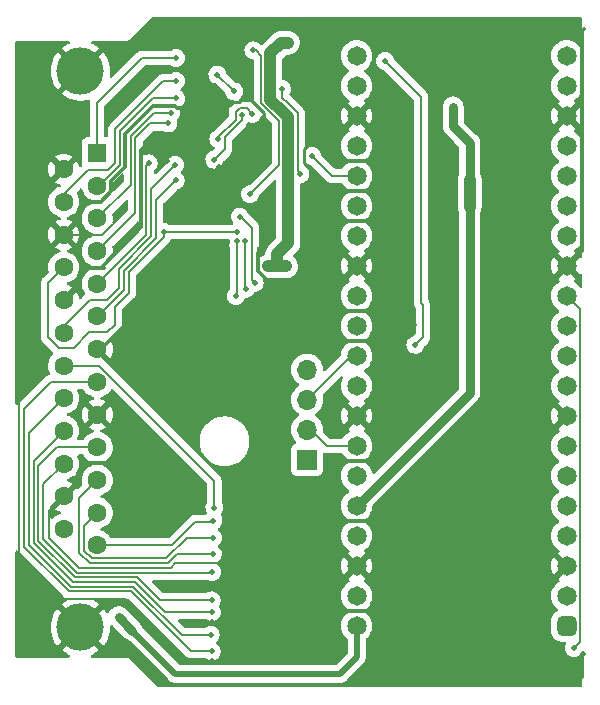
<source format=gbr>
%TF.GenerationSoftware,KiCad,Pcbnew,6.0.5-a6ca702e91~116~ubuntu21.10.1*%
%TF.CreationDate,2023-07-31T04:43:38-06:00*%
%TF.ProjectId,DB25_External,44423235-5f45-4787-9465-726e616c2e6b,rev?*%
%TF.SameCoordinates,Original*%
%TF.FileFunction,Copper,L2,Bot*%
%TF.FilePolarity,Positive*%
%FSLAX46Y46*%
G04 Gerber Fmt 4.6, Leading zero omitted, Abs format (unit mm)*
G04 Created by KiCad (PCBNEW 6.0.5-a6ca702e91~116~ubuntu21.10.1) date 2023-07-31 04:43:38*
%MOMM*%
%LPD*%
G01*
G04 APERTURE LIST*
G04 Aperture macros list*
%AMRoundRect*
0 Rectangle with rounded corners*
0 $1 Rounding radius*
0 $2 $3 $4 $5 $6 $7 $8 $9 X,Y pos of 4 corners*
0 Add a 4 corners polygon primitive as box body*
4,1,4,$2,$3,$4,$5,$6,$7,$8,$9,$2,$3,0*
0 Add four circle primitives for the rounded corners*
1,1,$1+$1,$2,$3*
1,1,$1+$1,$4,$5*
1,1,$1+$1,$6,$7*
1,1,$1+$1,$8,$9*
0 Add four rect primitives between the rounded corners*
20,1,$1+$1,$2,$3,$4,$5,0*
20,1,$1+$1,$4,$5,$6,$7,0*
20,1,$1+$1,$6,$7,$8,$9,0*
20,1,$1+$1,$8,$9,$2,$3,0*%
G04 Aperture macros list end*
%TA.AperFunction,ComponentPad*%
%ADD10RoundRect,0.412500X0.412500X0.412500X-0.412500X0.412500X-0.412500X-0.412500X0.412500X-0.412500X0*%
%TD*%
%TA.AperFunction,ComponentPad*%
%ADD11C,1.650000*%
%TD*%
%TA.AperFunction,ComponentPad*%
%ADD12R,1.700000X1.700000*%
%TD*%
%TA.AperFunction,ComponentPad*%
%ADD13O,1.700000X1.700000*%
%TD*%
%TA.AperFunction,ComponentPad*%
%ADD14C,4.000000*%
%TD*%
%TA.AperFunction,ComponentPad*%
%ADD15R,1.600000X1.600000*%
%TD*%
%TA.AperFunction,ComponentPad*%
%ADD16C,1.600000*%
%TD*%
%TA.AperFunction,ViaPad*%
%ADD17C,0.600000*%
%TD*%
%TA.AperFunction,ViaPad*%
%ADD18C,0.500000*%
%TD*%
%TA.AperFunction,ViaPad*%
%ADD19C,0.800000*%
%TD*%
%TA.AperFunction,Conductor*%
%ADD20C,0.330000*%
%TD*%
%TA.AperFunction,Conductor*%
%ADD21C,0.150000*%
%TD*%
%TA.AperFunction,Conductor*%
%ADD22C,0.250000*%
%TD*%
%TA.AperFunction,Conductor*%
%ADD23C,0.200000*%
%TD*%
%TA.AperFunction,Conductor*%
%ADD24C,1.000000*%
%TD*%
%TA.AperFunction,Conductor*%
%ADD25C,0.750000*%
%TD*%
%TA.AperFunction,Conductor*%
%ADD26C,0.500000*%
%TD*%
G04 APERTURE END LIST*
D10*
%TO.P,RP1,1,G0*%
%TO.N,Net-(R42-Pad1)*%
X147196660Y-124104400D03*
D11*
%TO.P,RP1,2,G1*%
%TO.N,Net-(R19-Pad1)*%
X147196660Y-121564400D03*
%TO.P,RP1,3,GND*%
%TO.N,GND*%
X147196660Y-119024400D03*
%TO.P,RP1,4,G2*%
%TO.N,Net-(R18-Pad1)*%
X147196660Y-116484400D03*
%TO.P,RP1,5,G3*%
%TO.N,Net-(R17-Pad1)*%
X147196660Y-113944400D03*
%TO.P,RP1,6,G4*%
%TO.N,Net-(R16-Pad1)*%
X147196660Y-111404400D03*
%TO.P,RP1,7,G5*%
%TO.N,Net-(R15-Pad1)*%
X147196660Y-108864400D03*
%TO.P,RP1,8,GND*%
%TO.N,GND*%
X147196660Y-106324400D03*
%TO.P,RP1,9,G6*%
%TO.N,Net-(R14-Pad1)*%
X147196660Y-103784400D03*
%TO.P,RP1,10,G7*%
%TO.N,Net-(R13-Pad1)*%
X147196660Y-101244400D03*
%TO.P,RP1,11,G8*%
%TO.N,Net-(R12-Pad1)*%
X147196660Y-98704400D03*
%TO.P,RP1,12,G9*%
%TO.N,DBPTr*%
X147196660Y-96164400D03*
%TO.P,RP1,13,GND*%
%TO.N,GND*%
X147196660Y-93624400D03*
%TO.P,RP1,14,G10*%
%TO.N,SD_CLK*%
X147196660Y-91084400D03*
%TO.P,RP1,15,G11*%
%TO.N,SD_CMD_MOSI*%
X147196660Y-88544400D03*
%TO.P,RP1,16,G12*%
%TO.N,SD_D0_MISO*%
X147196660Y-86004400D03*
%TO.P,RP1,17,G13*%
%TO.N,SD_D1*%
X147196660Y-83464400D03*
%TO.P,RP1,18,GND*%
%TO.N,GND*%
X147196660Y-80924400D03*
%TO.P,RP1,19,G14*%
%TO.N,SD_D2*%
X147196660Y-78384400D03*
%TO.P,RP1,20,G15*%
%TO.N,SD_D3_CS*%
X147196660Y-75844400D03*
%TO.P,RP1,21,G16*%
%TO.N,SERIAL_OUT*%
X129416660Y-75844400D03*
%TO.P,RP1,22,G17*%
%TO.N,oREQ*%
X129416660Y-78384400D03*
%TO.P,RP1,23,GND*%
%TO.N,GND*%
X129416660Y-80924400D03*
%TO.P,RP1,24,G18*%
%TO.N,oCD_iSEL*%
X129416660Y-83464400D03*
%TO.P,RP1,25,G19*%
%TO.N,oSEL*%
X129416660Y-86004400D03*
%TO.P,RP1,26,G20*%
%TO.N,oMSG_iBSY*%
X129416660Y-88544400D03*
%TO.P,RP1,27,G21*%
%TO.N,iRST*%
X129416660Y-91084400D03*
%TO.P,RP1,28,GND*%
%TO.N,GND*%
X129416660Y-93624400D03*
%TO.P,RP1,29,G22*%
%TO.N,oIO*%
X129416660Y-96164400D03*
%TO.P,RP1,30,RUN*%
%TO.N,unconnected-(RP1-Pad30)*%
X129416660Y-98704400D03*
%TO.P,RP1,31,G26*%
%TO.N,iACK*%
X129416660Y-101244400D03*
%TO.P,RP1,32,G27*%
%TO.N,oBSY*%
X129416660Y-103784400D03*
%TO.P,RP1,33,A_GND*%
%TO.N,GND*%
X129416660Y-106324400D03*
%TO.P,RP1,34,G28*%
%TO.N,iATN*%
X129416660Y-108864400D03*
%TO.P,RP1,35,ADC_VREF*%
%TO.N,unconnected-(RP1-Pad35)*%
X129416660Y-111404400D03*
%TO.P,RP1,36,3v3*%
%TO.N,+3V3*%
X129416660Y-113944400D03*
%TO.P,RP1,37,3v3_EN*%
%TO.N,unconnected-(RP1-Pad37)*%
X129416660Y-116484400D03*
%TO.P,RP1,38,GND*%
%TO.N,GND*%
X129416660Y-119024400D03*
%TO.P,RP1,39,VSYS*%
%TO.N,unconnected-(RP1-Pad39)*%
X129416660Y-121564400D03*
%TO.P,RP1,40,VBUS_5V*%
%TO.N,+5VP*%
X129416660Y-124104400D03*
%TD*%
D12*
%TO.P,J1,1,Pin_1*%
%TO.N,Net-(J1-Pad1)*%
X125222000Y-110048200D03*
D13*
%TO.P,J1,2,Pin_2*%
%TO.N,iATN*%
X125222000Y-107508200D03*
%TO.P,J1,3,Pin_3*%
%TO.N,iACK*%
X125222000Y-104968200D03*
%TO.P,J1,4,Pin_4*%
%TO.N,Net-(J1-Pad4)*%
X125222000Y-102428200D03*
%TD*%
D14*
%TO.P,J2,0,PAD*%
%TO.N,GND*%
X106037131Y-77130600D03*
X106037131Y-124230600D03*
D15*
%TO.P,J2,1,1*%
%TO.N,REQ*%
X107457131Y-84060600D03*
D16*
%TO.P,J2,2,2*%
%TO.N,MSG*%
X107457131Y-86830600D03*
%TO.P,J2,3,3*%
%TO.N,IO*%
X107457131Y-89600600D03*
%TO.P,J2,4,4*%
%TO.N,RST*%
X107457131Y-92370600D03*
%TO.P,J2,5,5*%
%TO.N,ACK*%
X107457131Y-95140600D03*
%TO.P,J2,6,6*%
%TO.N,BSY*%
X107457131Y-97910600D03*
%TO.P,J2,7,7*%
%TO.N,GND*%
X107457131Y-100680600D03*
%TO.P,J2,8,8*%
%TO.N,DB0*%
X107457131Y-103450600D03*
%TO.P,J2,9,9*%
%TO.N,GND*%
X107457131Y-106220600D03*
%TO.P,J2,10,10*%
%TO.N,DB3*%
X107457131Y-108990600D03*
%TO.P,J2,11,11*%
%TO.N,DB5*%
X107457131Y-111760600D03*
%TO.P,J2,12,12*%
%TO.N,DB6*%
X107457131Y-114530600D03*
%TO.P,J2,13,13*%
%TO.N,DB7*%
X107457131Y-117300600D03*
%TO.P,J2,14,P14*%
%TO.N,GND*%
X104617131Y-85445600D03*
%TO.P,J2,15,P15*%
%TO.N,CD*%
X104617131Y-88215600D03*
%TO.P,J2,16,P16*%
%TO.N,GND*%
X104617131Y-90985600D03*
%TO.P,J2,17,P17*%
%TO.N,ATN*%
X104617131Y-93755600D03*
%TO.P,J2,18,P18*%
%TO.N,GND*%
X104617131Y-96525600D03*
%TO.P,J2,19,P19*%
%TO.N,SEL*%
X104617131Y-99295600D03*
%TO.P,J2,20,P20*%
%TO.N,DBP*%
X104617131Y-102065600D03*
%TO.P,J2,21,P21*%
%TO.N,DB1*%
X104617131Y-104835600D03*
%TO.P,J2,22,P22*%
%TO.N,DB2*%
X104617131Y-107605600D03*
%TO.P,J2,23,P23*%
%TO.N,DB4*%
X104617131Y-110375600D03*
%TO.P,J2,24,P24*%
%TO.N,GND*%
X104617131Y-113145600D03*
%TO.P,J2,25,P25*%
%TO.N,+5V*%
X104617131Y-115915600D03*
%TD*%
D17*
%TO.N,GND*%
X125501400Y-75615800D03*
X140919200Y-93599000D03*
D18*
X114784600Y-78632600D03*
X117170200Y-127076200D03*
X124155200Y-115316000D03*
D17*
X110820200Y-106629200D03*
X114020211Y-89607789D03*
D18*
X114071400Y-75006200D03*
X133023460Y-124739400D03*
D17*
X126771400Y-87020400D03*
X112598200Y-104444800D03*
X139957660Y-77851000D03*
D18*
X121183400Y-97713800D03*
X121666000Y-73939400D03*
D17*
X145698060Y-126593600D03*
X135842860Y-118872000D03*
D18*
X117195600Y-123799600D03*
X118465600Y-114274600D03*
D17*
X110083600Y-109016800D03*
D18*
X130978760Y-115709700D03*
X134264400Y-98653600D03*
D17*
X136829800Y-93599000D03*
D18*
X132283200Y-100660200D03*
D17*
X136096860Y-116865400D03*
D18*
X131194660Y-88743940D03*
D17*
X130915260Y-97510600D03*
X118452511Y-91627089D03*
X126771011Y-81987789D03*
D18*
X120294400Y-81737200D03*
D17*
X121233811Y-92325589D03*
D18*
X121564400Y-98425000D03*
D17*
X126060200Y-86334600D03*
D19*
X131292600Y-108534200D03*
D17*
X133858000Y-85445600D03*
X127127000Y-75412600D03*
D18*
X112395000Y-95935800D03*
D17*
X133836260Y-87579200D03*
D19*
X125349000Y-90068400D03*
D18*
X108280200Y-81534000D03*
D19*
X125374400Y-95478600D03*
D17*
X138459060Y-124409200D03*
D18*
X117756400Y-85287400D03*
X121183400Y-99060000D03*
X114477800Y-81356200D03*
X148593660Y-126517400D03*
X123774200Y-116332000D03*
X113334411Y-84756389D03*
D17*
X123494800Y-114350800D03*
X121691400Y-122224800D03*
X114452011Y-92046189D03*
D18*
X118186200Y-80111600D03*
D17*
X139983060Y-80746600D03*
D18*
X110642400Y-99847400D03*
D17*
X133705600Y-93599000D03*
X137062060Y-116027200D03*
D18*
%TO.N,+2V8*%
X123617999Y-86153389D03*
X123160800Y-80594200D03*
X123621411Y-85467589D03*
D17*
X123443611Y-93671789D03*
X121919611Y-93671789D03*
D18*
X123618000Y-82854800D03*
X123002600Y-74732600D03*
D17*
X122681611Y-93671789D03*
D18*
X123586800Y-74732600D03*
%TO.N,iATN*%
X120015000Y-95605600D03*
X119963811Y-91512789D03*
%TO.N,oSEL*%
X125628011Y-84324589D03*
%TO.N,oBSY*%
X119528600Y-89458800D03*
X120395611Y-87550389D03*
X120777000Y-95056100D03*
X120671600Y-75382600D03*
%TO.N,oCD_iSEL*%
X117636300Y-77431900D03*
X119053556Y-78849156D03*
%TO.N,ATN*%
X119328811Y-90758800D03*
X113077000Y-90754200D03*
%TO.N,BSY*%
X114093000Y-86385400D03*
%TO.N,DBP*%
X117373400Y-114096800D03*
%TO.N,ACK*%
X111810411Y-84959589D03*
%TO.N,RST*%
X113487200Y-81559400D03*
%TO.N,MSG*%
X114118400Y-79451200D03*
%TO.N,SEL*%
X114058311Y-85073889D03*
%TO.N,CD*%
X114113800Y-77982600D03*
%TO.N,REQ*%
X114108000Y-76032600D03*
%TO.N,IO*%
X113712000Y-80670400D03*
%TO.N,DB7*%
X117297200Y-115189000D03*
%TO.N,DB6*%
X117259100Y-116649500D03*
%TO.N,DB5*%
X117233700Y-118046500D03*
%TO.N,DB4*%
X117195600Y-119532400D03*
%TO.N,DB3*%
X117132100Y-121958100D03*
%TO.N,DB2*%
X117170200Y-122936000D03*
%TO.N,DB1*%
X117062394Y-124872606D03*
%TO.N,DB0*%
X117137919Y-126270281D03*
D17*
%TO.N,+3V3*%
X137595460Y-81330800D03*
X137938360Y-82156300D03*
X138992460Y-87096600D03*
X138992460Y-87858600D03*
X137595460Y-80492600D03*
D18*
%TO.N,SEL_BUFF*%
X120593667Y-80763445D03*
X117712500Y-82867500D03*
%TO.N,BSY_BUFF*%
X117369600Y-84632800D03*
X119731800Y-80848200D03*
%TO.N,+5VP*%
X109702600Y-123774200D03*
X110185200Y-124256800D03*
X109258100Y-123329700D03*
%TO.N,DBPTr*%
X147831660Y-125984000D03*
%TO.N,iRST*%
X124662811Y-85873989D03*
X123090400Y-78632600D03*
%TO.N,iACK*%
X119202200Y-96189800D03*
X119264308Y-91512789D03*
%TO.N,Net-(D2-Pad2)*%
X134393300Y-100302700D03*
X131826000Y-76276200D03*
%TD*%
D20*
%TO.N,GND*%
X130407260Y-97510600D02*
X130331060Y-97434400D01*
X128578460Y-84785200D02*
X128553060Y-84759800D01*
X107746800Y-93776800D02*
X111158599Y-90365001D01*
X105816400Y-111946331D02*
X105816400Y-111556800D01*
X109332565Y-85761365D02*
X109830040Y-85263890D01*
X109830040Y-83896200D02*
X109830040Y-82425296D01*
D21*
X112674400Y-129184400D02*
X110185200Y-126695200D01*
D20*
X111158599Y-90365001D02*
X111158599Y-89001600D01*
D22*
X107457131Y-100680600D02*
X107650200Y-100680600D01*
D20*
X121055091Y-92886491D02*
X121055091Y-94029884D01*
X111158599Y-83811801D02*
X111226600Y-83743800D01*
D22*
X117319822Y-78632600D02*
X118414411Y-79727189D01*
D20*
X106502200Y-110490000D02*
X106654600Y-110337600D01*
X104617131Y-113145600D02*
X105816400Y-111946331D01*
D22*
X124993011Y-83765789D02*
X124993011Y-83968989D01*
D23*
X109867930Y-121869200D02*
X104673400Y-121869200D01*
D20*
X130915260Y-97510600D02*
X130407260Y-97510600D01*
X130724760Y-115709700D02*
X130204060Y-115189000D01*
X131118460Y-97028000D02*
X131194660Y-96951800D01*
X131194660Y-84785200D02*
X128578460Y-84785200D01*
D22*
X118414411Y-79727189D02*
X118439811Y-79752589D01*
X118439811Y-79752589D02*
X118871611Y-79752589D01*
X121614811Y-80708553D02*
X121614811Y-81301989D01*
D20*
X105816400Y-111175800D02*
X106502200Y-110490000D01*
D22*
X118465600Y-111861600D02*
X115900200Y-109296200D01*
D20*
X148488400Y-92332660D02*
X148488400Y-73765260D01*
X108621642Y-86715600D02*
X108621642Y-86472288D01*
X111158599Y-89001600D02*
X111158599Y-83811801D01*
D23*
X104673400Y-121869200D02*
X100872402Y-118068202D01*
D20*
X121055091Y-92504309D02*
X121055091Y-92886491D01*
D21*
X148593660Y-126517400D02*
X148593660Y-128473200D01*
D20*
X111988600Y-82981800D02*
X113131600Y-82981800D01*
X131270860Y-98501200D02*
X131270860Y-99136200D01*
X106654600Y-110337600D02*
X108178600Y-110337600D01*
D23*
X107896400Y-90985600D02*
X108788200Y-90093800D01*
D20*
X131194660Y-89839800D02*
X128248260Y-89839800D01*
X105892600Y-89710131D02*
X105892600Y-89128600D01*
X131143860Y-122859800D02*
X130331060Y-122859800D01*
X106629200Y-88315800D02*
X106756200Y-88188800D01*
X128400660Y-115189000D02*
X128375260Y-115214400D01*
X108621642Y-86472288D02*
X109332565Y-85761365D01*
D22*
X119608211Y-79574789D02*
X120481047Y-79574789D01*
D20*
X113995200Y-80060800D02*
X114020600Y-80060800D01*
X130978760Y-115709700D02*
X130724760Y-115709700D01*
X130331060Y-97434400D02*
X128324460Y-97434400D01*
X130915260Y-97510600D02*
X130915260Y-97231200D01*
D23*
X104617131Y-90985600D02*
X107896400Y-90985600D01*
D21*
X108501731Y-126695200D02*
X106037131Y-124230600D01*
D20*
X131270860Y-97866200D02*
X131270860Y-98501200D01*
X131270860Y-101701600D02*
X130458060Y-102514400D01*
D23*
X103378000Y-114384731D02*
X104617131Y-113145600D01*
D20*
X130915260Y-97231200D02*
X131118460Y-97028000D01*
D22*
X118871611Y-79752589D02*
X119430411Y-79752589D01*
D20*
X131194660Y-84785200D02*
X131194660Y-84632800D01*
X105892600Y-89128600D02*
X105892600Y-89052400D01*
X148488400Y-73765260D02*
X148644460Y-73609200D01*
D22*
X124993011Y-84934189D02*
X125196211Y-85137389D01*
D23*
X113690400Y-119176800D02*
X114046000Y-118821200D01*
D20*
X130458060Y-102514400D02*
X130432660Y-102539800D01*
X107569000Y-88188800D02*
X107745799Y-88188800D01*
X114223800Y-80264000D02*
X114731800Y-80264000D01*
X111418468Y-80836868D02*
X112199447Y-80055889D01*
X112199447Y-80055889D02*
X113990289Y-80055889D01*
D22*
X108788200Y-99542600D02*
X109651800Y-98679000D01*
D20*
X121233811Y-92325589D02*
X121055091Y-92504309D01*
X121868807Y-94843600D02*
X122555000Y-94843600D01*
X131194660Y-87249000D02*
X131194660Y-84785200D01*
D23*
X107912564Y-119199149D02*
X105914949Y-119199149D01*
D20*
X128324460Y-97434400D02*
X128299060Y-97459800D01*
D21*
X148593660Y-128473200D02*
X147882460Y-129184400D01*
D20*
X113990289Y-80055889D02*
X113995200Y-80060800D01*
D21*
X110185200Y-126695200D02*
X108501731Y-126695200D01*
D20*
X108051600Y-93776800D02*
X107746800Y-93776800D01*
X131270860Y-99136200D02*
X131270860Y-101701600D01*
D22*
X118465600Y-114274600D02*
X118465600Y-111861600D01*
X107650200Y-100680600D02*
X108788200Y-99542600D01*
D20*
X147196660Y-93624400D02*
X148488400Y-92332660D01*
X109830040Y-85263890D02*
X109830040Y-83896200D01*
X107745799Y-88188800D02*
X108621642Y-87312957D01*
X126076560Y-112280700D02*
X128197460Y-110159800D01*
D23*
X100872402Y-118068202D02*
X100872402Y-94730329D01*
D20*
X133023460Y-124739400D02*
X131143860Y-122859800D01*
D22*
X120989047Y-80082789D02*
X121614811Y-80708553D01*
D20*
X130432660Y-99974400D02*
X128426060Y-99974400D01*
X131194660Y-87249000D02*
X128248260Y-87249000D01*
D23*
X100872402Y-94730329D02*
X104617131Y-90985600D01*
D20*
X107746800Y-93776800D02*
X106781600Y-93776800D01*
X105892600Y-89052400D02*
X106629200Y-88315800D01*
D22*
X126771011Y-81987789D02*
X124993011Y-83765789D01*
D20*
X107569000Y-88188800D02*
X107746800Y-88188800D01*
X106781600Y-93776800D02*
X106756200Y-93751400D01*
X131194660Y-96951800D02*
X131194660Y-89839800D01*
X128197460Y-110159800D02*
X130381860Y-110159800D01*
X130331060Y-122859800D02*
X127816460Y-122859800D01*
X111226600Y-83743800D02*
X111988600Y-82981800D01*
D22*
X120481047Y-79574789D02*
X120989047Y-80082789D01*
D20*
X131270860Y-99136200D02*
X130432660Y-99974400D01*
D21*
X148593660Y-126517400D02*
X148644460Y-126466600D01*
D23*
X108257850Y-119199150D02*
X107912564Y-119199149D01*
D20*
X104617131Y-90985600D02*
X105892600Y-89710131D01*
X131194660Y-88743940D02*
X131194660Y-87249000D01*
X106756200Y-88188800D02*
X107569000Y-88188800D01*
X109830040Y-82425296D02*
X111418468Y-80836868D01*
X131194660Y-89839800D02*
X131194660Y-88743940D01*
D23*
X114046000Y-118821200D02*
X118160800Y-118821200D01*
D20*
X105816400Y-111556800D02*
X105816400Y-111175800D01*
D23*
X108257850Y-119199150D02*
X113668050Y-119199150D01*
X108788200Y-90093800D02*
X108813600Y-90068400D01*
D20*
X130204060Y-115189000D02*
X128400660Y-115189000D01*
D23*
X105914949Y-119199149D02*
X103378000Y-116662200D01*
X103378000Y-116662200D02*
X103378000Y-114384731D01*
D22*
X124993011Y-83968989D02*
X124993011Y-84934189D01*
X119430411Y-79752589D02*
X119608211Y-79574789D01*
D20*
X121055091Y-94029884D02*
X121868807Y-94843600D01*
X114020600Y-80060800D02*
X114223800Y-80264000D01*
X108621642Y-87312957D02*
X108621642Y-86715600D01*
D23*
X113668050Y-119199150D02*
X113690400Y-119176800D01*
D20*
X130915260Y-97510600D02*
X131270860Y-97866200D01*
D22*
X114784600Y-78632600D02*
X117319822Y-78632600D01*
D20*
X127816460Y-122859800D02*
X127765660Y-122809000D01*
D24*
%TO.N,+2V8*%
X123618000Y-81051400D02*
X123618000Y-82245200D01*
X123160800Y-80594200D02*
X123618000Y-81051400D01*
X123443611Y-93671789D02*
X122681611Y-93671789D01*
X123617999Y-91719401D02*
X122681611Y-92655789D01*
X123618000Y-82245200D02*
X123618000Y-82854800D01*
X123617999Y-86153389D02*
X123617999Y-85471001D01*
X122681611Y-93671789D02*
X121919611Y-93671789D01*
X122119400Y-75641200D02*
X122119400Y-79552800D01*
X123617999Y-86153389D02*
X123617999Y-91719401D01*
X123586800Y-74732600D02*
X123028000Y-74732600D01*
X123028000Y-74732600D02*
X122119400Y-75641200D01*
X122681611Y-92655789D02*
X122681611Y-93671789D01*
X123618000Y-82245200D02*
X123618000Y-85464178D01*
X122119400Y-79552800D02*
X123160800Y-80594200D01*
D23*
%TO.N,iATN*%
X119963811Y-93522411D02*
X119963811Y-95554411D01*
X119963811Y-91512789D02*
X119963811Y-93522411D01*
X119963811Y-95554411D02*
X120015000Y-95605600D01*
X125603000Y-107584400D02*
X126883000Y-108864400D01*
X119963811Y-93522411D02*
X119963811Y-93951189D01*
X129416660Y-108864400D02*
X126883000Y-108864400D01*
%TO.N,oSEL*%
X127307822Y-86004400D02*
X129416660Y-86004400D01*
X125628011Y-84324589D02*
X127307822Y-86004400D01*
%TO.N,oBSY*%
X119611622Y-89458800D02*
X119528600Y-89458800D01*
X120573411Y-90420589D02*
X119611622Y-89458800D01*
X120573411Y-94852511D02*
X120573411Y-90420589D01*
D21*
X122843480Y-81372216D02*
X121344880Y-79873616D01*
X121344880Y-75857280D02*
X120870200Y-75382600D01*
X120870200Y-75382600D02*
X120671600Y-75382600D01*
D23*
X120777000Y-95056100D02*
X120573411Y-94852511D01*
D21*
X120395611Y-87550389D02*
X122843480Y-85102520D01*
X122843480Y-85102520D02*
X122843480Y-81372216D01*
X121344880Y-79873616D02*
X121344880Y-75857280D01*
D23*
%TO.N,oCD_iSEL*%
X119053556Y-78849156D02*
X117636300Y-77431900D01*
%TO.N,ATN*%
X108940600Y-97104200D02*
X110159800Y-95885000D01*
X113081600Y-90758800D02*
X113077000Y-90754200D01*
X119328811Y-90758800D02*
X113081600Y-90758800D01*
X108280200Y-99263200D02*
X108940600Y-98602800D01*
X104617131Y-93755600D02*
X103276400Y-95096331D01*
X103276400Y-95096331D02*
X103276400Y-99644200D01*
X104216200Y-100584000D02*
X105460800Y-100584000D01*
X110159800Y-95885000D02*
X110159800Y-94132949D01*
X106781600Y-99263200D02*
X108280200Y-99263200D01*
X108940600Y-98602800D02*
X108940600Y-97104200D01*
X110159800Y-94132949D02*
X113077000Y-91215749D01*
X103276400Y-99644200D02*
X104216200Y-100584000D01*
X105460800Y-100584000D02*
X106781600Y-99263200D01*
X113077000Y-91215749D02*
X113077000Y-90754200D01*
%TO.N,BSY*%
X107457131Y-97910600D02*
X107480006Y-97910600D01*
X112422158Y-88056242D02*
X114093000Y-86385400D01*
X112422158Y-91305585D02*
X112422158Y-88056242D01*
X109695720Y-94032023D02*
X112422158Y-91305585D01*
X109695720Y-95694886D02*
X109695720Y-94032023D01*
X107480006Y-97910600D02*
X109695720Y-95694886D01*
%TO.N,DBP*%
X104617131Y-102065600D02*
X107627075Y-102065600D01*
X107627075Y-102065600D02*
X117373400Y-111811925D01*
X117373400Y-111811925D02*
X117373400Y-114096800D01*
%TO.N,ACK*%
X107457131Y-95140600D02*
X111623118Y-90974613D01*
X111623118Y-90974613D02*
X111623118Y-85146882D01*
X111623118Y-85146882D02*
X111810411Y-84959589D01*
X111810411Y-84959589D02*
X111810411Y-85093920D01*
%TO.N,RST*%
X110694080Y-89133651D02*
X107457131Y-92370600D01*
X110694080Y-82828520D02*
X110694080Y-89133651D01*
X113487200Y-81559400D02*
X111963200Y-81559400D01*
X111963200Y-81559400D02*
X110694080Y-82828520D01*
%TO.N,MSG*%
X107606400Y-86830600D02*
X107457131Y-86830600D01*
X114118400Y-79451200D02*
X112147206Y-79451200D01*
X112147206Y-79451200D02*
X109365520Y-82232886D01*
X107457131Y-86725869D02*
X107457131Y-86830600D01*
X109365520Y-85071480D02*
X107606400Y-86830600D01*
X109365520Y-82232886D02*
X109365520Y-85071480D01*
%TO.N,SEL*%
X109296200Y-95529400D02*
X109296200Y-93866537D01*
X106832400Y-96520000D02*
X108305600Y-96520000D01*
X104617131Y-99295600D02*
X104617131Y-98735269D01*
X112022638Y-91140099D02*
X112022638Y-87109562D01*
X108305600Y-96520000D02*
X109296200Y-95529400D01*
X112022638Y-87109562D02*
X114058311Y-85073889D01*
X104617131Y-98735269D02*
X106832400Y-96520000D01*
X114096411Y-85035789D02*
X114147211Y-85035789D01*
X109296200Y-93866537D02*
X112022638Y-91140099D01*
%TO.N,CD*%
X113050800Y-77982600D02*
X108966000Y-82067400D01*
X108966000Y-84886800D02*
X108356400Y-85496400D01*
X106705400Y-85496400D02*
X104617131Y-87584669D01*
X108356400Y-85496400D02*
X106705400Y-85496400D01*
X114113800Y-77982600D02*
X113050800Y-77982600D01*
X108966000Y-82067400D02*
X108966000Y-84886800D01*
X104617131Y-87584669D02*
X104617131Y-88215600D01*
%TO.N,REQ*%
X111241600Y-76032600D02*
X114108000Y-76032600D01*
X107457131Y-79817069D02*
X111241600Y-76032600D01*
X107457131Y-84060600D02*
X107457131Y-79817069D01*
%TO.N,IO*%
X107457131Y-89600600D02*
X110294560Y-86763171D01*
X110294560Y-82617706D02*
X112241866Y-80670400D01*
X112241866Y-80670400D02*
X113712000Y-80670400D01*
X107457131Y-89138869D02*
X107457131Y-89600600D01*
X110294560Y-86763171D02*
X110294560Y-82617706D01*
%TO.N,DB7*%
X113763200Y-117300600D02*
X115773200Y-115290600D01*
X107457131Y-117300600D02*
X113763200Y-117300600D01*
X117195600Y-115290600D02*
X117297200Y-115189000D01*
X115773200Y-115290600D02*
X117195600Y-115290600D01*
%TO.N,DB6*%
X107001698Y-118400111D02*
X113273289Y-118400111D01*
X106357620Y-117756033D02*
X107001698Y-118400111D01*
X113273289Y-118400111D02*
X115023900Y-116649500D01*
X115023900Y-116649500D02*
X117259100Y-116649500D01*
X106357620Y-115630111D02*
X106357620Y-117756033D01*
X107457131Y-114530600D02*
X106357620Y-115630111D01*
%TO.N,DB5*%
X107457131Y-111760600D02*
X105943400Y-113274331D01*
X113457970Y-118799630D02*
X114211100Y-118046500D01*
X106836211Y-118799630D02*
X113457970Y-118799630D01*
X114211100Y-118046500D02*
X117233700Y-118046500D01*
X105943400Y-113274331D02*
X105943400Y-117906819D01*
X105943400Y-117906819D02*
X106836211Y-118799630D01*
%TO.N,DB4*%
X105749462Y-119598668D02*
X117129332Y-119598668D01*
X102870000Y-116719206D02*
X102870000Y-112122731D01*
X102870000Y-112122731D02*
X104617131Y-110375600D01*
X105749462Y-119598668D02*
X102870000Y-116719206D01*
X117129332Y-119598668D02*
X117195600Y-119532400D01*
%TO.N,DB3*%
X102470481Y-110610119D02*
X104090000Y-108990600D01*
X110847408Y-119998188D02*
X111081440Y-120232222D01*
X111081440Y-120232222D02*
X112807318Y-121958100D01*
X102470481Y-116923081D02*
X102470481Y-110610119D01*
X104090000Y-108990600D02*
X107457131Y-108990600D01*
X105545588Y-119998188D02*
X110847408Y-119998188D01*
X105545588Y-119998188D02*
X102470481Y-116923081D01*
X112807318Y-121958100D02*
X117132100Y-121958100D01*
%TO.N,DB2*%
X102070961Y-110151770D02*
X102070961Y-117088567D01*
X104617131Y-107605600D02*
X102070961Y-110151770D01*
X113220211Y-122936000D02*
X117170200Y-122936000D01*
X102070961Y-117088567D02*
X105380102Y-120397706D01*
X105380102Y-120397706D02*
X106299000Y-120397707D01*
X106299000Y-120397707D02*
X110681920Y-120397708D01*
X110915953Y-120631742D02*
X113220211Y-122936000D01*
X110681920Y-120397708D02*
X110915953Y-120631742D01*
%TO.N,DB1*%
X110516433Y-120797227D02*
X114591812Y-124872606D01*
X114591812Y-124872606D02*
X117062394Y-124872606D01*
X104617131Y-104835600D02*
X101671442Y-107781289D01*
X110241174Y-120797226D02*
X110516433Y-120797227D01*
X105214615Y-120797227D02*
X105545588Y-120797226D01*
X101671442Y-107781289D02*
X101671442Y-117254054D01*
X105545588Y-120797226D02*
X110241174Y-120797226D01*
X101671442Y-117254054D02*
X105214615Y-120797227D01*
%TO.N,DB0*%
X101271922Y-117419540D02*
X105049128Y-121196746D01*
X105049128Y-121196746D02*
X110350946Y-121196746D01*
X103534000Y-103450600D02*
X101271922Y-105712678D01*
X110350946Y-121196746D02*
X115392200Y-126238000D01*
X115392200Y-126238000D02*
X117144800Y-126238000D01*
X107457131Y-103450600D02*
X103534000Y-103450600D01*
X101271922Y-105712678D02*
X101271922Y-117419540D01*
D25*
%TO.N,+3V3*%
X137595460Y-81330800D02*
X137595460Y-80492600D01*
X138992460Y-87096600D02*
X138992460Y-86334600D01*
D24*
X138992460Y-88620600D02*
X138992460Y-86334600D01*
D25*
X138992460Y-88620600D02*
X138992460Y-87858600D01*
X137595460Y-81813400D02*
X137595460Y-81330800D01*
X129416660Y-113944400D02*
X138992460Y-104368600D01*
X138992460Y-104368600D02*
X138992460Y-88620600D01*
X137938360Y-82156300D02*
X137595460Y-81813400D01*
X138992460Y-86334600D02*
X138992460Y-83210400D01*
X137595460Y-80492600D02*
X137595460Y-80162400D01*
X138992460Y-83210400D02*
X137938360Y-82156300D01*
D23*
%TO.N,SEL_BUFF*%
X119504184Y-80298689D02*
X119182289Y-80620584D01*
X117712500Y-82715100D02*
X117712500Y-82867500D01*
X119182289Y-80620584D02*
X119182289Y-81245311D01*
X120593667Y-80763445D02*
X120128911Y-80298689D01*
X120128911Y-80298689D02*
X119504184Y-80298689D01*
X119182289Y-81245311D02*
X117712500Y-82715100D01*
%TO.N,BSY_BUFF*%
X117369600Y-84632800D02*
X118262011Y-83740389D01*
X118262011Y-82730595D02*
X119731800Y-81260806D01*
X119731800Y-81260806D02*
X119731800Y-80848200D01*
X118262011Y-83740389D02*
X118262011Y-82730595D01*
D26*
%TO.N,+5VP*%
X110439200Y-124510800D02*
X110439200Y-124536200D01*
X129416660Y-126771400D02*
X129416660Y-124104400D01*
D25*
X109258100Y-123329700D02*
X110439200Y-124510800D01*
D26*
X114071400Y-128168400D02*
X128019660Y-128168400D01*
X114071400Y-128168400D02*
X114071400Y-128143000D01*
X114071400Y-128143000D02*
X110439200Y-124510800D01*
X128019660Y-128168400D02*
X129416660Y-126771400D01*
D23*
%TO.N,DBPTr*%
X148321171Y-125494489D02*
X148321171Y-97288911D01*
X148321171Y-97288911D02*
X147196660Y-96164400D01*
X147831660Y-125984000D02*
X148321171Y-125494489D01*
%TO.N,iRST*%
X124662811Y-85873989D02*
X124662811Y-85899389D01*
X124417520Y-85628698D02*
X124535811Y-85746989D01*
X123090400Y-78632600D02*
X123090400Y-79393108D01*
X124417520Y-85391389D02*
X124417520Y-85628698D01*
X123573746Y-79876454D02*
X124417520Y-80720228D01*
X124417520Y-80720228D02*
X124417520Y-85391389D01*
X124535811Y-85746989D02*
X124662811Y-85873989D01*
X123090400Y-79393108D02*
X123573746Y-79876454D01*
%TO.N,iACK*%
X119264308Y-91512789D02*
X119264308Y-96127692D01*
X128945800Y-101244400D02*
X129416660Y-101244400D01*
X125222000Y-104968200D02*
X128945800Y-101244400D01*
X119264308Y-96127692D02*
X119202200Y-96189800D01*
%TO.N,Net-(D2-Pad2)*%
X134874000Y-96774000D02*
X134874000Y-79324200D01*
X131826000Y-76276200D02*
X131775200Y-76225400D01*
X134393300Y-100302700D02*
X135026400Y-99669600D01*
X135026400Y-99669600D02*
X135026400Y-96926400D01*
X134874000Y-79324200D02*
X131826000Y-76276200D01*
X135026400Y-96926400D02*
X134874000Y-96774000D01*
%TD*%
%TA.AperFunction,Conductor*%
%TO.N,GND*%
G36*
X148480821Y-72613702D02*
G01*
X148527314Y-72667358D01*
X148538700Y-72719700D01*
X148538700Y-75036524D01*
X148518698Y-75104645D01*
X148465042Y-75151138D01*
X148394768Y-75161242D01*
X148330188Y-75131748D01*
X148309487Y-75108795D01*
X148225241Y-74988479D01*
X148225239Y-74988476D01*
X148222082Y-74983968D01*
X148057092Y-74818978D01*
X148052584Y-74815821D01*
X148052581Y-74815819D01*
X147870466Y-74688301D01*
X147870464Y-74688300D01*
X147865957Y-74685144D01*
X147860975Y-74682821D01*
X147860970Y-74682818D01*
X147659468Y-74588856D01*
X147659466Y-74588855D01*
X147654486Y-74586533D01*
X147649178Y-74585111D01*
X147649176Y-74585110D01*
X147434419Y-74527566D01*
X147434417Y-74527566D01*
X147429104Y-74526142D01*
X147196660Y-74505806D01*
X146964216Y-74526142D01*
X146958903Y-74527566D01*
X146958901Y-74527566D01*
X146744144Y-74585110D01*
X146744142Y-74585111D01*
X146738834Y-74586533D01*
X146733854Y-74588855D01*
X146733852Y-74588856D01*
X146532350Y-74682818D01*
X146532345Y-74682821D01*
X146527363Y-74685144D01*
X146522856Y-74688300D01*
X146522854Y-74688301D01*
X146340739Y-74815819D01*
X146340736Y-74815821D01*
X146336228Y-74818978D01*
X146171238Y-74983968D01*
X146168081Y-74988476D01*
X146168079Y-74988479D01*
X146040561Y-75170594D01*
X146037404Y-75175103D01*
X146035081Y-75180085D01*
X146035078Y-75180090D01*
X145942346Y-75378955D01*
X145938793Y-75386574D01*
X145937371Y-75391882D01*
X145937370Y-75391884D01*
X145883324Y-75593587D01*
X145878402Y-75611956D01*
X145858066Y-75844400D01*
X145878402Y-76076844D01*
X145879826Y-76082157D01*
X145879826Y-76082159D01*
X145930843Y-76272555D01*
X145938793Y-76302226D01*
X145941115Y-76307206D01*
X145941116Y-76307208D01*
X146035078Y-76508710D01*
X146035081Y-76508715D01*
X146037404Y-76513697D01*
X146040560Y-76518204D01*
X146040561Y-76518206D01*
X146158337Y-76686407D01*
X146171238Y-76704832D01*
X146336228Y-76869822D01*
X146340736Y-76872979D01*
X146340739Y-76872981D01*
X146442948Y-76944548D01*
X146527363Y-77003656D01*
X146531367Y-77005523D01*
X146580129Y-77056664D01*
X146593565Y-77126377D01*
X146567178Y-77192288D01*
X146531472Y-77223228D01*
X146527363Y-77225144D01*
X146483099Y-77256138D01*
X146340739Y-77355819D01*
X146340736Y-77355821D01*
X146336228Y-77358978D01*
X146171238Y-77523968D01*
X146168081Y-77528476D01*
X146168079Y-77528479D01*
X146040561Y-77710594D01*
X146037404Y-77715103D01*
X146035081Y-77720085D01*
X146035078Y-77720090D01*
X145970549Y-77858473D01*
X145938793Y-77926574D01*
X145937371Y-77931882D01*
X145937370Y-77931884D01*
X145879826Y-78146641D01*
X145878402Y-78151956D01*
X145858066Y-78384400D01*
X145878402Y-78616844D01*
X145879826Y-78622157D01*
X145879826Y-78622159D01*
X145903322Y-78709845D01*
X145938793Y-78842226D01*
X145941115Y-78847206D01*
X145941116Y-78847208D01*
X146035078Y-79048710D01*
X146035081Y-79048715D01*
X146037404Y-79053697D01*
X146040560Y-79058204D01*
X146040561Y-79058206D01*
X146138487Y-79198058D01*
X146171238Y-79244832D01*
X146336228Y-79409822D01*
X146340736Y-79412979D01*
X146340739Y-79412981D01*
X146380963Y-79441146D01*
X146527363Y-79543656D01*
X146531773Y-79545712D01*
X146580630Y-79596951D01*
X146594067Y-79666665D01*
X146567681Y-79732576D01*
X146531641Y-79763806D01*
X146523109Y-79768732D01*
X146465660Y-79808959D01*
X146457285Y-79819436D01*
X146464353Y-79832883D01*
X147183848Y-80552378D01*
X147197792Y-80559992D01*
X147199625Y-80559861D01*
X147206240Y-80555610D01*
X147929688Y-79832162D01*
X147936118Y-79820387D01*
X147926822Y-79808372D01*
X147870211Y-79768732D01*
X147861679Y-79763806D01*
X147812687Y-79712421D01*
X147799254Y-79642707D01*
X147825643Y-79576797D01*
X147861485Y-79545741D01*
X147865957Y-79543656D01*
X148012357Y-79441146D01*
X148052581Y-79412981D01*
X148052584Y-79412979D01*
X148057092Y-79409822D01*
X148222082Y-79244832D01*
X148254834Y-79198058D01*
X148309487Y-79120005D01*
X148364944Y-79075677D01*
X148435564Y-79068368D01*
X148498924Y-79100399D01*
X148534909Y-79161600D01*
X148538700Y-79192276D01*
X148538700Y-80117396D01*
X148518698Y-80185517D01*
X148465042Y-80232010D01*
X148394768Y-80242114D01*
X148330188Y-80212620D01*
X148314799Y-80195557D01*
X148301624Y-80185025D01*
X148288177Y-80192093D01*
X147568682Y-80911588D01*
X147561068Y-80925532D01*
X147561199Y-80927365D01*
X147565450Y-80933980D01*
X148288898Y-81657428D01*
X148300673Y-81663858D01*
X148327823Y-81642853D01*
X148328599Y-81643857D01*
X148364943Y-81614805D01*
X148435562Y-81607495D01*
X148498923Y-81639526D01*
X148534908Y-81700726D01*
X148538700Y-81731404D01*
X148538700Y-82656524D01*
X148518698Y-82724645D01*
X148465042Y-82771138D01*
X148394768Y-82781242D01*
X148330188Y-82751748D01*
X148309487Y-82728795D01*
X148225241Y-82608479D01*
X148225239Y-82608476D01*
X148222082Y-82603968D01*
X148057092Y-82438978D01*
X148052584Y-82435821D01*
X148052581Y-82435819D01*
X147909408Y-82335569D01*
X147865957Y-82305144D01*
X147861547Y-82303088D01*
X147812690Y-82251849D01*
X147799253Y-82182135D01*
X147825639Y-82116224D01*
X147861679Y-82084994D01*
X147870211Y-82080068D01*
X147927660Y-82039841D01*
X147936035Y-82029364D01*
X147928967Y-82015917D01*
X147209472Y-81296422D01*
X147195528Y-81288808D01*
X147193695Y-81288939D01*
X147187080Y-81293190D01*
X146463632Y-82016638D01*
X146457202Y-82028413D01*
X146466498Y-82040428D01*
X146523109Y-82080068D01*
X146531641Y-82084994D01*
X146580633Y-82136379D01*
X146594066Y-82206093D01*
X146567677Y-82272003D01*
X146531835Y-82303059D01*
X146527363Y-82305144D01*
X146483912Y-82335569D01*
X146340739Y-82435819D01*
X146340736Y-82435821D01*
X146336228Y-82438978D01*
X146171238Y-82603968D01*
X146168081Y-82608476D01*
X146168079Y-82608479D01*
X146041895Y-82788689D01*
X146037404Y-82795103D01*
X146035081Y-82800085D01*
X146035078Y-82800090D01*
X145949952Y-82982644D01*
X145938793Y-83006574D01*
X145937371Y-83011882D01*
X145937370Y-83011884D01*
X145883624Y-83212466D01*
X145878402Y-83231956D01*
X145858066Y-83464400D01*
X145878402Y-83696844D01*
X145879826Y-83702157D01*
X145879826Y-83702159D01*
X145887876Y-83732200D01*
X145938793Y-83922226D01*
X145941115Y-83927206D01*
X145941116Y-83927208D01*
X146035078Y-84128710D01*
X146035081Y-84128715D01*
X146037404Y-84133697D01*
X146040560Y-84138204D01*
X146040561Y-84138206D01*
X146145089Y-84287487D01*
X146171238Y-84324832D01*
X146336228Y-84489822D01*
X146340736Y-84492979D01*
X146340739Y-84492981D01*
X146445888Y-84566607D01*
X146527363Y-84623656D01*
X146531367Y-84625523D01*
X146580129Y-84676664D01*
X146593565Y-84746377D01*
X146567178Y-84812288D01*
X146531472Y-84843228D01*
X146527363Y-84845144D01*
X146522859Y-84848298D01*
X146340739Y-84975819D01*
X146340736Y-84975821D01*
X146336228Y-84978978D01*
X146171238Y-85143968D01*
X146168081Y-85148476D01*
X146168079Y-85148479D01*
X146042431Y-85327924D01*
X146037404Y-85335103D01*
X146035081Y-85340085D01*
X146035078Y-85340090D01*
X145986406Y-85444468D01*
X145938793Y-85546574D01*
X145937371Y-85551882D01*
X145937370Y-85551884D01*
X145896375Y-85704881D01*
X145878402Y-85771956D01*
X145858066Y-86004400D01*
X145878402Y-86236844D01*
X145879826Y-86242157D01*
X145879826Y-86242159D01*
X145925610Y-86413025D01*
X145938793Y-86462226D01*
X145941115Y-86467206D01*
X145941116Y-86467208D01*
X146035078Y-86668710D01*
X146035081Y-86668715D01*
X146037404Y-86673697D01*
X146040556Y-86678198D01*
X146040561Y-86678206D01*
X146147269Y-86830600D01*
X146171238Y-86864832D01*
X146336228Y-87029822D01*
X146340736Y-87032979D01*
X146340739Y-87032981D01*
X146401821Y-87075751D01*
X146527363Y-87163656D01*
X146531367Y-87165523D01*
X146580129Y-87216664D01*
X146593565Y-87286377D01*
X146567178Y-87352288D01*
X146531472Y-87383228D01*
X146527363Y-87385144D01*
X146522859Y-87388298D01*
X146340739Y-87515819D01*
X146340736Y-87515821D01*
X146336228Y-87518978D01*
X146171238Y-87683968D01*
X146168081Y-87688476D01*
X146168079Y-87688479D01*
X146045267Y-87863873D01*
X146037404Y-87875103D01*
X146035081Y-87880085D01*
X146035078Y-87880090D01*
X145957766Y-88045887D01*
X145938793Y-88086574D01*
X145937371Y-88091882D01*
X145937370Y-88091884D01*
X145884671Y-88288558D01*
X145878402Y-88311956D01*
X145858066Y-88544400D01*
X145878402Y-88776844D01*
X145879826Y-88782157D01*
X145879826Y-88782159D01*
X145921944Y-88939343D01*
X145938793Y-89002226D01*
X145941115Y-89007206D01*
X145941116Y-89007208D01*
X146035078Y-89208710D01*
X146035081Y-89208715D01*
X146037404Y-89213697D01*
X146040560Y-89218204D01*
X146040561Y-89218206D01*
X146136660Y-89355449D01*
X146171238Y-89404832D01*
X146336228Y-89569822D01*
X146340736Y-89572979D01*
X146340739Y-89572981D01*
X146445888Y-89646607D01*
X146527363Y-89703656D01*
X146531367Y-89705523D01*
X146580129Y-89756664D01*
X146593565Y-89826377D01*
X146567178Y-89892288D01*
X146531472Y-89923228D01*
X146527363Y-89925144D01*
X146474564Y-89962114D01*
X146340739Y-90055819D01*
X146340736Y-90055821D01*
X146336228Y-90058978D01*
X146171238Y-90223968D01*
X146168081Y-90228476D01*
X146168079Y-90228479D01*
X146040561Y-90410594D01*
X146037404Y-90415103D01*
X146035081Y-90420085D01*
X146035078Y-90420090D01*
X145944853Y-90613578D01*
X145938793Y-90626574D01*
X145937371Y-90631882D01*
X145937370Y-90631884D01*
X145909749Y-90734966D01*
X145878402Y-90851956D01*
X145858066Y-91084400D01*
X145878402Y-91316844D01*
X145879826Y-91322157D01*
X145879826Y-91322159D01*
X145934526Y-91526300D01*
X145938793Y-91542226D01*
X145941115Y-91547206D01*
X145941116Y-91547208D01*
X146035078Y-91748710D01*
X146035081Y-91748715D01*
X146037404Y-91753697D01*
X146040560Y-91758204D01*
X146040561Y-91758206D01*
X146162083Y-91931757D01*
X146171238Y-91944832D01*
X146336228Y-92109822D01*
X146340736Y-92112979D01*
X146340739Y-92112981D01*
X146390742Y-92147993D01*
X146527363Y-92243656D01*
X146531773Y-92245712D01*
X146580630Y-92296951D01*
X146594067Y-92366665D01*
X146567681Y-92432576D01*
X146531641Y-92463806D01*
X146523109Y-92468732D01*
X146465660Y-92508959D01*
X146457285Y-92519436D01*
X146464353Y-92532883D01*
X147183848Y-93252378D01*
X147197792Y-93259992D01*
X147199625Y-93259861D01*
X147206240Y-93255610D01*
X147929688Y-92532162D01*
X147936118Y-92520387D01*
X147926822Y-92508372D01*
X147870211Y-92468732D01*
X147861679Y-92463806D01*
X147812687Y-92412421D01*
X147799254Y-92342707D01*
X147825643Y-92276797D01*
X147861485Y-92245741D01*
X147865957Y-92243656D01*
X148002578Y-92147993D01*
X148052581Y-92112981D01*
X148052584Y-92112979D01*
X148057092Y-92109822D01*
X148222082Y-91944832D01*
X148231238Y-91931757D01*
X148309487Y-91820005D01*
X148364944Y-91775677D01*
X148435564Y-91768368D01*
X148498924Y-91800399D01*
X148534909Y-91861600D01*
X148538700Y-91892276D01*
X148538700Y-92817396D01*
X148518698Y-92885517D01*
X148465042Y-92932010D01*
X148394768Y-92942114D01*
X148330188Y-92912620D01*
X148314799Y-92895557D01*
X148301624Y-92885025D01*
X148288177Y-92892093D01*
X147568682Y-93611588D01*
X147561068Y-93625532D01*
X147561199Y-93627365D01*
X147565450Y-93633980D01*
X148288898Y-94357428D01*
X148300673Y-94363858D01*
X148327823Y-94342853D01*
X148328599Y-94343857D01*
X148364943Y-94314805D01*
X148435562Y-94307495D01*
X148498923Y-94339526D01*
X148534908Y-94400726D01*
X148538700Y-94431404D01*
X148538700Y-95356524D01*
X148518698Y-95424645D01*
X148465042Y-95471138D01*
X148394768Y-95481242D01*
X148330188Y-95451748D01*
X148309487Y-95428795D01*
X148225241Y-95308479D01*
X148225239Y-95308476D01*
X148222082Y-95303968D01*
X148057092Y-95138978D01*
X148052584Y-95135821D01*
X148052581Y-95135819D01*
X147938730Y-95056100D01*
X147865957Y-95005144D01*
X147861547Y-95003088D01*
X147812690Y-94951849D01*
X147799253Y-94882135D01*
X147825639Y-94816224D01*
X147861679Y-94784994D01*
X147870211Y-94780068D01*
X147927660Y-94739841D01*
X147936035Y-94729364D01*
X147928967Y-94715917D01*
X147209472Y-93996422D01*
X147195528Y-93988808D01*
X147193695Y-93988939D01*
X147187080Y-93993190D01*
X146463632Y-94716638D01*
X146457202Y-94728413D01*
X146466498Y-94740428D01*
X146523109Y-94780068D01*
X146531641Y-94784994D01*
X146580633Y-94836379D01*
X146594066Y-94906093D01*
X146567677Y-94972003D01*
X146531835Y-95003059D01*
X146527363Y-95005144D01*
X146454590Y-95056100D01*
X146340739Y-95135819D01*
X146340736Y-95135821D01*
X146336228Y-95138978D01*
X146171238Y-95303968D01*
X146168081Y-95308476D01*
X146168079Y-95308479D01*
X146040561Y-95490594D01*
X146037404Y-95495103D01*
X146035081Y-95500085D01*
X146035078Y-95500090D01*
X145956923Y-95667694D01*
X145938793Y-95706574D01*
X145937371Y-95711882D01*
X145937370Y-95711884D01*
X145880297Y-95924885D01*
X145878402Y-95931956D01*
X145858066Y-96164400D01*
X145878402Y-96396844D01*
X145879826Y-96402157D01*
X145879826Y-96402159D01*
X145920824Y-96555163D01*
X145938793Y-96622226D01*
X145941115Y-96627206D01*
X145941116Y-96627208D01*
X146035078Y-96828710D01*
X146035081Y-96828715D01*
X146037404Y-96833697D01*
X146040560Y-96838204D01*
X146040561Y-96838206D01*
X146124505Y-96958090D01*
X146171238Y-97024832D01*
X146336228Y-97189822D01*
X146340736Y-97192979D01*
X146340739Y-97192981D01*
X146445888Y-97266607D01*
X146527363Y-97323656D01*
X146531367Y-97325523D01*
X146580129Y-97376664D01*
X146593565Y-97446377D01*
X146567178Y-97512288D01*
X146531472Y-97543228D01*
X146527363Y-97545144D01*
X146522859Y-97548298D01*
X146340739Y-97675819D01*
X146340736Y-97675821D01*
X146336228Y-97678978D01*
X146171238Y-97843968D01*
X146168081Y-97848476D01*
X146168079Y-97848479D01*
X146040561Y-98030594D01*
X146037404Y-98035103D01*
X146035081Y-98040085D01*
X146035078Y-98040090D01*
X145980060Y-98158077D01*
X145938793Y-98246574D01*
X145937371Y-98251882D01*
X145937370Y-98251884D01*
X145879826Y-98466641D01*
X145878402Y-98471956D01*
X145858066Y-98704400D01*
X145878402Y-98936844D01*
X145879826Y-98942157D01*
X145879826Y-98942159D01*
X145911972Y-99062127D01*
X145938793Y-99162226D01*
X145941115Y-99167206D01*
X145941116Y-99167208D01*
X146035078Y-99368710D01*
X146035081Y-99368715D01*
X146037404Y-99373697D01*
X146040560Y-99378204D01*
X146040561Y-99378206D01*
X146161882Y-99551470D01*
X146171238Y-99564832D01*
X146336228Y-99729822D01*
X146340736Y-99732979D01*
X146340739Y-99732981D01*
X146357680Y-99744843D01*
X146527363Y-99863656D01*
X146531367Y-99865523D01*
X146580129Y-99916664D01*
X146593565Y-99986377D01*
X146567178Y-100052288D01*
X146531472Y-100083228D01*
X146527363Y-100085144D01*
X146466053Y-100128074D01*
X146340739Y-100215819D01*
X146340736Y-100215821D01*
X146336228Y-100218978D01*
X146171238Y-100383968D01*
X146168081Y-100388476D01*
X146168079Y-100388479D01*
X146090612Y-100499114D01*
X146037404Y-100575103D01*
X146035081Y-100580085D01*
X146035078Y-100580090D01*
X145941116Y-100781592D01*
X145938793Y-100786574D01*
X145937371Y-100791882D01*
X145937370Y-100791884D01*
X145879826Y-101006641D01*
X145878402Y-101011956D01*
X145858066Y-101244400D01*
X145878402Y-101476844D01*
X145879826Y-101482157D01*
X145879826Y-101482159D01*
X145918526Y-101626587D01*
X145938793Y-101702226D01*
X145941115Y-101707206D01*
X145941116Y-101707208D01*
X146035078Y-101908710D01*
X146035081Y-101908715D01*
X146037404Y-101913697D01*
X146040560Y-101918204D01*
X146040561Y-101918206D01*
X146093577Y-101993920D01*
X146171238Y-102104832D01*
X146336228Y-102269822D01*
X146340736Y-102272979D01*
X146340739Y-102272981D01*
X146377901Y-102299002D01*
X146527363Y-102403656D01*
X146531367Y-102405523D01*
X146580129Y-102456664D01*
X146593565Y-102526377D01*
X146567178Y-102592288D01*
X146531472Y-102623228D01*
X146527363Y-102625144D01*
X146445888Y-102682193D01*
X146340739Y-102755819D01*
X146340736Y-102755821D01*
X146336228Y-102758978D01*
X146171238Y-102923968D01*
X146168081Y-102928476D01*
X146168079Y-102928479D01*
X146040561Y-103110594D01*
X146037404Y-103115103D01*
X146035081Y-103120085D01*
X146035078Y-103120090D01*
X145941116Y-103321592D01*
X145938793Y-103326574D01*
X145937371Y-103331882D01*
X145937370Y-103331884D01*
X145917661Y-103405440D01*
X145878402Y-103551956D01*
X145858066Y-103784400D01*
X145878402Y-104016844D01*
X145879826Y-104022157D01*
X145879826Y-104022159D01*
X145918947Y-104168158D01*
X145938793Y-104242226D01*
X145941115Y-104247206D01*
X145941116Y-104247208D01*
X146035078Y-104448710D01*
X146035081Y-104448715D01*
X146037404Y-104453697D01*
X146040560Y-104458204D01*
X146040561Y-104458206D01*
X146153579Y-104619612D01*
X146171238Y-104644832D01*
X146336228Y-104809822D01*
X146340736Y-104812979D01*
X146340739Y-104812981D01*
X146380862Y-104841075D01*
X146527363Y-104943656D01*
X146531773Y-104945712D01*
X146580630Y-104996951D01*
X146594067Y-105066665D01*
X146567681Y-105132576D01*
X146531641Y-105163806D01*
X146523109Y-105168732D01*
X146465660Y-105208959D01*
X146457285Y-105219436D01*
X146464353Y-105232883D01*
X147466775Y-106235305D01*
X147500801Y-106297617D01*
X147495736Y-106368432D01*
X147466775Y-106413495D01*
X146463632Y-107416638D01*
X146457202Y-107428413D01*
X146466498Y-107440428D01*
X146523109Y-107480068D01*
X146531641Y-107484994D01*
X146580633Y-107536379D01*
X146594066Y-107606093D01*
X146567677Y-107672003D01*
X146531835Y-107703059D01*
X146527363Y-107705144D01*
X146432411Y-107771630D01*
X146340739Y-107835819D01*
X146340736Y-107835821D01*
X146336228Y-107838978D01*
X146171238Y-108003968D01*
X146168081Y-108008476D01*
X146168079Y-108008479D01*
X146040561Y-108190594D01*
X146037404Y-108195103D01*
X146035081Y-108200085D01*
X146035078Y-108200090D01*
X145954589Y-108372699D01*
X145938793Y-108406574D01*
X145937371Y-108411882D01*
X145937370Y-108411884D01*
X145880311Y-108624832D01*
X145878402Y-108631956D01*
X145858066Y-108864400D01*
X145878402Y-109096844D01*
X145879826Y-109102157D01*
X145879826Y-109102159D01*
X145905855Y-109199298D01*
X145938793Y-109322226D01*
X145941115Y-109327206D01*
X145941116Y-109327208D01*
X146035078Y-109528710D01*
X146035081Y-109528715D01*
X146037404Y-109533697D01*
X146040556Y-109538198D01*
X146040561Y-109538206D01*
X146159563Y-109708158D01*
X146171238Y-109724832D01*
X146336228Y-109889822D01*
X146340736Y-109892979D01*
X146340739Y-109892981D01*
X146393808Y-109930140D01*
X146527363Y-110023656D01*
X146531367Y-110025523D01*
X146580129Y-110076664D01*
X146593565Y-110146377D01*
X146567178Y-110212288D01*
X146531472Y-110243228D01*
X146527363Y-110245144D01*
X146481755Y-110277079D01*
X146340739Y-110375819D01*
X146340736Y-110375821D01*
X146336228Y-110378978D01*
X146171238Y-110543968D01*
X146168081Y-110548476D01*
X146168079Y-110548479D01*
X146040561Y-110730594D01*
X146037404Y-110735103D01*
X146035081Y-110740085D01*
X146035078Y-110740090D01*
X145941116Y-110941592D01*
X145938793Y-110946574D01*
X145937371Y-110951882D01*
X145937370Y-110951884D01*
X145879826Y-111166641D01*
X145878402Y-111171956D01*
X145858066Y-111404400D01*
X145878402Y-111636844D01*
X145879826Y-111642157D01*
X145879826Y-111642159D01*
X145923121Y-111803736D01*
X145938793Y-111862226D01*
X145941115Y-111867206D01*
X145941116Y-111867208D01*
X146035078Y-112068710D01*
X146035081Y-112068715D01*
X146037404Y-112073697D01*
X146040560Y-112078204D01*
X146040561Y-112078206D01*
X146136223Y-112214825D01*
X146171238Y-112264832D01*
X146336228Y-112429822D01*
X146340736Y-112432979D01*
X146340739Y-112432981D01*
X146406250Y-112478852D01*
X146527363Y-112563656D01*
X146531367Y-112565523D01*
X146580129Y-112616664D01*
X146593565Y-112686377D01*
X146567178Y-112752288D01*
X146531472Y-112783228D01*
X146527363Y-112785144D01*
X146522859Y-112788298D01*
X146340739Y-112915819D01*
X146340736Y-112915821D01*
X146336228Y-112918978D01*
X146171238Y-113083968D01*
X146168081Y-113088476D01*
X146168079Y-113088479D01*
X146068737Y-113230355D01*
X146037404Y-113275103D01*
X146035081Y-113280085D01*
X146035078Y-113280090D01*
X145980919Y-113396234D01*
X145938793Y-113486574D01*
X145937371Y-113491882D01*
X145937370Y-113491884D01*
X145884068Y-113690811D01*
X145878402Y-113711956D01*
X145858066Y-113944400D01*
X145878402Y-114176844D01*
X145879826Y-114182157D01*
X145879826Y-114182159D01*
X145933062Y-114380836D01*
X145938793Y-114402226D01*
X145941115Y-114407206D01*
X145941116Y-114407208D01*
X146035078Y-114608710D01*
X146035081Y-114608715D01*
X146037404Y-114613697D01*
X146040560Y-114618204D01*
X146040561Y-114618206D01*
X146154715Y-114781234D01*
X146171238Y-114804832D01*
X146336228Y-114969822D01*
X146340736Y-114972979D01*
X146340739Y-114972981D01*
X146404461Y-115017599D01*
X146527363Y-115103656D01*
X146531367Y-115105523D01*
X146580129Y-115156664D01*
X146593565Y-115226377D01*
X146567178Y-115292288D01*
X146531472Y-115323228D01*
X146527363Y-115325144D01*
X146445888Y-115382193D01*
X146340739Y-115455819D01*
X146340736Y-115455821D01*
X146336228Y-115458978D01*
X146171238Y-115623968D01*
X146168081Y-115628476D01*
X146168079Y-115628479D01*
X146052255Y-115793893D01*
X146037404Y-115815103D01*
X146035081Y-115820085D01*
X146035078Y-115820090D01*
X145957199Y-115987102D01*
X145938793Y-116026574D01*
X145937371Y-116031882D01*
X145937370Y-116031884D01*
X145932285Y-116050862D01*
X145878402Y-116251956D01*
X145858066Y-116484400D01*
X145878402Y-116716844D01*
X145938793Y-116942226D01*
X145941115Y-116947206D01*
X145941116Y-116947208D01*
X146035078Y-117148710D01*
X146035081Y-117148715D01*
X146037404Y-117153697D01*
X146040560Y-117158204D01*
X146040561Y-117158206D01*
X146161420Y-117330810D01*
X146171238Y-117344832D01*
X146336228Y-117509822D01*
X146340736Y-117512979D01*
X146340739Y-117512981D01*
X146374802Y-117536832D01*
X146527363Y-117643656D01*
X146531773Y-117645712D01*
X146580630Y-117696951D01*
X146594067Y-117766665D01*
X146567681Y-117832576D01*
X146531641Y-117863806D01*
X146523109Y-117868732D01*
X146465660Y-117908959D01*
X146457285Y-117919436D01*
X146464353Y-117932883D01*
X147466775Y-118935305D01*
X147500801Y-118997617D01*
X147495736Y-119068432D01*
X147466775Y-119113495D01*
X146463632Y-120116638D01*
X146457202Y-120128413D01*
X146466498Y-120140428D01*
X146523109Y-120180068D01*
X146531641Y-120184994D01*
X146580633Y-120236379D01*
X146594066Y-120306093D01*
X146567677Y-120372003D01*
X146531835Y-120403059D01*
X146527363Y-120405144D01*
X146502915Y-120422263D01*
X146340739Y-120535819D01*
X146340736Y-120535821D01*
X146336228Y-120538978D01*
X146171238Y-120703968D01*
X146037404Y-120895103D01*
X146035081Y-120900085D01*
X146035078Y-120900090D01*
X145941116Y-121101592D01*
X145938793Y-121106574D01*
X145937371Y-121111882D01*
X145937370Y-121111884D01*
X145893441Y-121275830D01*
X145878402Y-121331956D01*
X145858066Y-121564400D01*
X145878402Y-121796844D01*
X145879826Y-121802157D01*
X145879826Y-121802159D01*
X145926264Y-121975466D01*
X145938793Y-122022226D01*
X145941115Y-122027206D01*
X145941116Y-122027208D01*
X146035078Y-122228710D01*
X146035081Y-122228715D01*
X146037404Y-122233697D01*
X146040560Y-122238204D01*
X146040561Y-122238206D01*
X146088733Y-122307002D01*
X146171238Y-122424832D01*
X146336228Y-122589822D01*
X146340736Y-122592979D01*
X146340739Y-122592981D01*
X146409670Y-122641247D01*
X146453998Y-122696704D01*
X146461307Y-122767324D01*
X146429276Y-122830684D01*
X146394602Y-122856727D01*
X146279784Y-122915230D01*
X146274655Y-122919383D01*
X146274654Y-122919384D01*
X146146010Y-123023559D01*
X146129328Y-123037068D01*
X146125177Y-123042194D01*
X146052118Y-123132414D01*
X146007490Y-123187524D01*
X145919596Y-123360025D01*
X145917888Y-123366398D01*
X145917888Y-123366399D01*
X145898143Y-123440090D01*
X145869488Y-123547030D01*
X145869035Y-123552784D01*
X145869035Y-123552785D01*
X145863353Y-123624980D01*
X145863352Y-123624993D01*
X145863160Y-123627439D01*
X145863161Y-124581360D01*
X145869488Y-124661770D01*
X145919596Y-124848775D01*
X146007490Y-125021276D01*
X146011643Y-125026405D01*
X146011644Y-125026406D01*
X146119238Y-125159272D01*
X146129328Y-125171732D01*
X146134454Y-125175883D01*
X146233202Y-125255848D01*
X146279784Y-125293570D01*
X146452285Y-125381464D01*
X146458658Y-125383172D01*
X146458659Y-125383172D01*
X146489755Y-125391504D01*
X146639290Y-125431572D01*
X146645044Y-125432025D01*
X146645045Y-125432025D01*
X146717240Y-125437707D01*
X146717253Y-125437708D01*
X146719699Y-125437900D01*
X146725316Y-125437900D01*
X147050081Y-125437899D01*
X147118200Y-125457901D01*
X147164693Y-125511556D01*
X147174798Y-125581830D01*
X147155990Y-125632156D01*
X147147964Y-125644610D01*
X147089763Y-125804516D01*
X147068435Y-125973343D01*
X147085041Y-126142699D01*
X147138754Y-126304167D01*
X147142401Y-126310189D01*
X147142402Y-126310191D01*
X147169098Y-126354270D01*
X147226906Y-126449723D01*
X147345115Y-126572132D01*
X147369040Y-126587788D01*
X147467729Y-126652368D01*
X147487506Y-126665310D01*
X147494110Y-126667766D01*
X147494112Y-126667767D01*
X147530504Y-126681301D01*
X147647001Y-126724626D01*
X147815675Y-126747132D01*
X147822686Y-126746494D01*
X147822690Y-126746494D01*
X147978122Y-126732348D01*
X147985143Y-126731709D01*
X147991845Y-126729531D01*
X147991847Y-126729531D01*
X148140283Y-126681301D01*
X148140286Y-126681300D01*
X148146982Y-126679124D01*
X148293150Y-126591990D01*
X148298245Y-126587138D01*
X148298253Y-126587132D01*
X148325808Y-126560891D01*
X148388932Y-126528398D01*
X148459603Y-126535191D01*
X148515383Y-126579114D01*
X148538700Y-126652136D01*
X148538700Y-129159500D01*
X148518698Y-129227621D01*
X148465042Y-129274114D01*
X148412700Y-129285500D01*
X112632418Y-129285500D01*
X112564297Y-129265498D01*
X112543323Y-129248595D01*
X110290223Y-126995496D01*
X110282600Y-126985956D01*
X110282232Y-126986270D01*
X110276414Y-126979434D01*
X110271624Y-126971842D01*
X110264336Y-126965405D01*
X110231275Y-126936207D01*
X110225588Y-126930861D01*
X110214145Y-126919418D01*
X110205770Y-126913141D01*
X110197941Y-126906767D01*
X110162449Y-126875422D01*
X110154326Y-126871608D01*
X110151838Y-126869974D01*
X110136877Y-126860986D01*
X110134292Y-126859571D01*
X110127105Y-126854184D01*
X110082757Y-126837559D01*
X110073440Y-126833632D01*
X110038726Y-126817334D01*
X110030600Y-126813519D01*
X110021731Y-126812138D01*
X110018898Y-126811272D01*
X110002011Y-126806842D01*
X109999126Y-126806208D01*
X109990716Y-126803055D01*
X109961558Y-126800888D01*
X109943494Y-126799546D01*
X109933448Y-126798392D01*
X109924825Y-126797049D01*
X109924822Y-126797049D01*
X109920014Y-126796300D01*
X109904494Y-126796300D01*
X109895157Y-126795954D01*
X109878254Y-126794698D01*
X109845459Y-126792261D01*
X109836680Y-126794135D01*
X109828422Y-126794698D01*
X109813239Y-126796300D01*
X107030340Y-126796300D01*
X106962219Y-126776298D01*
X106915726Y-126722642D01*
X106905622Y-126652368D01*
X106935116Y-126587788D01*
X106983956Y-126553148D01*
X107103424Y-126505847D01*
X107110559Y-126502490D01*
X107380170Y-126354270D01*
X107386850Y-126350030D01*
X107609954Y-126187936D01*
X107618377Y-126177013D01*
X107611473Y-126164152D01*
X106049943Y-124602622D01*
X106035999Y-124595008D01*
X106034166Y-124595139D01*
X106027551Y-124599390D01*
X104462465Y-126164476D01*
X104455852Y-126176587D01*
X104464679Y-126188205D01*
X104687412Y-126350030D01*
X104694092Y-126354270D01*
X104963703Y-126502490D01*
X104970838Y-126505847D01*
X105090306Y-126553148D01*
X105146280Y-126596823D01*
X105169756Y-126663825D01*
X105153280Y-126732884D01*
X105102085Y-126782073D01*
X105043922Y-126796300D01*
X100659700Y-126796300D01*
X100591579Y-126776298D01*
X100545086Y-126722642D01*
X100533700Y-126670300D01*
X100533700Y-124234558D01*
X103524421Y-124234558D01*
X103543738Y-124541594D01*
X103544731Y-124549455D01*
X103602377Y-124851646D01*
X103604348Y-124859323D01*
X103699415Y-125151909D01*
X103702330Y-125159272D01*
X103833320Y-125437641D01*
X103837132Y-125444574D01*
X104001982Y-125704336D01*
X104006626Y-125710729D01*
X104081628Y-125801390D01*
X104094145Y-125809845D01*
X104104883Y-125803638D01*
X105665109Y-124243412D01*
X105671487Y-124231732D01*
X106401539Y-124231732D01*
X106401670Y-124233565D01*
X106405921Y-124240180D01*
X107968276Y-125802535D01*
X107981538Y-125809777D01*
X107991643Y-125802588D01*
X108067636Y-125710729D01*
X108072280Y-125704336D01*
X108237130Y-125444574D01*
X108240942Y-125437641D01*
X108371932Y-125159272D01*
X108374847Y-125151909D01*
X108469914Y-124859323D01*
X108471885Y-124851646D01*
X108529531Y-124549455D01*
X108530524Y-124541594D01*
X108549841Y-124234558D01*
X108549841Y-124226643D01*
X108546894Y-124179805D01*
X108562579Y-124110563D01*
X108613209Y-124060792D01*
X108682710Y-124046296D01*
X108749015Y-124071675D01*
X108761740Y-124082798D01*
X109334959Y-124656016D01*
X109847215Y-125168272D01*
X109955361Y-125255848D01*
X110120837Y-125340162D01*
X110190740Y-125358892D01*
X110247223Y-125391504D01*
X113416850Y-128561131D01*
X113429230Y-128575535D01*
X113446306Y-128598738D01*
X113450182Y-128604316D01*
X113485544Y-128658252D01*
X113490861Y-128663289D01*
X113492439Y-128664784D01*
X113507261Y-128681566D01*
X113512892Y-128689218D01*
X113518465Y-128693953D01*
X113518472Y-128693960D01*
X113562049Y-128730981D01*
X113567123Y-128735533D01*
X113604557Y-128770995D01*
X113613947Y-128779890D01*
X113620274Y-128783565D01*
X113620283Y-128783572D01*
X113622168Y-128784667D01*
X113640447Y-128797585D01*
X113642106Y-128798994D01*
X113642109Y-128798996D01*
X113647685Y-128803733D01*
X113654199Y-128807059D01*
X113654203Y-128807062D01*
X113705136Y-128833070D01*
X113711119Y-128836332D01*
X113760559Y-128865049D01*
X113760561Y-128865050D01*
X113766890Y-128868726D01*
X113773894Y-128870847D01*
X113773898Y-128870849D01*
X113775975Y-128871478D01*
X113796751Y-128879851D01*
X113805208Y-128884169D01*
X113867895Y-128899508D01*
X113874412Y-128901291D01*
X113936167Y-128919995D01*
X113945417Y-128920569D01*
X113945646Y-128920583D01*
X113967783Y-128923951D01*
X113971554Y-128924874D01*
X113971566Y-128924876D01*
X113977010Y-128926208D01*
X113984861Y-128926695D01*
X113986225Y-128926780D01*
X113986235Y-128926780D01*
X113988164Y-128926900D01*
X114043565Y-128926900D01*
X114051366Y-128927142D01*
X114112698Y-128930947D01*
X114125660Y-128928720D01*
X114146996Y-128926900D01*
X127952590Y-128926900D01*
X127971540Y-128928333D01*
X127985775Y-128930499D01*
X127985779Y-128930499D01*
X127993009Y-128931599D01*
X128000301Y-128931006D01*
X128000304Y-128931006D01*
X128045678Y-128927315D01*
X128055893Y-128926900D01*
X128063953Y-128926900D01*
X128077243Y-128925351D01*
X128092167Y-128923611D01*
X128096542Y-128923178D01*
X128161999Y-128917854D01*
X128162002Y-128917853D01*
X128169297Y-128917260D01*
X128176261Y-128915004D01*
X128182220Y-128913813D01*
X128188075Y-128912429D01*
X128195341Y-128911582D01*
X128263987Y-128886665D01*
X128268115Y-128885248D01*
X128330596Y-128865007D01*
X128330598Y-128865006D01*
X128337559Y-128862751D01*
X128343814Y-128858955D01*
X128349288Y-128856449D01*
X128354718Y-128853730D01*
X128361597Y-128851233D01*
X128422636Y-128811214D01*
X128426340Y-128808877D01*
X128488767Y-128770995D01*
X128497144Y-128763597D01*
X128497168Y-128763624D01*
X128500160Y-128760971D01*
X128503393Y-128758268D01*
X128509512Y-128754256D01*
X128562788Y-128698017D01*
X128565166Y-128695575D01*
X129905571Y-127355170D01*
X129919983Y-127342784D01*
X129931578Y-127334251D01*
X129931583Y-127334246D01*
X129937478Y-127329908D01*
X129942217Y-127324330D01*
X129942220Y-127324327D01*
X129971695Y-127289632D01*
X129978625Y-127282116D01*
X129984320Y-127276421D01*
X130001941Y-127254149D01*
X130004732Y-127250745D01*
X130047251Y-127200697D01*
X130047252Y-127200695D01*
X130051993Y-127195115D01*
X130055321Y-127188599D01*
X130058688Y-127183550D01*
X130061855Y-127178421D01*
X130066394Y-127172684D01*
X130097315Y-127106525D01*
X130099221Y-127102625D01*
X130132429Y-127037592D01*
X130134168Y-127030484D01*
X130136267Y-127024841D01*
X130138184Y-127019078D01*
X130141282Y-127012450D01*
X130146880Y-126985539D01*
X130156146Y-126940988D01*
X130157117Y-126936699D01*
X130161346Y-126919418D01*
X130174468Y-126865790D01*
X130175160Y-126854636D01*
X130175196Y-126854638D01*
X130175435Y-126850645D01*
X130175809Y-126846453D01*
X130177300Y-126839285D01*
X130175413Y-126769524D01*
X130175206Y-126761879D01*
X130175160Y-126758472D01*
X130175160Y-125266786D01*
X130195162Y-125198665D01*
X130228887Y-125163575D01*
X130277092Y-125129822D01*
X130442082Y-124964832D01*
X130494500Y-124889972D01*
X130572759Y-124778206D01*
X130572760Y-124778204D01*
X130575916Y-124773697D01*
X130578239Y-124768715D01*
X130578242Y-124768710D01*
X130672204Y-124567208D01*
X130672205Y-124567206D01*
X130674527Y-124562226D01*
X130680056Y-124541594D01*
X130733494Y-124342159D01*
X130733494Y-124342157D01*
X130734918Y-124336844D01*
X130755254Y-124104400D01*
X130734918Y-123871956D01*
X130733374Y-123866192D01*
X130675950Y-123651884D01*
X130675949Y-123651882D01*
X130674527Y-123646574D01*
X130667323Y-123631124D01*
X130578242Y-123440090D01*
X130578239Y-123440085D01*
X130575916Y-123435103D01*
X130572759Y-123430594D01*
X130445241Y-123248479D01*
X130445239Y-123248476D01*
X130442082Y-123243968D01*
X130277092Y-123078978D01*
X130272584Y-123075821D01*
X130272581Y-123075819D01*
X130090461Y-122948298D01*
X130085957Y-122945144D01*
X130081953Y-122943277D01*
X130033191Y-122892136D01*
X130019755Y-122822423D01*
X130046142Y-122756512D01*
X130081848Y-122725572D01*
X130085957Y-122723656D01*
X130199745Y-122643981D01*
X130272581Y-122592981D01*
X130272584Y-122592979D01*
X130277092Y-122589822D01*
X130442082Y-122424832D01*
X130524588Y-122307002D01*
X130572759Y-122238206D01*
X130572760Y-122238204D01*
X130575916Y-122233697D01*
X130578239Y-122228715D01*
X130578242Y-122228710D01*
X130672204Y-122027208D01*
X130672205Y-122027206D01*
X130674527Y-122022226D01*
X130687057Y-121975466D01*
X130733494Y-121802159D01*
X130733494Y-121802157D01*
X130734918Y-121796844D01*
X130755254Y-121564400D01*
X130734918Y-121331956D01*
X130719879Y-121275830D01*
X130675950Y-121111884D01*
X130675949Y-121111882D01*
X130674527Y-121106574D01*
X130672204Y-121101592D01*
X130578242Y-120900090D01*
X130578239Y-120900085D01*
X130575916Y-120895103D01*
X130442082Y-120703968D01*
X130277092Y-120538978D01*
X130272584Y-120535821D01*
X130272581Y-120535819D01*
X130110405Y-120422263D01*
X130085957Y-120405144D01*
X130081547Y-120403088D01*
X130032690Y-120351849D01*
X130019253Y-120282135D01*
X130045639Y-120216224D01*
X130081679Y-120184994D01*
X130090211Y-120180068D01*
X130147660Y-120139841D01*
X130156035Y-120129364D01*
X130148967Y-120115917D01*
X129429472Y-119396422D01*
X129415528Y-119388808D01*
X129413695Y-119388939D01*
X129407080Y-119393190D01*
X128683632Y-120116638D01*
X128677202Y-120128413D01*
X128686498Y-120140428D01*
X128743109Y-120180068D01*
X128751641Y-120184994D01*
X128800633Y-120236379D01*
X128814066Y-120306093D01*
X128787677Y-120372003D01*
X128751835Y-120403059D01*
X128747363Y-120405144D01*
X128722915Y-120422263D01*
X128560739Y-120535819D01*
X128560736Y-120535821D01*
X128556228Y-120538978D01*
X128391238Y-120703968D01*
X128257404Y-120895103D01*
X128255081Y-120900085D01*
X128255078Y-120900090D01*
X128161116Y-121101592D01*
X128158793Y-121106574D01*
X128157371Y-121111882D01*
X128157370Y-121111884D01*
X128113441Y-121275830D01*
X128098402Y-121331956D01*
X128078066Y-121564400D01*
X128098402Y-121796844D01*
X128099826Y-121802157D01*
X128099826Y-121802159D01*
X128146264Y-121975466D01*
X128158793Y-122022226D01*
X128161115Y-122027206D01*
X128161116Y-122027208D01*
X128255078Y-122228710D01*
X128255081Y-122228715D01*
X128257404Y-122233697D01*
X128260560Y-122238204D01*
X128260561Y-122238206D01*
X128308733Y-122307002D01*
X128391238Y-122424832D01*
X128556228Y-122589822D01*
X128560736Y-122592979D01*
X128560739Y-122592981D01*
X128633575Y-122643981D01*
X128747363Y-122723656D01*
X128751367Y-122725523D01*
X128800129Y-122776664D01*
X128813565Y-122846377D01*
X128787178Y-122912288D01*
X128751472Y-122943228D01*
X128747363Y-122945144D01*
X128742859Y-122948298D01*
X128560739Y-123075819D01*
X128560736Y-123075821D01*
X128556228Y-123078978D01*
X128391238Y-123243968D01*
X128388081Y-123248476D01*
X128388079Y-123248479D01*
X128260561Y-123430594D01*
X128257404Y-123435103D01*
X128255081Y-123440085D01*
X128255078Y-123440090D01*
X128165997Y-123631124D01*
X128158793Y-123646574D01*
X128157371Y-123651882D01*
X128157370Y-123651884D01*
X128099946Y-123866192D01*
X128098402Y-123871956D01*
X128078066Y-124104400D01*
X128098402Y-124336844D01*
X128099826Y-124342157D01*
X128099826Y-124342159D01*
X128153265Y-124541594D01*
X128158793Y-124562226D01*
X128161115Y-124567206D01*
X128161116Y-124567208D01*
X128255078Y-124768710D01*
X128255081Y-124768715D01*
X128257404Y-124773697D01*
X128260560Y-124778204D01*
X128260561Y-124778206D01*
X128338821Y-124889972D01*
X128391238Y-124964832D01*
X128556228Y-125129822D01*
X128604432Y-125163575D01*
X128648759Y-125219029D01*
X128658160Y-125266786D01*
X128658160Y-126405029D01*
X128638158Y-126473150D01*
X128621255Y-126494124D01*
X127742384Y-127372995D01*
X127680072Y-127407021D01*
X127653289Y-127409900D01*
X114463171Y-127409900D01*
X114395050Y-127389898D01*
X114374076Y-127372995D01*
X111319904Y-124318823D01*
X111287292Y-124262339D01*
X111270270Y-124198811D01*
X111270270Y-124198810D01*
X111268562Y-124192437D01*
X111184248Y-124026961D01*
X111096672Y-123918815D01*
X109850086Y-122672228D01*
X109741939Y-122584653D01*
X109576463Y-122500338D01*
X109515381Y-122483971D01*
X109403447Y-122453978D01*
X109403443Y-122453977D01*
X109397071Y-122452270D01*
X109390479Y-122451925D01*
X109390476Y-122451924D01*
X109218199Y-122442895D01*
X109218194Y-122442895D01*
X109211607Y-122442550D01*
X109205092Y-122443582D01*
X109205090Y-122443582D01*
X109034695Y-122470570D01*
X109034693Y-122470570D01*
X109028174Y-122471603D01*
X108854790Y-122538159D01*
X108699033Y-122639309D01*
X108567709Y-122770633D01*
X108466559Y-122926390D01*
X108464191Y-122932559D01*
X108448284Y-122973999D01*
X108405199Y-123030427D01*
X108338446Y-123054604D01*
X108269218Y-123038853D01*
X108224268Y-122996359D01*
X108072280Y-122756864D01*
X108067636Y-122750471D01*
X107992634Y-122659810D01*
X107980117Y-122651355D01*
X107969379Y-122657562D01*
X106409153Y-124217788D01*
X106401539Y-124231732D01*
X105671487Y-124231732D01*
X105672723Y-124229468D01*
X105672592Y-124227635D01*
X105668341Y-124221020D01*
X104105986Y-122658665D01*
X104092724Y-122651423D01*
X104082619Y-122658612D01*
X104006626Y-122750471D01*
X104001982Y-122756864D01*
X103837132Y-123016626D01*
X103833320Y-123023559D01*
X103702330Y-123301928D01*
X103699415Y-123309291D01*
X103604348Y-123601877D01*
X103602377Y-123609554D01*
X103544731Y-123911745D01*
X103543738Y-123919606D01*
X103524421Y-124226642D01*
X103524421Y-124234558D01*
X100533700Y-124234558D01*
X100533700Y-117828225D01*
X100553702Y-117760104D01*
X100607358Y-117713611D01*
X100677632Y-117703507D01*
X100742212Y-117733001D01*
X100759662Y-117751521D01*
X100813442Y-117821609D01*
X100813448Y-117821615D01*
X100837935Y-117853527D01*
X100844490Y-117858557D01*
X100863301Y-117872992D01*
X100875692Y-117883859D01*
X104584809Y-121592975D01*
X104595676Y-121605366D01*
X104610112Y-121624180D01*
X104610115Y-121624183D01*
X104615141Y-121630733D01*
X104621691Y-121635759D01*
X104621695Y-121635763D01*
X104647055Y-121655222D01*
X104647057Y-121655223D01*
X104742252Y-121728270D01*
X104749878Y-121731429D01*
X104749880Y-121731430D01*
X104865179Y-121779188D01*
X104920460Y-121823736D01*
X104942881Y-121891100D01*
X104925323Y-121959891D01*
X104877662Y-122006012D01*
X104694092Y-122106930D01*
X104687412Y-122111170D01*
X104464308Y-122273264D01*
X104455885Y-122284187D01*
X104462789Y-122297048D01*
X106024319Y-123858578D01*
X106038263Y-123866192D01*
X106040096Y-123866061D01*
X106046711Y-123861810D01*
X107611797Y-122296724D01*
X107618410Y-122284613D01*
X107609583Y-122272995D01*
X107386850Y-122111170D01*
X107380170Y-122106930D01*
X107261446Y-122041661D01*
X107211387Y-121991315D01*
X107196494Y-121921898D01*
X107221495Y-121855449D01*
X107278452Y-121813065D01*
X107322147Y-121805246D01*
X110046707Y-121805246D01*
X110114828Y-121825248D01*
X110135802Y-121842151D01*
X114927885Y-126634234D01*
X114938752Y-126646625D01*
X114958213Y-126671987D01*
X114964763Y-126677013D01*
X114990121Y-126696471D01*
X114990137Y-126696485D01*
X115033204Y-126729531D01*
X115085324Y-126769524D01*
X115233349Y-126830838D01*
X115241536Y-126831916D01*
X115241537Y-126831916D01*
X115252742Y-126833391D01*
X115270927Y-126835785D01*
X115352315Y-126846500D01*
X115352318Y-126846500D01*
X115352326Y-126846501D01*
X115384011Y-126850672D01*
X115392200Y-126851750D01*
X115423893Y-126847578D01*
X115440336Y-126846500D01*
X116595607Y-126846500D01*
X116664600Y-126867068D01*
X116771008Y-126936699D01*
X116793765Y-126951591D01*
X116800369Y-126954047D01*
X116800371Y-126954048D01*
X116836763Y-126967582D01*
X116953260Y-127010907D01*
X117121934Y-127033413D01*
X117128945Y-127032775D01*
X117128949Y-127032775D01*
X117284381Y-127018629D01*
X117291402Y-127017990D01*
X117298104Y-127015812D01*
X117298106Y-127015812D01*
X117446542Y-126967582D01*
X117446545Y-126967581D01*
X117453241Y-126965405D01*
X117599409Y-126878271D01*
X117604503Y-126873420D01*
X117604507Y-126873417D01*
X117679092Y-126802390D01*
X117722640Y-126760920D01*
X117746135Y-126725558D01*
X117794916Y-126652136D01*
X117816810Y-126619183D01*
X117877238Y-126460106D01*
X117900920Y-126291594D01*
X117901218Y-126270281D01*
X117882250Y-126101173D01*
X117826287Y-125940470D01*
X117736111Y-125796160D01*
X117616205Y-125675413D01*
X117574205Y-125648759D01*
X117527408Y-125595372D01*
X117516902Y-125525157D01*
X117546025Y-125460408D01*
X117554828Y-125451129D01*
X117617440Y-125391504D01*
X117647115Y-125363245D01*
X117662452Y-125340162D01*
X117716479Y-125258844D01*
X117741285Y-125221508D01*
X117801713Y-125062431D01*
X117825395Y-124893919D01*
X117825693Y-124872606D01*
X117806725Y-124703498D01*
X117750762Y-124542795D01*
X117660586Y-124398485D01*
X117540680Y-124277738D01*
X117519200Y-124264106D01*
X117472639Y-124234558D01*
X117397002Y-124186557D01*
X117236694Y-124129474D01*
X117067723Y-124109326D01*
X117060720Y-124110062D01*
X117060719Y-124110062D01*
X116905495Y-124126376D01*
X116905491Y-124126377D01*
X116898487Y-124127113D01*
X116891816Y-124129384D01*
X116744067Y-124179681D01*
X116744064Y-124179682D01*
X116737397Y-124181952D01*
X116731399Y-124185642D01*
X116731397Y-124185643D01*
X116634225Y-124245424D01*
X116568203Y-124264106D01*
X114896051Y-124264106D01*
X114827930Y-124244104D01*
X114806956Y-124227201D01*
X114339350Y-123759595D01*
X114305324Y-123697283D01*
X114310389Y-123626468D01*
X114352936Y-123569632D01*
X114419456Y-123544821D01*
X114428445Y-123544500D01*
X116677219Y-123544500D01*
X116746212Y-123565068D01*
X116814194Y-123609554D01*
X116826046Y-123617310D01*
X116832650Y-123619766D01*
X116832652Y-123619767D01*
X116869044Y-123633301D01*
X116985541Y-123676626D01*
X117154215Y-123699132D01*
X117161226Y-123698494D01*
X117161230Y-123698494D01*
X117316662Y-123684348D01*
X117323683Y-123683709D01*
X117330385Y-123681531D01*
X117330387Y-123681531D01*
X117478823Y-123633301D01*
X117478826Y-123633300D01*
X117485522Y-123631124D01*
X117631690Y-123543990D01*
X117636784Y-123539139D01*
X117636788Y-123539136D01*
X117740796Y-123440090D01*
X117754921Y-123426639D01*
X117849091Y-123284902D01*
X117909519Y-123125825D01*
X117933201Y-122957313D01*
X117933499Y-122936000D01*
X117914531Y-122766892D01*
X117900041Y-122725281D01*
X117874320Y-122651423D01*
X117858568Y-122606189D01*
X117782195Y-122483969D01*
X117763060Y-122415601D01*
X117784101Y-122347474D01*
X117810991Y-122307002D01*
X117871419Y-122147925D01*
X117895101Y-121979413D01*
X117895399Y-121958100D01*
X117876431Y-121788992D01*
X117820468Y-121628289D01*
X117730292Y-121483979D01*
X117610386Y-121363232D01*
X117588906Y-121349600D01*
X117552728Y-121326641D01*
X117466708Y-121272051D01*
X117306400Y-121214968D01*
X117137429Y-121194820D01*
X117130426Y-121195556D01*
X117130425Y-121195556D01*
X116975201Y-121211870D01*
X116975197Y-121211871D01*
X116968193Y-121212607D01*
X116961522Y-121214878D01*
X116813773Y-121265175D01*
X116813770Y-121265176D01*
X116807103Y-121267446D01*
X116801105Y-121271136D01*
X116801103Y-121271137D01*
X116703931Y-121330918D01*
X116637909Y-121349600D01*
X113111557Y-121349600D01*
X113043436Y-121329598D01*
X113022462Y-121312695D01*
X112132030Y-120422263D01*
X112098004Y-120359951D01*
X112103069Y-120289136D01*
X112145616Y-120232300D01*
X112212136Y-120207489D01*
X112221125Y-120207168D01*
X116811186Y-120207168D01*
X116855105Y-120215071D01*
X117010941Y-120273026D01*
X117179615Y-120295532D01*
X117186626Y-120294894D01*
X117186630Y-120294894D01*
X117342062Y-120280748D01*
X117349083Y-120280109D01*
X117355785Y-120277931D01*
X117355787Y-120277931D01*
X117504223Y-120229701D01*
X117504226Y-120229700D01*
X117510922Y-120227524D01*
X117657090Y-120140390D01*
X117662184Y-120135539D01*
X117662188Y-120135536D01*
X117729433Y-120071499D01*
X117780321Y-120023039D01*
X117874491Y-119881302D01*
X117934919Y-119722225D01*
X117958601Y-119553713D01*
X117958899Y-119532400D01*
X117939931Y-119363292D01*
X117883968Y-119202589D01*
X117793792Y-119058279D01*
X117765586Y-119029875D01*
X128079047Y-119029875D01*
X128098418Y-119251277D01*
X128100321Y-119262072D01*
X128157842Y-119476744D01*
X128161588Y-119487036D01*
X128255512Y-119688459D01*
X128260995Y-119697954D01*
X128301219Y-119755400D01*
X128311696Y-119763775D01*
X128325143Y-119756707D01*
X129044638Y-119037212D01*
X129051016Y-119025532D01*
X129781068Y-119025532D01*
X129781199Y-119027365D01*
X129785450Y-119033980D01*
X130508898Y-119757428D01*
X130520673Y-119763858D01*
X130532688Y-119754562D01*
X130572325Y-119697954D01*
X130577808Y-119688459D01*
X130671732Y-119487036D01*
X130675478Y-119476744D01*
X130732999Y-119262072D01*
X130734902Y-119251277D01*
X130754273Y-119029875D01*
X145859047Y-119029875D01*
X145878418Y-119251277D01*
X145880321Y-119262072D01*
X145937842Y-119476744D01*
X145941588Y-119487036D01*
X146035512Y-119688459D01*
X146040995Y-119697954D01*
X146081219Y-119755400D01*
X146091696Y-119763775D01*
X146105143Y-119756707D01*
X146824638Y-119037212D01*
X146832252Y-119023268D01*
X146832121Y-119021435D01*
X146827870Y-119014820D01*
X146104422Y-118291372D01*
X146092647Y-118284942D01*
X146080632Y-118294238D01*
X146040995Y-118350846D01*
X146035512Y-118360341D01*
X145941588Y-118561764D01*
X145937842Y-118572056D01*
X145880321Y-118786728D01*
X145878418Y-118797523D01*
X145859047Y-119018925D01*
X145859047Y-119029875D01*
X130754273Y-119029875D01*
X130754273Y-119018925D01*
X130734902Y-118797523D01*
X130732999Y-118786728D01*
X130675478Y-118572056D01*
X130671732Y-118561764D01*
X130577808Y-118360341D01*
X130572325Y-118350846D01*
X130532101Y-118293400D01*
X130521624Y-118285025D01*
X130508177Y-118292093D01*
X129788682Y-119011588D01*
X129781068Y-119025532D01*
X129051016Y-119025532D01*
X129052252Y-119023268D01*
X129052121Y-119021435D01*
X129047870Y-119014820D01*
X128324422Y-118291372D01*
X128312647Y-118284942D01*
X128300632Y-118294238D01*
X128260995Y-118350846D01*
X128255512Y-118360341D01*
X128161588Y-118561764D01*
X128157842Y-118572056D01*
X128100321Y-118786728D01*
X128098418Y-118797523D01*
X128079047Y-119018925D01*
X128079047Y-119029875D01*
X117765586Y-119029875D01*
X117673886Y-118937532D01*
X117627154Y-118907875D01*
X117580356Y-118854485D01*
X117569851Y-118784270D01*
X117598976Y-118719522D01*
X117630152Y-118693261D01*
X117689141Y-118658097D01*
X117689147Y-118658092D01*
X117695190Y-118654490D01*
X117700284Y-118649639D01*
X117700288Y-118649636D01*
X117792562Y-118561764D01*
X117818421Y-118537139D01*
X117912591Y-118395402D01*
X117973019Y-118236325D01*
X117996701Y-118067813D01*
X117996999Y-118046500D01*
X117978031Y-117877392D01*
X117922068Y-117716689D01*
X117831892Y-117572379D01*
X117711986Y-117451632D01*
X117712713Y-117450910D01*
X117675814Y-117397893D01*
X117673200Y-117326945D01*
X117709358Y-117265846D01*
X117716098Y-117260168D01*
X117720590Y-117257490D01*
X117843821Y-117140139D01*
X117852835Y-117126573D01*
X117934090Y-117004273D01*
X117937991Y-116998402D01*
X117998419Y-116839325D01*
X118022101Y-116670813D01*
X118022218Y-116662464D01*
X118022344Y-116653461D01*
X118022344Y-116653455D01*
X118022399Y-116649500D01*
X118003431Y-116480392D01*
X117947468Y-116319689D01*
X117857292Y-116175379D01*
X117737386Y-116054632D01*
X117711291Y-116038071D01*
X117664494Y-115984684D01*
X117653989Y-115914469D01*
X117683113Y-115849721D01*
X117714288Y-115823460D01*
X117752641Y-115800596D01*
X117758690Y-115796990D01*
X117763784Y-115792139D01*
X117763788Y-115792136D01*
X117831033Y-115728099D01*
X117881921Y-115679639D01*
X117889573Y-115668123D01*
X117972190Y-115543773D01*
X117976091Y-115537902D01*
X118036519Y-115378825D01*
X118060201Y-115210313D01*
X118060499Y-115189000D01*
X118041531Y-115019892D01*
X117985568Y-114859189D01*
X117923324Y-114759579D01*
X117904189Y-114691213D01*
X117925054Y-114623351D01*
X117943288Y-114601565D01*
X117953015Y-114592303D01*
X117953022Y-114592295D01*
X117958121Y-114587439D01*
X117963104Y-114579940D01*
X118005206Y-114516570D01*
X118052291Y-114445702D01*
X118112719Y-114286625D01*
X118136401Y-114118113D01*
X118136699Y-114096800D01*
X118117731Y-113927692D01*
X118098982Y-113873851D01*
X118064086Y-113773646D01*
X118061768Y-113766989D01*
X118001045Y-113669813D01*
X117981900Y-113603045D01*
X117981900Y-111860061D01*
X117982978Y-111843615D01*
X117986072Y-111820113D01*
X117987150Y-111811925D01*
X117981900Y-111772045D01*
X117981900Y-111772040D01*
X117966238Y-111653075D01*
X117948348Y-111609884D01*
X117916300Y-111532513D01*
X117908085Y-111512680D01*
X117908084Y-111512679D01*
X117904924Y-111505049D01*
X117831877Y-111409853D01*
X117831874Y-111409850D01*
X117807387Y-111377938D01*
X117800832Y-111372908D01*
X117782021Y-111358473D01*
X117769630Y-111347606D01*
X116715852Y-110293828D01*
X116681826Y-110231516D01*
X116686891Y-110160701D01*
X116729438Y-110103865D01*
X116795958Y-110079054D01*
X116865332Y-110094145D01*
X116885259Y-110107645D01*
X116886734Y-110108866D01*
X116889851Y-110111823D01*
X116893344Y-110114333D01*
X117087562Y-110253893D01*
X117123317Y-110279586D01*
X117127112Y-110281595D01*
X117127113Y-110281596D01*
X117148869Y-110293115D01*
X117377392Y-110414112D01*
X117503757Y-110460355D01*
X117557295Y-110479947D01*
X117647373Y-110512911D01*
X117928264Y-110574155D01*
X117956841Y-110576404D01*
X118151282Y-110591707D01*
X118151291Y-110591707D01*
X118153739Y-110591900D01*
X118309271Y-110591900D01*
X118311407Y-110591754D01*
X118311418Y-110591754D01*
X118519548Y-110577565D01*
X118519554Y-110577564D01*
X118523825Y-110577273D01*
X118528020Y-110576404D01*
X118528022Y-110576404D01*
X118758671Y-110528639D01*
X118805342Y-110518974D01*
X119076343Y-110423007D01*
X119306726Y-110304098D01*
X119328005Y-110293115D01*
X119328006Y-110293115D01*
X119331812Y-110291150D01*
X119335313Y-110288689D01*
X119335317Y-110288687D01*
X119517422Y-110160701D01*
X119567023Y-110125841D01*
X119777622Y-109930140D01*
X119959713Y-109707668D01*
X120109927Y-109462542D01*
X120169335Y-109327208D01*
X120223757Y-109203230D01*
X120225483Y-109199298D01*
X120304244Y-108922806D01*
X120344751Y-108638184D01*
X120344812Y-108626641D01*
X120346235Y-108354983D01*
X120346235Y-108354976D01*
X120346257Y-108350697D01*
X120308732Y-108065666D01*
X120307136Y-108059830D01*
X120234003Y-107792503D01*
X120232871Y-107788364D01*
X120197374Y-107705144D01*
X120121763Y-107527876D01*
X120121761Y-107527872D01*
X120120077Y-107523924D01*
X120090734Y-107474895D01*
X123859251Y-107474895D01*
X123859548Y-107480048D01*
X123859548Y-107480051D01*
X123871659Y-107690096D01*
X123872110Y-107697915D01*
X123873247Y-107702961D01*
X123873248Y-107702967D01*
X123891604Y-107784416D01*
X123921222Y-107915839D01*
X124005266Y-108122816D01*
X124007965Y-108127220D01*
X124090772Y-108262349D01*
X124121987Y-108313288D01*
X124268250Y-108482138D01*
X124272230Y-108485442D01*
X124276981Y-108489387D01*
X124316616Y-108548290D01*
X124318113Y-108619271D01*
X124280997Y-108679793D01*
X124240724Y-108704312D01*
X124125295Y-108747585D01*
X124008739Y-108834939D01*
X123921385Y-108951495D01*
X123870255Y-109087884D01*
X123863500Y-109150066D01*
X123863500Y-110946334D01*
X123870255Y-111008516D01*
X123921385Y-111144905D01*
X124008739Y-111261461D01*
X124125295Y-111348815D01*
X124261684Y-111399945D01*
X124323866Y-111406700D01*
X126120134Y-111406700D01*
X126182316Y-111399945D01*
X126318705Y-111348815D01*
X126435261Y-111261461D01*
X126522615Y-111144905D01*
X126573745Y-111008516D01*
X126580500Y-110946334D01*
X126580500Y-109581837D01*
X126600502Y-109513716D01*
X126654158Y-109467223D01*
X126724009Y-109457180D01*
X126724150Y-109457238D01*
X126843115Y-109472900D01*
X126843120Y-109472900D01*
X126843129Y-109472901D01*
X126874812Y-109477072D01*
X126883000Y-109478150D01*
X126914693Y-109473978D01*
X126931136Y-109472900D01*
X128150110Y-109472900D01*
X128218231Y-109492902D01*
X128257239Y-109533812D01*
X128257404Y-109533697D01*
X128258163Y-109534782D01*
X128258166Y-109534785D01*
X128260552Y-109538193D01*
X128260555Y-109538198D01*
X128381543Y-109710986D01*
X128391238Y-109724832D01*
X128556228Y-109889822D01*
X128560736Y-109892979D01*
X128560739Y-109892981D01*
X128613808Y-109930140D01*
X128747363Y-110023656D01*
X128751367Y-110025523D01*
X128800129Y-110076664D01*
X128813565Y-110146377D01*
X128787178Y-110212288D01*
X128751472Y-110243228D01*
X128747363Y-110245144D01*
X128701755Y-110277079D01*
X128560739Y-110375819D01*
X128560736Y-110375821D01*
X128556228Y-110378978D01*
X128391238Y-110543968D01*
X128388081Y-110548476D01*
X128388079Y-110548479D01*
X128260561Y-110730594D01*
X128257404Y-110735103D01*
X128255081Y-110740085D01*
X128255078Y-110740090D01*
X128161116Y-110941592D01*
X128158793Y-110946574D01*
X128157371Y-110951882D01*
X128157370Y-110951884D01*
X128099826Y-111166641D01*
X128098402Y-111171956D01*
X128078066Y-111404400D01*
X128098402Y-111636844D01*
X128099826Y-111642157D01*
X128099826Y-111642159D01*
X128143121Y-111803736D01*
X128158793Y-111862226D01*
X128161115Y-111867206D01*
X128161116Y-111867208D01*
X128255078Y-112068710D01*
X128255081Y-112068715D01*
X128257404Y-112073697D01*
X128260560Y-112078204D01*
X128260561Y-112078206D01*
X128356223Y-112214825D01*
X128391238Y-112264832D01*
X128556228Y-112429822D01*
X128560736Y-112432979D01*
X128560739Y-112432981D01*
X128626250Y-112478852D01*
X128747363Y-112563656D01*
X128751367Y-112565523D01*
X128800129Y-112616664D01*
X128813565Y-112686377D01*
X128787178Y-112752288D01*
X128751472Y-112783228D01*
X128747363Y-112785144D01*
X128742859Y-112788298D01*
X128560739Y-112915819D01*
X128560736Y-112915821D01*
X128556228Y-112918978D01*
X128391238Y-113083968D01*
X128388081Y-113088476D01*
X128388079Y-113088479D01*
X128288737Y-113230355D01*
X128257404Y-113275103D01*
X128255081Y-113280085D01*
X128255078Y-113280090D01*
X128200919Y-113396234D01*
X128158793Y-113486574D01*
X128157371Y-113491882D01*
X128157370Y-113491884D01*
X128104068Y-113690811D01*
X128098402Y-113711956D01*
X128078066Y-113944400D01*
X128098402Y-114176844D01*
X128099826Y-114182157D01*
X128099826Y-114182159D01*
X128153062Y-114380836D01*
X128158793Y-114402226D01*
X128161115Y-114407206D01*
X128161116Y-114407208D01*
X128255078Y-114608710D01*
X128255081Y-114608715D01*
X128257404Y-114613697D01*
X128260560Y-114618204D01*
X128260561Y-114618206D01*
X128374715Y-114781234D01*
X128391238Y-114804832D01*
X128556228Y-114969822D01*
X128560736Y-114972979D01*
X128560739Y-114972981D01*
X128624461Y-115017599D01*
X128747363Y-115103656D01*
X128751367Y-115105523D01*
X128800129Y-115156664D01*
X128813565Y-115226377D01*
X128787178Y-115292288D01*
X128751472Y-115323228D01*
X128747363Y-115325144D01*
X128665888Y-115382193D01*
X128560739Y-115455819D01*
X128560736Y-115455821D01*
X128556228Y-115458978D01*
X128391238Y-115623968D01*
X128388081Y-115628476D01*
X128388079Y-115628479D01*
X128272255Y-115793893D01*
X128257404Y-115815103D01*
X128255081Y-115820085D01*
X128255078Y-115820090D01*
X128177199Y-115987102D01*
X128158793Y-116026574D01*
X128157371Y-116031882D01*
X128157370Y-116031884D01*
X128152285Y-116050862D01*
X128098402Y-116251956D01*
X128078066Y-116484400D01*
X128098402Y-116716844D01*
X128158793Y-116942226D01*
X128161115Y-116947206D01*
X128161116Y-116947208D01*
X128255078Y-117148710D01*
X128255081Y-117148715D01*
X128257404Y-117153697D01*
X128260560Y-117158204D01*
X128260561Y-117158206D01*
X128381420Y-117330810D01*
X128391238Y-117344832D01*
X128556228Y-117509822D01*
X128560736Y-117512979D01*
X128560739Y-117512981D01*
X128594802Y-117536832D01*
X128747363Y-117643656D01*
X128751773Y-117645712D01*
X128800630Y-117696951D01*
X128814067Y-117766665D01*
X128787681Y-117832576D01*
X128751641Y-117863806D01*
X128743109Y-117868732D01*
X128685660Y-117908959D01*
X128677285Y-117919436D01*
X128684353Y-117932883D01*
X129403848Y-118652378D01*
X129417792Y-118659992D01*
X129419625Y-118659861D01*
X129426240Y-118655610D01*
X130149688Y-117932162D01*
X130156118Y-117920387D01*
X130146822Y-117908372D01*
X130090211Y-117868732D01*
X130081679Y-117863806D01*
X130032687Y-117812421D01*
X130019254Y-117742707D01*
X130045643Y-117676797D01*
X130081485Y-117645741D01*
X130085957Y-117643656D01*
X130238518Y-117536832D01*
X130272581Y-117512981D01*
X130272584Y-117512979D01*
X130277092Y-117509822D01*
X130442082Y-117344832D01*
X130451901Y-117330810D01*
X130572759Y-117158206D01*
X130572760Y-117158204D01*
X130575916Y-117153697D01*
X130578239Y-117148715D01*
X130578242Y-117148710D01*
X130672204Y-116947208D01*
X130672205Y-116947206D01*
X130674527Y-116942226D01*
X130734918Y-116716844D01*
X130755254Y-116484400D01*
X130734918Y-116251956D01*
X130681035Y-116050862D01*
X130675950Y-116031884D01*
X130675949Y-116031882D01*
X130674527Y-116026574D01*
X130656121Y-115987102D01*
X130578242Y-115820090D01*
X130578239Y-115820085D01*
X130575916Y-115815103D01*
X130561065Y-115793893D01*
X130445241Y-115628479D01*
X130445239Y-115628476D01*
X130442082Y-115623968D01*
X130277092Y-115458978D01*
X130272584Y-115455821D01*
X130272581Y-115455819D01*
X130167432Y-115382193D01*
X130085957Y-115325144D01*
X130081953Y-115323277D01*
X130033191Y-115272136D01*
X130019755Y-115202423D01*
X130046142Y-115136512D01*
X130081848Y-115105572D01*
X130085957Y-115103656D01*
X130208859Y-115017599D01*
X130272581Y-114972981D01*
X130272584Y-114972979D01*
X130277092Y-114969822D01*
X130442082Y-114804832D01*
X130458606Y-114781234D01*
X130572759Y-114618206D01*
X130572760Y-114618204D01*
X130575916Y-114613697D01*
X130578239Y-114608715D01*
X130578242Y-114608710D01*
X130672204Y-114407208D01*
X130672205Y-114407206D01*
X130674527Y-114402226D01*
X130680259Y-114380836D01*
X130733494Y-114182159D01*
X130733494Y-114182157D01*
X130734918Y-114176844D01*
X130755254Y-113944400D01*
X130754405Y-113934691D01*
X130753204Y-113920963D01*
X130767194Y-113851358D01*
X130789630Y-113820888D01*
X138280643Y-106329875D01*
X145859047Y-106329875D01*
X145878418Y-106551277D01*
X145880321Y-106562072D01*
X145937842Y-106776744D01*
X145941588Y-106787036D01*
X146035512Y-106988459D01*
X146040995Y-106997954D01*
X146081219Y-107055400D01*
X146091696Y-107063775D01*
X146105143Y-107056707D01*
X146824638Y-106337212D01*
X146832252Y-106323268D01*
X146832121Y-106321435D01*
X146827870Y-106314820D01*
X146104422Y-105591372D01*
X146092647Y-105584942D01*
X146080632Y-105594238D01*
X146040995Y-105650846D01*
X146035512Y-105660341D01*
X145941588Y-105861764D01*
X145937842Y-105872056D01*
X145880321Y-106086728D01*
X145878418Y-106097523D01*
X145859047Y-106318925D01*
X145859047Y-106329875D01*
X138280643Y-106329875D01*
X139561006Y-105049512D01*
X139576034Y-105036675D01*
X139586894Y-105028785D01*
X139631346Y-104979416D01*
X139635887Y-104974631D01*
X139649932Y-104960586D01*
X139652019Y-104958009D01*
X139662429Y-104945154D01*
X139666713Y-104940138D01*
X139706743Y-104895680D01*
X139706747Y-104895675D01*
X139711164Y-104890769D01*
X139717871Y-104879152D01*
X139729069Y-104862859D01*
X139733351Y-104857571D01*
X139737507Y-104852439D01*
X139767673Y-104793237D01*
X139770806Y-104787467D01*
X139800720Y-104735655D01*
X139800722Y-104735650D01*
X139804024Y-104729931D01*
X139806065Y-104723651D01*
X139806068Y-104723643D01*
X139808168Y-104717179D01*
X139815732Y-104698917D01*
X139818823Y-104692851D01*
X139818826Y-104692842D01*
X139821822Y-104686963D01*
X139839016Y-104622796D01*
X139840882Y-104616494D01*
X139861414Y-104553302D01*
X139862815Y-104539972D01*
X139866418Y-104520529D01*
X139869890Y-104507571D01*
X139872714Y-104453697D01*
X139873366Y-104441246D01*
X139873883Y-104434671D01*
X139875616Y-104418179D01*
X139875960Y-104414906D01*
X139875960Y-104395032D01*
X139876133Y-104388438D01*
X139879264Y-104328699D01*
X139879264Y-104328695D01*
X139879609Y-104322107D01*
X139877511Y-104308860D01*
X139875960Y-104289150D01*
X139875960Y-93629875D01*
X145859047Y-93629875D01*
X145878418Y-93851277D01*
X145880321Y-93862072D01*
X145937842Y-94076744D01*
X145941588Y-94087036D01*
X146035512Y-94288459D01*
X146040995Y-94297954D01*
X146081219Y-94355400D01*
X146091696Y-94363775D01*
X146105143Y-94356707D01*
X146824638Y-93637212D01*
X146832252Y-93623268D01*
X146832121Y-93621435D01*
X146827870Y-93614820D01*
X146104422Y-92891372D01*
X146092647Y-92884942D01*
X146080632Y-92894238D01*
X146040995Y-92950846D01*
X146035512Y-92960341D01*
X145941588Y-93161764D01*
X145937842Y-93172056D01*
X145880321Y-93386728D01*
X145878418Y-93397523D01*
X145859047Y-93618925D01*
X145859047Y-93629875D01*
X139875960Y-93629875D01*
X139875960Y-89139355D01*
X139891545Y-89078654D01*
X139920927Y-89025208D01*
X139923893Y-89019813D01*
X139926306Y-89012208D01*
X139981833Y-88837164D01*
X139981833Y-88837163D01*
X139983695Y-88831294D01*
X140000960Y-88677373D01*
X140000960Y-86284831D01*
X140000274Y-86277827D01*
X139993587Y-86209638D01*
X139986540Y-86137767D01*
X139929376Y-85948431D01*
X139901127Y-85895302D01*
X139890708Y-85875706D01*
X139875960Y-85816553D01*
X139875960Y-83289857D01*
X139877511Y-83270145D01*
X139878578Y-83263408D01*
X139879610Y-83256893D01*
X139878591Y-83237436D01*
X139876133Y-83190550D01*
X139875960Y-83183955D01*
X139875960Y-83164094D01*
X139873883Y-83144331D01*
X139873367Y-83137767D01*
X139870236Y-83078029D01*
X139870236Y-83078028D01*
X139869890Y-83071429D01*
X139866419Y-83058474D01*
X139862817Y-83039039D01*
X139862105Y-83032269D01*
X139862104Y-83032265D01*
X139861414Y-83025698D01*
X139840878Y-82962492D01*
X139839027Y-82956245D01*
X139821822Y-82892038D01*
X139818829Y-82886163D01*
X139818826Y-82886156D01*
X139815733Y-82880086D01*
X139808172Y-82861831D01*
X139806067Y-82855355D01*
X139806065Y-82855351D01*
X139804024Y-82849069D01*
X139800725Y-82843354D01*
X139800720Y-82843344D01*
X139770809Y-82791539D01*
X139767674Y-82785767D01*
X139737508Y-82726561D01*
X139729067Y-82716137D01*
X139717872Y-82699849D01*
X139714465Y-82693948D01*
X139714464Y-82693947D01*
X139711164Y-82688231D01*
X139706747Y-82683325D01*
X139706743Y-82683320D01*
X139666713Y-82638862D01*
X139662429Y-82633847D01*
X139652008Y-82620979D01*
X139649932Y-82618415D01*
X139635896Y-82604379D01*
X139631355Y-82599594D01*
X139591316Y-82555126D01*
X139591315Y-82555125D01*
X139586894Y-82550215D01*
X139581554Y-82546335D01*
X139581546Y-82546328D01*
X139576038Y-82542327D01*
X139561003Y-82529486D01*
X139048156Y-82016638D01*
X138530342Y-81498824D01*
X138530341Y-81498822D01*
X138515865Y-81484346D01*
X138481839Y-81422034D01*
X138478960Y-81395251D01*
X138478960Y-80929875D01*
X145859047Y-80929875D01*
X145878418Y-81151277D01*
X145880321Y-81162072D01*
X145937842Y-81376744D01*
X145941588Y-81387036D01*
X146035512Y-81588459D01*
X146040995Y-81597954D01*
X146081219Y-81655400D01*
X146091696Y-81663775D01*
X146105143Y-81656707D01*
X146824638Y-80937212D01*
X146832252Y-80923268D01*
X146832121Y-80921435D01*
X146827870Y-80914820D01*
X146104422Y-80191372D01*
X146092647Y-80184942D01*
X146080632Y-80194238D01*
X146040995Y-80250846D01*
X146035512Y-80260341D01*
X145941588Y-80461764D01*
X145937842Y-80472056D01*
X145880321Y-80686728D01*
X145878418Y-80697523D01*
X145859047Y-80918925D01*
X145859047Y-80929875D01*
X138478960Y-80929875D01*
X138478960Y-80116094D01*
X138464414Y-79977698D01*
X138439968Y-79902459D01*
X138414883Y-79825257D01*
X138407024Y-79801069D01*
X138390353Y-79772193D01*
X138341256Y-79687156D01*
X138314164Y-79640231D01*
X138292825Y-79616531D01*
X138194316Y-79507126D01*
X138194315Y-79507125D01*
X138189894Y-79502215D01*
X138154395Y-79476423D01*
X138044986Y-79396933D01*
X138044985Y-79396932D01*
X138039644Y-79393052D01*
X138033616Y-79390368D01*
X138033614Y-79390367D01*
X137876012Y-79320198D01*
X137876011Y-79320198D01*
X137869981Y-79317513D01*
X137779150Y-79298206D01*
X137694777Y-79280272D01*
X137694773Y-79280272D01*
X137688320Y-79278900D01*
X137502600Y-79278900D01*
X137496147Y-79280272D01*
X137496143Y-79280272D01*
X137411770Y-79298206D01*
X137320939Y-79317513D01*
X137314910Y-79320197D01*
X137314908Y-79320198D01*
X137157307Y-79390367D01*
X137157305Y-79390368D01*
X137151277Y-79393052D01*
X137145936Y-79396932D01*
X137145935Y-79396933D01*
X137006370Y-79498332D01*
X137006368Y-79498334D01*
X137001026Y-79502215D01*
X136996605Y-79507125D01*
X136996604Y-79507126D01*
X136898096Y-79616531D01*
X136876756Y-79640231D01*
X136849664Y-79687156D01*
X136800568Y-79772193D01*
X136783896Y-79801069D01*
X136776037Y-79825257D01*
X136750953Y-79902459D01*
X136726506Y-79977698D01*
X136711960Y-80116094D01*
X136711960Y-81733943D01*
X136710409Y-81753655D01*
X136708310Y-81766907D01*
X136708655Y-81773494D01*
X136708655Y-81773498D01*
X136711787Y-81833250D01*
X136711960Y-81839845D01*
X136711960Y-81859706D01*
X136712304Y-81862977D01*
X136714036Y-81879459D01*
X136714553Y-81886028D01*
X136718030Y-81952371D01*
X136721502Y-81965329D01*
X136725105Y-81984772D01*
X136726506Y-81998102D01*
X136747038Y-82061294D01*
X136748904Y-82067596D01*
X136766098Y-82131763D01*
X136769094Y-82137642D01*
X136769097Y-82137651D01*
X136772188Y-82143717D01*
X136779752Y-82161979D01*
X136781852Y-82168443D01*
X136781855Y-82168451D01*
X136783896Y-82174731D01*
X136787198Y-82180450D01*
X136787200Y-82180455D01*
X136817114Y-82232267D01*
X136820247Y-82238037D01*
X136850413Y-82297239D01*
X136854569Y-82302371D01*
X136858851Y-82307659D01*
X136870049Y-82323952D01*
X136876756Y-82335569D01*
X136881173Y-82340475D01*
X136881177Y-82340480D01*
X136921207Y-82384938D01*
X136925491Y-82389954D01*
X136935901Y-82402809D01*
X136937988Y-82405386D01*
X136952033Y-82419431D01*
X136956574Y-82424216D01*
X137001026Y-82473585D01*
X137006367Y-82477466D01*
X137006372Y-82477470D01*
X137011884Y-82481475D01*
X137026917Y-82494315D01*
X137280888Y-82748286D01*
X137693426Y-83160823D01*
X138072055Y-83539452D01*
X138106081Y-83601764D01*
X138108960Y-83628547D01*
X138108960Y-85815845D01*
X138093375Y-85876546D01*
X138061027Y-85935387D01*
X138059166Y-85941254D01*
X138059165Y-85941256D01*
X138020785Y-86062246D01*
X138001225Y-86123906D01*
X137983960Y-86277827D01*
X137983960Y-88670369D01*
X137984260Y-88673425D01*
X137984260Y-88673432D01*
X137989997Y-88731940D01*
X137998380Y-88817433D01*
X138000162Y-88823334D01*
X138000162Y-88823336D01*
X138014960Y-88872349D01*
X138055544Y-89006769D01*
X138058436Y-89012208D01*
X138094212Y-89079494D01*
X138108960Y-89138647D01*
X138108960Y-103950452D01*
X138088958Y-104018573D01*
X138072055Y-104039547D01*
X130932500Y-111179102D01*
X130870188Y-111213128D01*
X130799373Y-111208063D01*
X130742537Y-111165516D01*
X130721698Y-111122618D01*
X130675950Y-110951884D01*
X130675949Y-110951882D01*
X130674527Y-110946574D01*
X130672204Y-110941592D01*
X130578242Y-110740090D01*
X130578239Y-110740085D01*
X130575916Y-110735103D01*
X130572759Y-110730594D01*
X130445241Y-110548479D01*
X130445239Y-110548476D01*
X130442082Y-110543968D01*
X130277092Y-110378978D01*
X130272584Y-110375821D01*
X130272581Y-110375819D01*
X130131565Y-110277079D01*
X130085957Y-110245144D01*
X130081953Y-110243277D01*
X130033191Y-110192136D01*
X130019755Y-110122423D01*
X130046142Y-110056512D01*
X130081848Y-110025572D01*
X130085957Y-110023656D01*
X130219512Y-109930140D01*
X130272581Y-109892981D01*
X130272584Y-109892979D01*
X130277092Y-109889822D01*
X130442082Y-109724832D01*
X130453758Y-109708158D01*
X130572759Y-109538206D01*
X130572764Y-109538198D01*
X130575916Y-109533697D01*
X130578239Y-109528715D01*
X130578242Y-109528710D01*
X130672204Y-109327208D01*
X130672205Y-109327206D01*
X130674527Y-109322226D01*
X130707466Y-109199298D01*
X130733494Y-109102159D01*
X130733494Y-109102157D01*
X130734918Y-109096844D01*
X130755254Y-108864400D01*
X130734918Y-108631956D01*
X130733009Y-108624832D01*
X130675950Y-108411884D01*
X130675949Y-108411882D01*
X130674527Y-108406574D01*
X130658731Y-108372699D01*
X130578242Y-108200090D01*
X130578239Y-108200085D01*
X130575916Y-108195103D01*
X130572759Y-108190594D01*
X130445241Y-108008479D01*
X130445239Y-108008476D01*
X130442082Y-108003968D01*
X130277092Y-107838978D01*
X130272584Y-107835821D01*
X130272581Y-107835819D01*
X130180909Y-107771630D01*
X130085957Y-107705144D01*
X130081547Y-107703088D01*
X130032690Y-107651849D01*
X130019253Y-107582135D01*
X130045639Y-107516224D01*
X130081679Y-107484994D01*
X130090211Y-107480068D01*
X130147660Y-107439841D01*
X130156035Y-107429364D01*
X130148967Y-107415917D01*
X129429472Y-106696422D01*
X129415528Y-106688808D01*
X129413695Y-106688939D01*
X129407080Y-106693190D01*
X128683632Y-107416638D01*
X128677202Y-107428413D01*
X128686498Y-107440428D01*
X128743109Y-107480068D01*
X128751641Y-107484994D01*
X128800633Y-107536379D01*
X128814066Y-107606093D01*
X128787677Y-107672003D01*
X128751835Y-107703059D01*
X128747363Y-107705144D01*
X128652411Y-107771630D01*
X128560739Y-107835819D01*
X128560736Y-107835821D01*
X128556228Y-107838978D01*
X128391238Y-108003968D01*
X128388081Y-108008476D01*
X128388079Y-108008479D01*
X128260555Y-108190602D01*
X128260552Y-108190607D01*
X128257404Y-108195103D01*
X128257125Y-108194907D01*
X128207843Y-108241895D01*
X128150110Y-108255900D01*
X127187239Y-108255900D01*
X127119118Y-108235898D01*
X127098144Y-108218995D01*
X126612390Y-107733241D01*
X126578364Y-107670929D01*
X126576563Y-107627699D01*
X126579473Y-107605600D01*
X126583529Y-107574790D01*
X126583611Y-107571438D01*
X126585074Y-107511565D01*
X126585074Y-107511561D01*
X126585156Y-107508200D01*
X126566852Y-107285561D01*
X126512431Y-107068902D01*
X126423354Y-106864040D01*
X126359807Y-106765811D01*
X126304822Y-106680817D01*
X126304820Y-106680814D01*
X126302014Y-106676477D01*
X126151670Y-106511251D01*
X126147619Y-106508052D01*
X126147615Y-106508048D01*
X125980414Y-106376000D01*
X125980410Y-106375998D01*
X125976359Y-106372798D01*
X125935053Y-106349996D01*
X125915117Y-106329875D01*
X128079047Y-106329875D01*
X128098418Y-106551277D01*
X128100321Y-106562072D01*
X128157842Y-106776744D01*
X128161588Y-106787036D01*
X128255512Y-106988459D01*
X128260995Y-106997954D01*
X128301219Y-107055400D01*
X128311696Y-107063775D01*
X128325143Y-107056707D01*
X129044638Y-106337212D01*
X129051016Y-106325532D01*
X129781068Y-106325532D01*
X129781199Y-106327365D01*
X129785450Y-106333980D01*
X130508898Y-107057428D01*
X130520673Y-107063858D01*
X130532688Y-107054562D01*
X130572325Y-106997954D01*
X130577808Y-106988459D01*
X130671732Y-106787036D01*
X130675478Y-106776744D01*
X130732999Y-106562072D01*
X130734902Y-106551277D01*
X130754273Y-106329875D01*
X130754273Y-106318925D01*
X130734902Y-106097523D01*
X130732999Y-106086728D01*
X130675478Y-105872056D01*
X130671732Y-105861764D01*
X130577808Y-105660341D01*
X130572325Y-105650846D01*
X130532101Y-105593400D01*
X130521624Y-105585025D01*
X130508177Y-105592093D01*
X129788682Y-106311588D01*
X129781068Y-106325532D01*
X129051016Y-106325532D01*
X129052252Y-106323268D01*
X129052121Y-106321435D01*
X129047870Y-106314820D01*
X128324422Y-105591372D01*
X128312647Y-105584942D01*
X128300632Y-105594238D01*
X128260995Y-105650846D01*
X128255512Y-105660341D01*
X128161588Y-105861764D01*
X128157842Y-105872056D01*
X128100321Y-106086728D01*
X128098418Y-106097523D01*
X128079047Y-106318925D01*
X128079047Y-106329875D01*
X125915117Y-106329875D01*
X125885084Y-106299564D01*
X125870312Y-106230121D01*
X125895428Y-106163716D01*
X125922780Y-106137109D01*
X125976357Y-106098893D01*
X126101860Y-106009373D01*
X126260096Y-105851689D01*
X126264934Y-105844957D01*
X126387435Y-105674477D01*
X126390453Y-105670277D01*
X126400057Y-105650846D01*
X126487136Y-105474653D01*
X126487137Y-105474651D01*
X126489430Y-105470011D01*
X126554370Y-105256269D01*
X126583529Y-105034790D01*
X126585156Y-104968200D01*
X126566852Y-104745561D01*
X126531723Y-104605708D01*
X126534527Y-104534767D01*
X126564832Y-104485917D01*
X128033252Y-103017497D01*
X128095564Y-102983471D01*
X128166379Y-102988536D01*
X128223215Y-103031083D01*
X128248026Y-103097603D01*
X128236542Y-103159841D01*
X128158793Y-103326574D01*
X128157371Y-103331882D01*
X128157370Y-103331884D01*
X128137661Y-103405440D01*
X128098402Y-103551956D01*
X128078066Y-103784400D01*
X128098402Y-104016844D01*
X128099826Y-104022157D01*
X128099826Y-104022159D01*
X128138947Y-104168158D01*
X128158793Y-104242226D01*
X128161115Y-104247206D01*
X128161116Y-104247208D01*
X128255078Y-104448710D01*
X128255081Y-104448715D01*
X128257404Y-104453697D01*
X128260560Y-104458204D01*
X128260561Y-104458206D01*
X128373579Y-104619612D01*
X128391238Y-104644832D01*
X128556228Y-104809822D01*
X128560736Y-104812979D01*
X128560739Y-104812981D01*
X128600862Y-104841075D01*
X128747363Y-104943656D01*
X128751773Y-104945712D01*
X128800630Y-104996951D01*
X128814067Y-105066665D01*
X128787681Y-105132576D01*
X128751641Y-105163806D01*
X128743109Y-105168732D01*
X128685660Y-105208959D01*
X128677285Y-105219436D01*
X128684353Y-105232883D01*
X129403848Y-105952378D01*
X129417792Y-105959992D01*
X129419625Y-105959861D01*
X129426240Y-105955610D01*
X130149688Y-105232162D01*
X130156118Y-105220387D01*
X130146822Y-105208372D01*
X130090211Y-105168732D01*
X130081679Y-105163806D01*
X130032687Y-105112421D01*
X130019254Y-105042707D01*
X130045643Y-104976797D01*
X130081485Y-104945741D01*
X130085957Y-104943656D01*
X130232458Y-104841075D01*
X130272581Y-104812981D01*
X130272584Y-104812979D01*
X130277092Y-104809822D01*
X130442082Y-104644832D01*
X130459742Y-104619612D01*
X130572759Y-104458206D01*
X130572760Y-104458204D01*
X130575916Y-104453697D01*
X130578239Y-104448715D01*
X130578242Y-104448710D01*
X130672204Y-104247208D01*
X130672205Y-104247206D01*
X130674527Y-104242226D01*
X130694374Y-104168158D01*
X130733494Y-104022159D01*
X130733494Y-104022157D01*
X130734918Y-104016844D01*
X130755254Y-103784400D01*
X130734918Y-103551956D01*
X130695659Y-103405440D01*
X130675950Y-103331884D01*
X130675949Y-103331882D01*
X130674527Y-103326574D01*
X130672204Y-103321592D01*
X130578242Y-103120090D01*
X130578239Y-103120085D01*
X130575916Y-103115103D01*
X130572759Y-103110594D01*
X130445241Y-102928479D01*
X130445239Y-102928476D01*
X130442082Y-102923968D01*
X130277092Y-102758978D01*
X130272584Y-102755821D01*
X130272581Y-102755819D01*
X130167432Y-102682193D01*
X130085957Y-102625144D01*
X130081953Y-102623277D01*
X130033191Y-102572136D01*
X130019755Y-102502423D01*
X130046142Y-102436512D01*
X130081848Y-102405572D01*
X130085957Y-102403656D01*
X130235419Y-102299002D01*
X130272581Y-102272981D01*
X130272584Y-102272979D01*
X130277092Y-102269822D01*
X130442082Y-102104832D01*
X130519744Y-101993920D01*
X130572759Y-101918206D01*
X130572760Y-101918204D01*
X130575916Y-101913697D01*
X130578239Y-101908715D01*
X130578242Y-101908710D01*
X130672204Y-101707208D01*
X130672205Y-101707206D01*
X130674527Y-101702226D01*
X130694795Y-101626587D01*
X130733494Y-101482159D01*
X130733494Y-101482157D01*
X130734918Y-101476844D01*
X130755254Y-101244400D01*
X130734918Y-101011956D01*
X130733494Y-101006641D01*
X130675950Y-100791884D01*
X130675949Y-100791882D01*
X130674527Y-100786574D01*
X130672204Y-100781592D01*
X130578242Y-100580090D01*
X130578239Y-100580085D01*
X130575916Y-100575103D01*
X130522708Y-100499114D01*
X130445241Y-100388479D01*
X130445239Y-100388476D01*
X130442082Y-100383968D01*
X130277092Y-100218978D01*
X130272584Y-100215821D01*
X130272581Y-100215819D01*
X130147267Y-100128074D01*
X130085957Y-100085144D01*
X130081953Y-100083277D01*
X130033191Y-100032136D01*
X130019755Y-99962423D01*
X130046142Y-99896512D01*
X130081848Y-99865572D01*
X130085957Y-99863656D01*
X130255640Y-99744843D01*
X130272581Y-99732981D01*
X130272584Y-99732979D01*
X130277092Y-99729822D01*
X130442082Y-99564832D01*
X130451439Y-99551470D01*
X130572759Y-99378206D01*
X130572760Y-99378204D01*
X130575916Y-99373697D01*
X130578239Y-99368715D01*
X130578242Y-99368710D01*
X130672204Y-99167208D01*
X130672205Y-99167206D01*
X130674527Y-99162226D01*
X130701349Y-99062127D01*
X130733494Y-98942159D01*
X130733494Y-98942157D01*
X130734918Y-98936844D01*
X130755254Y-98704400D01*
X130734918Y-98471956D01*
X130733494Y-98466641D01*
X130675950Y-98251884D01*
X130675949Y-98251882D01*
X130674527Y-98246574D01*
X130633260Y-98158077D01*
X130578242Y-98040090D01*
X130578239Y-98040085D01*
X130575916Y-98035103D01*
X130572759Y-98030594D01*
X130445241Y-97848479D01*
X130445239Y-97848476D01*
X130442082Y-97843968D01*
X130277092Y-97678978D01*
X130272584Y-97675821D01*
X130272581Y-97675819D01*
X130090461Y-97548298D01*
X130085957Y-97545144D01*
X130081953Y-97543277D01*
X130033191Y-97492136D01*
X130019755Y-97422423D01*
X130046142Y-97356512D01*
X130081848Y-97325572D01*
X130085957Y-97323656D01*
X130167432Y-97266607D01*
X130272581Y-97192981D01*
X130272584Y-97192979D01*
X130277092Y-97189822D01*
X130442082Y-97024832D01*
X130488816Y-96958090D01*
X130572759Y-96838206D01*
X130572760Y-96838204D01*
X130575916Y-96833697D01*
X130578239Y-96828715D01*
X130578242Y-96828710D01*
X130672204Y-96627208D01*
X130672205Y-96627206D01*
X130674527Y-96622226D01*
X130692497Y-96555163D01*
X130733494Y-96402159D01*
X130733494Y-96402157D01*
X130734918Y-96396844D01*
X130755254Y-96164400D01*
X130734918Y-95931956D01*
X130733023Y-95924885D01*
X130675950Y-95711884D01*
X130675949Y-95711882D01*
X130674527Y-95706574D01*
X130656397Y-95667694D01*
X130578242Y-95500090D01*
X130578239Y-95500085D01*
X130575916Y-95495103D01*
X130572759Y-95490594D01*
X130445241Y-95308479D01*
X130445239Y-95308476D01*
X130442082Y-95303968D01*
X130277092Y-95138978D01*
X130272584Y-95135821D01*
X130272581Y-95135819D01*
X130158730Y-95056100D01*
X130085957Y-95005144D01*
X130081547Y-95003088D01*
X130032690Y-94951849D01*
X130019253Y-94882135D01*
X130045639Y-94816224D01*
X130081679Y-94784994D01*
X130090211Y-94780068D01*
X130147660Y-94739841D01*
X130156035Y-94729364D01*
X130148967Y-94715917D01*
X129429472Y-93996422D01*
X129415528Y-93988808D01*
X129413695Y-93988939D01*
X129407080Y-93993190D01*
X128683632Y-94716638D01*
X128677202Y-94728413D01*
X128686498Y-94740428D01*
X128743109Y-94780068D01*
X128751641Y-94784994D01*
X128800633Y-94836379D01*
X128814066Y-94906093D01*
X128787677Y-94972003D01*
X128751835Y-95003059D01*
X128747363Y-95005144D01*
X128674590Y-95056100D01*
X128560739Y-95135819D01*
X128560736Y-95135821D01*
X128556228Y-95138978D01*
X128391238Y-95303968D01*
X128388081Y-95308476D01*
X128388079Y-95308479D01*
X128260561Y-95490594D01*
X128257404Y-95495103D01*
X128255081Y-95500085D01*
X128255078Y-95500090D01*
X128176923Y-95667694D01*
X128158793Y-95706574D01*
X128157371Y-95711882D01*
X128157370Y-95711884D01*
X128100297Y-95924885D01*
X128098402Y-95931956D01*
X128078066Y-96164400D01*
X128098402Y-96396844D01*
X128099826Y-96402157D01*
X128099826Y-96402159D01*
X128140824Y-96555163D01*
X128158793Y-96622226D01*
X128161115Y-96627206D01*
X128161116Y-96627208D01*
X128255078Y-96828710D01*
X128255081Y-96828715D01*
X128257404Y-96833697D01*
X128260560Y-96838204D01*
X128260561Y-96838206D01*
X128344505Y-96958090D01*
X128391238Y-97024832D01*
X128556228Y-97189822D01*
X128560736Y-97192979D01*
X128560739Y-97192981D01*
X128665888Y-97266607D01*
X128747363Y-97323656D01*
X128751367Y-97325523D01*
X128800129Y-97376664D01*
X128813565Y-97446377D01*
X128787178Y-97512288D01*
X128751472Y-97543228D01*
X128747363Y-97545144D01*
X128742859Y-97548298D01*
X128560739Y-97675819D01*
X128560736Y-97675821D01*
X128556228Y-97678978D01*
X128391238Y-97843968D01*
X128388081Y-97848476D01*
X128388079Y-97848479D01*
X128260561Y-98030594D01*
X128257404Y-98035103D01*
X128255081Y-98040085D01*
X128255078Y-98040090D01*
X128200060Y-98158077D01*
X128158793Y-98246574D01*
X128157371Y-98251882D01*
X128157370Y-98251884D01*
X128099826Y-98466641D01*
X128098402Y-98471956D01*
X128078066Y-98704400D01*
X128098402Y-98936844D01*
X128099826Y-98942157D01*
X128099826Y-98942159D01*
X128131972Y-99062127D01*
X128158793Y-99162226D01*
X128161115Y-99167206D01*
X128161116Y-99167208D01*
X128255078Y-99368710D01*
X128255081Y-99368715D01*
X128257404Y-99373697D01*
X128260560Y-99378204D01*
X128260561Y-99378206D01*
X128381882Y-99551470D01*
X128391238Y-99564832D01*
X128556228Y-99729822D01*
X128560736Y-99732979D01*
X128560739Y-99732981D01*
X128577680Y-99744843D01*
X128747363Y-99863656D01*
X128751367Y-99865523D01*
X128800129Y-99916664D01*
X128813565Y-99986377D01*
X128787178Y-100052288D01*
X128751472Y-100083228D01*
X128747363Y-100085144D01*
X128686053Y-100128074D01*
X128560739Y-100215819D01*
X128560736Y-100215821D01*
X128556228Y-100218978D01*
X128391238Y-100383968D01*
X128388081Y-100388476D01*
X128388079Y-100388479D01*
X128310612Y-100499114D01*
X128257404Y-100575103D01*
X128255081Y-100580085D01*
X128255078Y-100580090D01*
X128161116Y-100781592D01*
X128158793Y-100786574D01*
X128157371Y-100791882D01*
X128157370Y-100791884D01*
X128099826Y-101006641D01*
X128098402Y-101011956D01*
X128097923Y-101017432D01*
X128097922Y-101017437D01*
X128081374Y-101206589D01*
X128055511Y-101272708D01*
X128044948Y-101284703D01*
X126799986Y-102529665D01*
X126737674Y-102563691D01*
X126666859Y-102558626D01*
X126610023Y-102516079D01*
X126585212Y-102449559D01*
X126584929Y-102437493D01*
X126585074Y-102431566D01*
X126585074Y-102431561D01*
X126585156Y-102428200D01*
X126566852Y-102205561D01*
X126512431Y-101988902D01*
X126423354Y-101784040D01*
X126308903Y-101607126D01*
X126304822Y-101600817D01*
X126304820Y-101600814D01*
X126302014Y-101596477D01*
X126151670Y-101431251D01*
X126147619Y-101428052D01*
X126147615Y-101428048D01*
X125980414Y-101296000D01*
X125980410Y-101295998D01*
X125976359Y-101292798D01*
X125780789Y-101184838D01*
X125775920Y-101183114D01*
X125775916Y-101183112D01*
X125575087Y-101111995D01*
X125575083Y-101111994D01*
X125570212Y-101110269D01*
X125565119Y-101109362D01*
X125565116Y-101109361D01*
X125355373Y-101072000D01*
X125355367Y-101071999D01*
X125350284Y-101071094D01*
X125276452Y-101070192D01*
X125132081Y-101068428D01*
X125132079Y-101068428D01*
X125126911Y-101068365D01*
X124906091Y-101102155D01*
X124693756Y-101171557D01*
X124495607Y-101274707D01*
X124491474Y-101277810D01*
X124491471Y-101277812D01*
X124321100Y-101405730D01*
X124316965Y-101408835D01*
X124162629Y-101570338D01*
X124159715Y-101574610D01*
X124159714Y-101574611D01*
X124120830Y-101631613D01*
X124036743Y-101754880D01*
X123942688Y-101957505D01*
X123882989Y-102172770D01*
X123859251Y-102394895D01*
X123859548Y-102400048D01*
X123859548Y-102400051D01*
X123869470Y-102572136D01*
X123872110Y-102617915D01*
X123873247Y-102622961D01*
X123873248Y-102622967D01*
X123884772Y-102674100D01*
X123921222Y-102835839D01*
X124005266Y-103042816D01*
X124121987Y-103233288D01*
X124268250Y-103402138D01*
X124440126Y-103544832D01*
X124510595Y-103586011D01*
X124513445Y-103587676D01*
X124562169Y-103639314D01*
X124575240Y-103709097D01*
X124548509Y-103774869D01*
X124508055Y-103808227D01*
X124495607Y-103814707D01*
X124491474Y-103817810D01*
X124491471Y-103817812D01*
X124321100Y-103945730D01*
X124316965Y-103948835D01*
X124313393Y-103952573D01*
X124230279Y-104039547D01*
X124162629Y-104110338D01*
X124036743Y-104294880D01*
X123942688Y-104497505D01*
X123882989Y-104712770D01*
X123859251Y-104934895D01*
X123859548Y-104940048D01*
X123859548Y-104940051D01*
X123870103Y-105123109D01*
X123872110Y-105157915D01*
X123873247Y-105162961D01*
X123873248Y-105162967D01*
X123889005Y-105232883D01*
X123921222Y-105375839D01*
X123970362Y-105496857D01*
X123995837Y-105559594D01*
X124005266Y-105582816D01*
X124046955Y-105650846D01*
X124109284Y-105752558D01*
X124121987Y-105773288D01*
X124268250Y-105942138D01*
X124440126Y-106084832D01*
X124464189Y-106098893D01*
X124513445Y-106127676D01*
X124562169Y-106179314D01*
X124575240Y-106249097D01*
X124548509Y-106314869D01*
X124508055Y-106348227D01*
X124495607Y-106354707D01*
X124491474Y-106357810D01*
X124491471Y-106357812D01*
X124363478Y-106453912D01*
X124316965Y-106488835D01*
X124298605Y-106508048D01*
X124207581Y-106603299D01*
X124162629Y-106650338D01*
X124159715Y-106654610D01*
X124159714Y-106654611D01*
X124136297Y-106688939D01*
X124036743Y-106834880D01*
X123942688Y-107037505D01*
X123882989Y-107252770D01*
X123859251Y-107474895D01*
X120090734Y-107474895D01*
X120045527Y-107399360D01*
X119974643Y-107280921D01*
X119974640Y-107280917D01*
X119972439Y-107277239D01*
X119792687Y-107052872D01*
X119612210Y-106881606D01*
X119587258Y-106857927D01*
X119587255Y-106857925D01*
X119584149Y-106854977D01*
X119363497Y-106696422D01*
X119354172Y-106689721D01*
X119354171Y-106689720D01*
X119350683Y-106687214D01*
X119330405Y-106676477D01*
X119281036Y-106650338D01*
X119096608Y-106552688D01*
X118932336Y-106492573D01*
X118830658Y-106455364D01*
X118830656Y-106455363D01*
X118826627Y-106453889D01*
X118545736Y-106392645D01*
X118514685Y-106390201D01*
X118322718Y-106375093D01*
X118322709Y-106375093D01*
X118320261Y-106374900D01*
X118164729Y-106374900D01*
X118162593Y-106375046D01*
X118162582Y-106375046D01*
X117954452Y-106389235D01*
X117954446Y-106389236D01*
X117950175Y-106389527D01*
X117945980Y-106390396D01*
X117945978Y-106390396D01*
X117863048Y-106407570D01*
X117668658Y-106447826D01*
X117397657Y-106543793D01*
X117393848Y-106545759D01*
X117198470Y-106646601D01*
X117142188Y-106675650D01*
X117138687Y-106678111D01*
X117138683Y-106678113D01*
X117025865Y-106757403D01*
X116906977Y-106840959D01*
X116891892Y-106854977D01*
X116738031Y-106997954D01*
X116696378Y-107036660D01*
X116514287Y-107259132D01*
X116364073Y-107504258D01*
X116362347Y-107508191D01*
X116362346Y-107508192D01*
X116253427Y-107756316D01*
X116248517Y-107767502D01*
X116169756Y-108043994D01*
X116142121Y-108238168D01*
X116132057Y-108308889D01*
X116129249Y-108328616D01*
X116129227Y-108332905D01*
X116129226Y-108332912D01*
X116128098Y-108548290D01*
X116127743Y-108616103D01*
X116128302Y-108620347D01*
X116128302Y-108620351D01*
X116139356Y-108704312D01*
X116165268Y-108901134D01*
X116241129Y-109178436D01*
X116353923Y-109442876D01*
X116371891Y-109472898D01*
X116478996Y-109651857D01*
X116501561Y-109689561D01*
X116532941Y-109728729D01*
X116641249Y-109863920D01*
X116668231Y-109929590D01*
X116655426Y-109999422D01*
X116606899Y-110051246D01*
X116538058Y-110068607D01*
X116470759Y-110045994D01*
X116453820Y-110031796D01*
X108091390Y-101669366D01*
X108080523Y-101656975D01*
X108066088Y-101638163D01*
X108061062Y-101631613D01*
X108029150Y-101607126D01*
X108029147Y-101607123D01*
X108015483Y-101596638D01*
X108003093Y-101585772D01*
X107187016Y-100769695D01*
X107152990Y-100707383D01*
X107158055Y-100636568D01*
X107187016Y-100591505D01*
X107368036Y-100410485D01*
X107430348Y-100376459D01*
X107501163Y-100381524D01*
X107546226Y-100410485D01*
X108531418Y-101395677D01*
X108543193Y-101402107D01*
X108555208Y-101392811D01*
X108591062Y-101341606D01*
X108596545Y-101332111D01*
X108688621Y-101134653D01*
X108692367Y-101124361D01*
X108748756Y-100913912D01*
X108750659Y-100903119D01*
X108769648Y-100686075D01*
X108769648Y-100675125D01*
X108750659Y-100458081D01*
X108748756Y-100447288D01*
X108692367Y-100236839D01*
X108688621Y-100226547D01*
X108596545Y-100029089D01*
X108591059Y-100019588D01*
X108556037Y-99969571D01*
X108533349Y-99902297D01*
X108550634Y-99833437D01*
X108588192Y-99796179D01*
X108587076Y-99794724D01*
X108682272Y-99721677D01*
X108682275Y-99721674D01*
X108707637Y-99702213D01*
X108714187Y-99697187D01*
X108733658Y-99671813D01*
X108744516Y-99659433D01*
X109336834Y-99067115D01*
X109349225Y-99056248D01*
X109368037Y-99041813D01*
X109374587Y-99036787D01*
X109399074Y-99004875D01*
X109399078Y-99004871D01*
X109472124Y-98909676D01*
X109533438Y-98761651D01*
X109554351Y-98602800D01*
X109550178Y-98571101D01*
X109549100Y-98554656D01*
X109549100Y-97408439D01*
X109569102Y-97340318D01*
X109586005Y-97319344D01*
X110556034Y-96349315D01*
X110568425Y-96338448D01*
X110587237Y-96324013D01*
X110593787Y-96318987D01*
X110618274Y-96287075D01*
X110618280Y-96287069D01*
X110686296Y-96198429D01*
X110686297Y-96198427D01*
X110691324Y-96191876D01*
X110730938Y-96096239D01*
X110744331Y-96063905D01*
X110749478Y-96051480D01*
X110749479Y-96051477D01*
X110752638Y-96043850D01*
X110768300Y-95924885D01*
X110768300Y-95924878D01*
X110773550Y-95885000D01*
X110769378Y-95853307D01*
X110768300Y-95836864D01*
X110768300Y-94437188D01*
X110788302Y-94369067D01*
X110805205Y-94348093D01*
X113473234Y-91680064D01*
X113485625Y-91669197D01*
X113504437Y-91654762D01*
X113510987Y-91649736D01*
X113535474Y-91617824D01*
X113535478Y-91617820D01*
X113608524Y-91522625D01*
X113640644Y-91445081D01*
X113685191Y-91389801D01*
X113757052Y-91367300D01*
X118375980Y-91367300D01*
X118444101Y-91387302D01*
X118490594Y-91440958D01*
X118501968Y-91495065D01*
X118501967Y-91495134D01*
X118501083Y-91502132D01*
X118517689Y-91671488D01*
X118519913Y-91678173D01*
X118519913Y-91678174D01*
X118533440Y-91718838D01*
X118571402Y-91832956D01*
X118575049Y-91838978D01*
X118575050Y-91838980D01*
X118637584Y-91942236D01*
X118655808Y-92007507D01*
X118655808Y-95610221D01*
X118635806Y-95678342D01*
X118617966Y-95700244D01*
X118610686Y-95707373D01*
X118606875Y-95713287D01*
X118606873Y-95713289D01*
X118539885Y-95817233D01*
X118518504Y-95850410D01*
X118460303Y-96010316D01*
X118438975Y-96179143D01*
X118455581Y-96348499D01*
X118457805Y-96355184D01*
X118457805Y-96355185D01*
X118473431Y-96402159D01*
X118509294Y-96509967D01*
X118512941Y-96515989D01*
X118512942Y-96515991D01*
X118591613Y-96645891D01*
X118597446Y-96655523D01*
X118715655Y-96777932D01*
X118746001Y-96797790D01*
X118794828Y-96829741D01*
X118858046Y-96871110D01*
X118864650Y-96873566D01*
X118864652Y-96873567D01*
X118899482Y-96886520D01*
X119017541Y-96930426D01*
X119186215Y-96952932D01*
X119193226Y-96952294D01*
X119193230Y-96952294D01*
X119348662Y-96938148D01*
X119355683Y-96937509D01*
X119362385Y-96935331D01*
X119362387Y-96935331D01*
X119510823Y-96887101D01*
X119510826Y-96887100D01*
X119517522Y-96884924D01*
X119663690Y-96797790D01*
X119668784Y-96792939D01*
X119668788Y-96792936D01*
X119739220Y-96725864D01*
X119786921Y-96680439D01*
X119881091Y-96538702D01*
X119915788Y-96447363D01*
X119958677Y-96390785D01*
X120022156Y-96366626D01*
X120161462Y-96353948D01*
X120168483Y-96353309D01*
X120175185Y-96351131D01*
X120175187Y-96351131D01*
X120323623Y-96302901D01*
X120323626Y-96302900D01*
X120330322Y-96300724D01*
X120476490Y-96213590D01*
X120481584Y-96208739D01*
X120481588Y-96208736D01*
X120548833Y-96144699D01*
X120599721Y-96096239D01*
X120604437Y-96089142D01*
X120666954Y-95995045D01*
X120693891Y-95954502D01*
X120696392Y-95947917D01*
X120696395Y-95947912D01*
X120716753Y-95894318D01*
X120759641Y-95837740D01*
X120823121Y-95813580D01*
X120896354Y-95806915D01*
X120930483Y-95803809D01*
X120937185Y-95801631D01*
X120937187Y-95801631D01*
X121085623Y-95753401D01*
X121085626Y-95753400D01*
X121092322Y-95751224D01*
X121238490Y-95664090D01*
X121243584Y-95659239D01*
X121243588Y-95659236D01*
X121322033Y-95584533D01*
X121361721Y-95546739D01*
X121455891Y-95405002D01*
X121516319Y-95245925D01*
X121540001Y-95077413D01*
X121540299Y-95056100D01*
X121521331Y-94886992D01*
X121519014Y-94880338D01*
X121493104Y-94805935D01*
X121489590Y-94735026D01*
X121524972Y-94673473D01*
X121588014Y-94640821D01*
X121650194Y-94644396D01*
X121708917Y-94663024D01*
X121862838Y-94680289D01*
X122621738Y-94680289D01*
X122634908Y-94680979D01*
X122668407Y-94684500D01*
X122668409Y-94684500D01*
X122674536Y-94685144D01*
X122722181Y-94680808D01*
X122733601Y-94680289D01*
X123493380Y-94680289D01*
X123496436Y-94679989D01*
X123496443Y-94679989D01*
X123554951Y-94674252D01*
X123640444Y-94665869D01*
X123646345Y-94664087D01*
X123646347Y-94664087D01*
X123752570Y-94632016D01*
X123829780Y-94608705D01*
X124004407Y-94515855D01*
X124107954Y-94431404D01*
X124152898Y-94394749D01*
X124152901Y-94394746D01*
X124157673Y-94390854D01*
X124180006Y-94363858D01*
X124279812Y-94243214D01*
X124279814Y-94243210D01*
X124283741Y-94238464D01*
X124377809Y-94064490D01*
X124436293Y-93875557D01*
X124438845Y-93851277D01*
X124456322Y-93684993D01*
X124456322Y-93684991D01*
X124456966Y-93678864D01*
X124452508Y-93629875D01*
X128079047Y-93629875D01*
X128098418Y-93851277D01*
X128100321Y-93862072D01*
X128157842Y-94076744D01*
X128161588Y-94087036D01*
X128255512Y-94288459D01*
X128260995Y-94297954D01*
X128301219Y-94355400D01*
X128311696Y-94363775D01*
X128325143Y-94356707D01*
X129044638Y-93637212D01*
X129051016Y-93625532D01*
X129781068Y-93625532D01*
X129781199Y-93627365D01*
X129785450Y-93633980D01*
X130508898Y-94357428D01*
X130520673Y-94363858D01*
X130532688Y-94354562D01*
X130572325Y-94297954D01*
X130577808Y-94288459D01*
X130671732Y-94087036D01*
X130675478Y-94076744D01*
X130732999Y-93862072D01*
X130734902Y-93851277D01*
X130754273Y-93629875D01*
X130754273Y-93618925D01*
X130734902Y-93397523D01*
X130732999Y-93386728D01*
X130675478Y-93172056D01*
X130671732Y-93161764D01*
X130577808Y-92960341D01*
X130572325Y-92950846D01*
X130532101Y-92893400D01*
X130521624Y-92885025D01*
X130508177Y-92892093D01*
X129788682Y-93611588D01*
X129781068Y-93625532D01*
X129051016Y-93625532D01*
X129052252Y-93623268D01*
X129052121Y-93621435D01*
X129047870Y-93614820D01*
X128324422Y-92891372D01*
X128312647Y-92884942D01*
X128300632Y-92894238D01*
X128260995Y-92950846D01*
X128255512Y-92960341D01*
X128161588Y-93161764D01*
X128157842Y-93172056D01*
X128100321Y-93386728D01*
X128098418Y-93397523D01*
X128079047Y-93618925D01*
X128079047Y-93629875D01*
X124452508Y-93629875D01*
X124443192Y-93527513D01*
X124439600Y-93488040D01*
X124439599Y-93488037D01*
X124439041Y-93481901D01*
X124411031Y-93386728D01*
X124384941Y-93298083D01*
X124383201Y-93292170D01*
X124366311Y-93259861D01*
X124332891Y-93195936D01*
X124291571Y-93116899D01*
X124167643Y-92962764D01*
X124073545Y-92883806D01*
X124034220Y-92824699D01*
X124033094Y-92753711D01*
X124065443Y-92698192D01*
X124287383Y-92476252D01*
X124297526Y-92467150D01*
X124322217Y-92447298D01*
X124327024Y-92443433D01*
X124359291Y-92404979D01*
X124362472Y-92401331D01*
X124364116Y-92399518D01*
X124366308Y-92397326D01*
X124393579Y-92364125D01*
X124394361Y-92363183D01*
X124450192Y-92296648D01*
X124450194Y-92296645D01*
X124454153Y-92291927D01*
X124456722Y-92287254D01*
X124460102Y-92283139D01*
X124465944Y-92272245D01*
X124504027Y-92201221D01*
X124504656Y-92200063D01*
X124546464Y-92124013D01*
X124546464Y-92124012D01*
X124549432Y-92118614D01*
X124551043Y-92113536D01*
X124553562Y-92108838D01*
X124580752Y-92019903D01*
X124581135Y-92018673D01*
X124593341Y-91980197D01*
X124609234Y-91930095D01*
X124609827Y-91924804D01*
X124611387Y-91919703D01*
X124620794Y-91827090D01*
X124620914Y-91825970D01*
X124626499Y-91776174D01*
X124626499Y-91772645D01*
X124626554Y-91771662D01*
X124627003Y-91765957D01*
X124627791Y-91758206D01*
X124631373Y-91722938D01*
X124627058Y-91677289D01*
X124626499Y-91665432D01*
X124626499Y-86754024D01*
X124646501Y-86685903D01*
X124700157Y-86639410D01*
X124741078Y-86628543D01*
X124816294Y-86621698D01*
X124822996Y-86619520D01*
X124822998Y-86619520D01*
X124971434Y-86571290D01*
X124971437Y-86571289D01*
X124978133Y-86569113D01*
X125124301Y-86481979D01*
X125129395Y-86477128D01*
X125129399Y-86477125D01*
X125220494Y-86390376D01*
X125247532Y-86364628D01*
X125258694Y-86347829D01*
X125302861Y-86281351D01*
X125341702Y-86222891D01*
X125402130Y-86063814D01*
X125425812Y-85895302D01*
X125426110Y-85873989D01*
X125407142Y-85704881D01*
X125351179Y-85544178D01*
X125261003Y-85399868D01*
X125242414Y-85381148D01*
X125178282Y-85316567D01*
X125141097Y-85279121D01*
X125084504Y-85243206D01*
X125037707Y-85189818D01*
X125026020Y-85136822D01*
X125026020Y-85070207D01*
X125046022Y-85002086D01*
X125099678Y-84955593D01*
X125169952Y-84945489D01*
X125221013Y-84964775D01*
X125277653Y-85001839D01*
X125283857Y-85005899D01*
X125290461Y-85008355D01*
X125290463Y-85008356D01*
X125436742Y-85062757D01*
X125436744Y-85062758D01*
X125443352Y-85065215D01*
X125450337Y-85066147D01*
X125450341Y-85066148D01*
X125470721Y-85068867D01*
X125475781Y-85069542D01*
X125540659Y-85098377D01*
X125548213Y-85105340D01*
X126843507Y-86400634D01*
X126854374Y-86413025D01*
X126873835Y-86438387D01*
X126905747Y-86462874D01*
X126905750Y-86462877D01*
X126944000Y-86492227D01*
X127000947Y-86535924D01*
X127148972Y-86597238D01*
X127267937Y-86612900D01*
X127267942Y-86612900D01*
X127267951Y-86612901D01*
X127299634Y-86617072D01*
X127307822Y-86618150D01*
X127339515Y-86613978D01*
X127355958Y-86612900D01*
X128150110Y-86612900D01*
X128218231Y-86632902D01*
X128257239Y-86673812D01*
X128257404Y-86673697D01*
X128258163Y-86674782D01*
X128258166Y-86674785D01*
X128260552Y-86678193D01*
X128260555Y-86678198D01*
X128371102Y-86836075D01*
X128391238Y-86864832D01*
X128556228Y-87029822D01*
X128560736Y-87032979D01*
X128560739Y-87032981D01*
X128621821Y-87075751D01*
X128747363Y-87163656D01*
X128751367Y-87165523D01*
X128800129Y-87216664D01*
X128813565Y-87286377D01*
X128787178Y-87352288D01*
X128751472Y-87383228D01*
X128747363Y-87385144D01*
X128742859Y-87388298D01*
X128560739Y-87515819D01*
X128560736Y-87515821D01*
X128556228Y-87518978D01*
X128391238Y-87683968D01*
X128388081Y-87688476D01*
X128388079Y-87688479D01*
X128265267Y-87863873D01*
X128257404Y-87875103D01*
X128255081Y-87880085D01*
X128255078Y-87880090D01*
X128177766Y-88045887D01*
X128158793Y-88086574D01*
X128157371Y-88091882D01*
X128157370Y-88091884D01*
X128104671Y-88288558D01*
X128098402Y-88311956D01*
X128078066Y-88544400D01*
X128098402Y-88776844D01*
X128099826Y-88782157D01*
X128099826Y-88782159D01*
X128141944Y-88939343D01*
X128158793Y-89002226D01*
X128161115Y-89007206D01*
X128161116Y-89007208D01*
X128255078Y-89208710D01*
X128255081Y-89208715D01*
X128257404Y-89213697D01*
X128260560Y-89218204D01*
X128260561Y-89218206D01*
X128356660Y-89355449D01*
X128391238Y-89404832D01*
X128556228Y-89569822D01*
X128560736Y-89572979D01*
X128560739Y-89572981D01*
X128665888Y-89646607D01*
X128747363Y-89703656D01*
X128751367Y-89705523D01*
X128800129Y-89756664D01*
X128813565Y-89826377D01*
X128787178Y-89892288D01*
X128751472Y-89923228D01*
X128747363Y-89925144D01*
X128694564Y-89962114D01*
X128560739Y-90055819D01*
X128560736Y-90055821D01*
X128556228Y-90058978D01*
X128391238Y-90223968D01*
X128388081Y-90228476D01*
X128388079Y-90228479D01*
X128260561Y-90410594D01*
X128257404Y-90415103D01*
X128255081Y-90420085D01*
X128255078Y-90420090D01*
X128164853Y-90613578D01*
X128158793Y-90626574D01*
X128157371Y-90631882D01*
X128157370Y-90631884D01*
X128129749Y-90734966D01*
X128098402Y-90851956D01*
X128078066Y-91084400D01*
X128098402Y-91316844D01*
X128099826Y-91322157D01*
X128099826Y-91322159D01*
X128154526Y-91526300D01*
X128158793Y-91542226D01*
X128161115Y-91547206D01*
X128161116Y-91547208D01*
X128255078Y-91748710D01*
X128255081Y-91748715D01*
X128257404Y-91753697D01*
X128260560Y-91758204D01*
X128260561Y-91758206D01*
X128382083Y-91931757D01*
X128391238Y-91944832D01*
X128556228Y-92109822D01*
X128560736Y-92112979D01*
X128560739Y-92112981D01*
X128610742Y-92147993D01*
X128747363Y-92243656D01*
X128751773Y-92245712D01*
X128800630Y-92296951D01*
X128814067Y-92366665D01*
X128787681Y-92432576D01*
X128751641Y-92463806D01*
X128743109Y-92468732D01*
X128685660Y-92508959D01*
X128677285Y-92519436D01*
X128684353Y-92532883D01*
X129403848Y-93252378D01*
X129417792Y-93259992D01*
X129419625Y-93259861D01*
X129426240Y-93255610D01*
X130149688Y-92532162D01*
X130156118Y-92520387D01*
X130146822Y-92508372D01*
X130090211Y-92468732D01*
X130081679Y-92463806D01*
X130032687Y-92412421D01*
X130019254Y-92342707D01*
X130045643Y-92276797D01*
X130081485Y-92245741D01*
X130085957Y-92243656D01*
X130222578Y-92147993D01*
X130272581Y-92112981D01*
X130272584Y-92112979D01*
X130277092Y-92109822D01*
X130442082Y-91944832D01*
X130451238Y-91931757D01*
X130572759Y-91758206D01*
X130572760Y-91758204D01*
X130575916Y-91753697D01*
X130578239Y-91748715D01*
X130578242Y-91748710D01*
X130672204Y-91547208D01*
X130672205Y-91547206D01*
X130674527Y-91542226D01*
X130678795Y-91526300D01*
X130733494Y-91322159D01*
X130733494Y-91322157D01*
X130734918Y-91316844D01*
X130755254Y-91084400D01*
X130734918Y-90851956D01*
X130703571Y-90734966D01*
X130675950Y-90631884D01*
X130675949Y-90631882D01*
X130674527Y-90626574D01*
X130668467Y-90613578D01*
X130578242Y-90420090D01*
X130578239Y-90420085D01*
X130575916Y-90415103D01*
X130572759Y-90410594D01*
X130445241Y-90228479D01*
X130445239Y-90228476D01*
X130442082Y-90223968D01*
X130277092Y-90058978D01*
X130272584Y-90055821D01*
X130272581Y-90055819D01*
X130138756Y-89962114D01*
X130085957Y-89925144D01*
X130081953Y-89923277D01*
X130033191Y-89872136D01*
X130019755Y-89802423D01*
X130046142Y-89736512D01*
X130081848Y-89705572D01*
X130085957Y-89703656D01*
X130167432Y-89646607D01*
X130272581Y-89572981D01*
X130272584Y-89572979D01*
X130277092Y-89569822D01*
X130442082Y-89404832D01*
X130476661Y-89355449D01*
X130572759Y-89218206D01*
X130572760Y-89218204D01*
X130575916Y-89213697D01*
X130578239Y-89208715D01*
X130578242Y-89208710D01*
X130672204Y-89007208D01*
X130672205Y-89007206D01*
X130674527Y-89002226D01*
X130691377Y-88939343D01*
X130733494Y-88782159D01*
X130733494Y-88782157D01*
X130734918Y-88776844D01*
X130755254Y-88544400D01*
X130734918Y-88311956D01*
X130728649Y-88288558D01*
X130675950Y-88091884D01*
X130675949Y-88091882D01*
X130674527Y-88086574D01*
X130655554Y-88045887D01*
X130578242Y-87880090D01*
X130578239Y-87880085D01*
X130575916Y-87875103D01*
X130568053Y-87863873D01*
X130445241Y-87688479D01*
X130445239Y-87688476D01*
X130442082Y-87683968D01*
X130277092Y-87518978D01*
X130272584Y-87515821D01*
X130272581Y-87515819D01*
X130090461Y-87388298D01*
X130085957Y-87385144D01*
X130081953Y-87383277D01*
X130033191Y-87332136D01*
X130019755Y-87262423D01*
X130046142Y-87196512D01*
X130081848Y-87165572D01*
X130085957Y-87163656D01*
X130211499Y-87075751D01*
X130272581Y-87032981D01*
X130272584Y-87032979D01*
X130277092Y-87029822D01*
X130442082Y-86864832D01*
X130466052Y-86830600D01*
X130572759Y-86678206D01*
X130572764Y-86678198D01*
X130575916Y-86673697D01*
X130578239Y-86668715D01*
X130578242Y-86668710D01*
X130672204Y-86467208D01*
X130672205Y-86467206D01*
X130674527Y-86462226D01*
X130687711Y-86413025D01*
X130733494Y-86242159D01*
X130733494Y-86242157D01*
X130734918Y-86236844D01*
X130755254Y-86004400D01*
X130734918Y-85771956D01*
X130716945Y-85704881D01*
X130675950Y-85551884D01*
X130675949Y-85551882D01*
X130674527Y-85546574D01*
X130626914Y-85444468D01*
X130578242Y-85340090D01*
X130578239Y-85340085D01*
X130575916Y-85335103D01*
X130570889Y-85327924D01*
X130445241Y-85148479D01*
X130445239Y-85148476D01*
X130442082Y-85143968D01*
X130277092Y-84978978D01*
X130272584Y-84975821D01*
X130272581Y-84975819D01*
X130090461Y-84848298D01*
X130085957Y-84845144D01*
X130081953Y-84843277D01*
X130033191Y-84792136D01*
X130019755Y-84722423D01*
X130046142Y-84656512D01*
X130081848Y-84625572D01*
X130085957Y-84623656D01*
X130167432Y-84566607D01*
X130272581Y-84492981D01*
X130272584Y-84492979D01*
X130277092Y-84489822D01*
X130442082Y-84324832D01*
X130468232Y-84287487D01*
X130572759Y-84138206D01*
X130572760Y-84138204D01*
X130575916Y-84133697D01*
X130578239Y-84128715D01*
X130578242Y-84128710D01*
X130672204Y-83927208D01*
X130672205Y-83927206D01*
X130674527Y-83922226D01*
X130725445Y-83732200D01*
X130733494Y-83702159D01*
X130733494Y-83702157D01*
X130734918Y-83696844D01*
X130755254Y-83464400D01*
X130734918Y-83231956D01*
X130729696Y-83212466D01*
X130675950Y-83011884D01*
X130675949Y-83011882D01*
X130674527Y-83006574D01*
X130663368Y-82982644D01*
X130578242Y-82800090D01*
X130578239Y-82800085D01*
X130575916Y-82795103D01*
X130571425Y-82788689D01*
X130445241Y-82608479D01*
X130445239Y-82608476D01*
X130442082Y-82603968D01*
X130277092Y-82438978D01*
X130272584Y-82435821D01*
X130272581Y-82435819D01*
X130129408Y-82335569D01*
X130085957Y-82305144D01*
X130081547Y-82303088D01*
X130032690Y-82251849D01*
X130019253Y-82182135D01*
X130045639Y-82116224D01*
X130081679Y-82084994D01*
X130090211Y-82080068D01*
X130147660Y-82039841D01*
X130156035Y-82029364D01*
X130148967Y-82015917D01*
X129429472Y-81296422D01*
X129415528Y-81288808D01*
X129413695Y-81288939D01*
X129407080Y-81293190D01*
X128683632Y-82016638D01*
X128677202Y-82028413D01*
X128686498Y-82040428D01*
X128743109Y-82080068D01*
X128751641Y-82084994D01*
X128800633Y-82136379D01*
X128814066Y-82206093D01*
X128787677Y-82272003D01*
X128751835Y-82303059D01*
X128747363Y-82305144D01*
X128703912Y-82335569D01*
X128560739Y-82435819D01*
X128560736Y-82435821D01*
X128556228Y-82438978D01*
X128391238Y-82603968D01*
X128388081Y-82608476D01*
X128388079Y-82608479D01*
X128261895Y-82788689D01*
X128257404Y-82795103D01*
X128255081Y-82800085D01*
X128255078Y-82800090D01*
X128169952Y-82982644D01*
X128158793Y-83006574D01*
X128157371Y-83011882D01*
X128157370Y-83011884D01*
X128103624Y-83212466D01*
X128098402Y-83231956D01*
X128078066Y-83464400D01*
X128098402Y-83696844D01*
X128099826Y-83702157D01*
X128099826Y-83702159D01*
X128107876Y-83732200D01*
X128158793Y-83922226D01*
X128161115Y-83927206D01*
X128161116Y-83927208D01*
X128255078Y-84128710D01*
X128255081Y-84128715D01*
X128257404Y-84133697D01*
X128260560Y-84138204D01*
X128260561Y-84138206D01*
X128365089Y-84287487D01*
X128391238Y-84324832D01*
X128556228Y-84489822D01*
X128560736Y-84492979D01*
X128560739Y-84492981D01*
X128665888Y-84566607D01*
X128747363Y-84623656D01*
X128751367Y-84625523D01*
X128800129Y-84676664D01*
X128813565Y-84746377D01*
X128787178Y-84812288D01*
X128751472Y-84843228D01*
X128747363Y-84845144D01*
X128742859Y-84848298D01*
X128560739Y-84975819D01*
X128560736Y-84975821D01*
X128556228Y-84978978D01*
X128391238Y-85143968D01*
X128388081Y-85148476D01*
X128388079Y-85148479D01*
X128260555Y-85330602D01*
X128260552Y-85330607D01*
X128257404Y-85335103D01*
X128257125Y-85334907D01*
X128207843Y-85381895D01*
X128150110Y-85395900D01*
X127612061Y-85395900D01*
X127543940Y-85375898D01*
X127522966Y-85358995D01*
X126410226Y-84246255D01*
X126376200Y-84183943D01*
X126374106Y-84171207D01*
X126373127Y-84162479D01*
X126372342Y-84155481D01*
X126316379Y-83994778D01*
X126226203Y-83850468D01*
X126106297Y-83729721D01*
X125962619Y-83638540D01*
X125802311Y-83581457D01*
X125633340Y-83561309D01*
X125626337Y-83562045D01*
X125626336Y-83562045D01*
X125471112Y-83578359D01*
X125471108Y-83578360D01*
X125464104Y-83579096D01*
X125457433Y-83581367D01*
X125309684Y-83631664D01*
X125309681Y-83631665D01*
X125303014Y-83633935D01*
X125297016Y-83637625D01*
X125297014Y-83637626D01*
X125218042Y-83686210D01*
X125149541Y-83704868D01*
X125081827Y-83683529D01*
X125036399Y-83628969D01*
X125026020Y-83578892D01*
X125026020Y-80929875D01*
X128079047Y-80929875D01*
X128098418Y-81151277D01*
X128100321Y-81162072D01*
X128157842Y-81376744D01*
X128161588Y-81387036D01*
X128255512Y-81588459D01*
X128260995Y-81597954D01*
X128301219Y-81655400D01*
X128311696Y-81663775D01*
X128325143Y-81656707D01*
X129044638Y-80937212D01*
X129051016Y-80925532D01*
X129781068Y-80925532D01*
X129781199Y-80927365D01*
X129785450Y-80933980D01*
X130508898Y-81657428D01*
X130520673Y-81663858D01*
X130532688Y-81654562D01*
X130572325Y-81597954D01*
X130577808Y-81588459D01*
X130671732Y-81387036D01*
X130675478Y-81376744D01*
X130732999Y-81162072D01*
X130734902Y-81151277D01*
X130754273Y-80929875D01*
X130754273Y-80918925D01*
X130734902Y-80697523D01*
X130732999Y-80686728D01*
X130675478Y-80472056D01*
X130671732Y-80461764D01*
X130577808Y-80260341D01*
X130572325Y-80250846D01*
X130532101Y-80193400D01*
X130521624Y-80185025D01*
X130508177Y-80192093D01*
X129788682Y-80911588D01*
X129781068Y-80925532D01*
X129051016Y-80925532D01*
X129052252Y-80923268D01*
X129052121Y-80921435D01*
X129047870Y-80914820D01*
X128324422Y-80191372D01*
X128312647Y-80184942D01*
X128300632Y-80194238D01*
X128260995Y-80250846D01*
X128255512Y-80260341D01*
X128161588Y-80461764D01*
X128157842Y-80472056D01*
X128100321Y-80686728D01*
X128098418Y-80697523D01*
X128079047Y-80918925D01*
X128079047Y-80929875D01*
X125026020Y-80929875D01*
X125026020Y-80768372D01*
X125027098Y-80751926D01*
X125030193Y-80728416D01*
X125031271Y-80720228D01*
X125010358Y-80561377D01*
X125006631Y-80552378D01*
X124967347Y-80457540D01*
X124949044Y-80413352D01*
X124875998Y-80318157D01*
X124875994Y-80318153D01*
X124867555Y-80307155D01*
X124856536Y-80292794D01*
X124856533Y-80292791D01*
X124851507Y-80286241D01*
X124844952Y-80281211D01*
X124826141Y-80266776D01*
X124813750Y-80255909D01*
X123750424Y-79192583D01*
X123716398Y-79130271D01*
X123721463Y-79059456D01*
X123734570Y-79033762D01*
X123758054Y-78998415D01*
X123769291Y-78981502D01*
X123829719Y-78822425D01*
X123853401Y-78653913D01*
X123853699Y-78632600D01*
X123834731Y-78463492D01*
X123807188Y-78384400D01*
X128078066Y-78384400D01*
X128098402Y-78616844D01*
X128099826Y-78622157D01*
X128099826Y-78622159D01*
X128123322Y-78709845D01*
X128158793Y-78842226D01*
X128161115Y-78847206D01*
X128161116Y-78847208D01*
X128255078Y-79048710D01*
X128255081Y-79048715D01*
X128257404Y-79053697D01*
X128260560Y-79058204D01*
X128260561Y-79058206D01*
X128358487Y-79198058D01*
X128391238Y-79244832D01*
X128556228Y-79409822D01*
X128560736Y-79412979D01*
X128560739Y-79412981D01*
X128600963Y-79441146D01*
X128747363Y-79543656D01*
X128751773Y-79545712D01*
X128800630Y-79596951D01*
X128814067Y-79666665D01*
X128787681Y-79732576D01*
X128751641Y-79763806D01*
X128743109Y-79768732D01*
X128685660Y-79808959D01*
X128677285Y-79819436D01*
X128684353Y-79832883D01*
X129403848Y-80552378D01*
X129417792Y-80559992D01*
X129419625Y-80559861D01*
X129426240Y-80555610D01*
X130149688Y-79832162D01*
X130156118Y-79820387D01*
X130146822Y-79808372D01*
X130090211Y-79768732D01*
X130081679Y-79763806D01*
X130032687Y-79712421D01*
X130019254Y-79642707D01*
X130045643Y-79576797D01*
X130081485Y-79545741D01*
X130085957Y-79543656D01*
X130232357Y-79441146D01*
X130272581Y-79412981D01*
X130272584Y-79412979D01*
X130277092Y-79409822D01*
X130442082Y-79244832D01*
X130474834Y-79198058D01*
X130572759Y-79058206D01*
X130572760Y-79058204D01*
X130575916Y-79053697D01*
X130578239Y-79048715D01*
X130578242Y-79048710D01*
X130672204Y-78847208D01*
X130672205Y-78847206D01*
X130674527Y-78842226D01*
X130709999Y-78709845D01*
X130733494Y-78622159D01*
X130733494Y-78622157D01*
X130734918Y-78616844D01*
X130755254Y-78384400D01*
X130734918Y-78151956D01*
X130733494Y-78146641D01*
X130675950Y-77931884D01*
X130675949Y-77931882D01*
X130674527Y-77926574D01*
X130642771Y-77858473D01*
X130578242Y-77720090D01*
X130578239Y-77720085D01*
X130575916Y-77715103D01*
X130572759Y-77710594D01*
X130445241Y-77528479D01*
X130445239Y-77528476D01*
X130442082Y-77523968D01*
X130277092Y-77358978D01*
X130272584Y-77355821D01*
X130272581Y-77355819D01*
X130130221Y-77256138D01*
X130085957Y-77225144D01*
X130081953Y-77223277D01*
X130033191Y-77172136D01*
X130019755Y-77102423D01*
X130046142Y-77036512D01*
X130081848Y-77005572D01*
X130085957Y-77003656D01*
X130170372Y-76944548D01*
X130272581Y-76872981D01*
X130272584Y-76872979D01*
X130277092Y-76869822D01*
X130442082Y-76704832D01*
X130454984Y-76686407D01*
X130572759Y-76518206D01*
X130572760Y-76518204D01*
X130575916Y-76513697D01*
X130578239Y-76508715D01*
X130578242Y-76508710D01*
X130672204Y-76307208D01*
X130672205Y-76307206D01*
X130674527Y-76302226D01*
X130682478Y-76272555D01*
X130684357Y-76265543D01*
X131062775Y-76265543D01*
X131079381Y-76434899D01*
X131081605Y-76441584D01*
X131081605Y-76441585D01*
X131103935Y-76508710D01*
X131133094Y-76596367D01*
X131136741Y-76602389D01*
X131136742Y-76602391D01*
X131212647Y-76727724D01*
X131221246Y-76741923D01*
X131339455Y-76864332D01*
X131345351Y-76868190D01*
X131474618Y-76952780D01*
X131481846Y-76957510D01*
X131488450Y-76959966D01*
X131488452Y-76959967D01*
X131634731Y-77014368D01*
X131634733Y-77014369D01*
X131641341Y-77016826D01*
X131648326Y-77017758D01*
X131648330Y-77017759D01*
X131668710Y-77020478D01*
X131673770Y-77021153D01*
X131738648Y-77049988D01*
X131746202Y-77056951D01*
X134228595Y-79539343D01*
X134262620Y-79601655D01*
X134265500Y-79628438D01*
X134265500Y-96725864D01*
X134264422Y-96742307D01*
X134260250Y-96774000D01*
X134265500Y-96813880D01*
X134265500Y-96813885D01*
X134275062Y-96886515D01*
X134281162Y-96932851D01*
X134342476Y-97080876D01*
X134378213Y-97127449D01*
X134391862Y-97145237D01*
X134417463Y-97211457D01*
X134417900Y-97221941D01*
X134417900Y-99365361D01*
X134397898Y-99433482D01*
X134380995Y-99454456D01*
X134315533Y-99519918D01*
X134253221Y-99553944D01*
X134239613Y-99556132D01*
X134236407Y-99556469D01*
X134236400Y-99556471D01*
X134229393Y-99557207D01*
X134222722Y-99559478D01*
X134074973Y-99609775D01*
X134074970Y-99609776D01*
X134068303Y-99612046D01*
X134062305Y-99615736D01*
X134062303Y-99615737D01*
X133929365Y-99697521D01*
X133929363Y-99697523D01*
X133923366Y-99701212D01*
X133918333Y-99706141D01*
X133827734Y-99794863D01*
X133801786Y-99820273D01*
X133797975Y-99826187D01*
X133797973Y-99826189D01*
X133717488Y-99951076D01*
X133709604Y-99963310D01*
X133685662Y-100029089D01*
X133665852Y-100083519D01*
X133651403Y-100123216D01*
X133630075Y-100292043D01*
X133646681Y-100461399D01*
X133700394Y-100622867D01*
X133704041Y-100628889D01*
X133704042Y-100628891D01*
X133751579Y-100707383D01*
X133788546Y-100768423D01*
X133906755Y-100890832D01*
X134049146Y-100984010D01*
X134055750Y-100986466D01*
X134055752Y-100986467D01*
X134122881Y-101011432D01*
X134208641Y-101043326D01*
X134377315Y-101065832D01*
X134384326Y-101065194D01*
X134384330Y-101065194D01*
X134539762Y-101051048D01*
X134546783Y-101050409D01*
X134553485Y-101048231D01*
X134553487Y-101048231D01*
X134701923Y-101000001D01*
X134701926Y-101000000D01*
X134708622Y-100997824D01*
X134854790Y-100910690D01*
X134859884Y-100905839D01*
X134859888Y-100905836D01*
X134927133Y-100841799D01*
X134978021Y-100793339D01*
X135072191Y-100651602D01*
X135132619Y-100492525D01*
X135137968Y-100454462D01*
X135167255Y-100389788D01*
X135173647Y-100382902D01*
X135422634Y-100133915D01*
X135435025Y-100123048D01*
X135453837Y-100108613D01*
X135460387Y-100103587D01*
X135484874Y-100071675D01*
X135484878Y-100071671D01*
X135557924Y-99976476D01*
X135619238Y-99828451D01*
X135640151Y-99669600D01*
X135635978Y-99637901D01*
X135634900Y-99621456D01*
X135634900Y-96974536D01*
X135635978Y-96958090D01*
X135638688Y-96937509D01*
X135640150Y-96926400D01*
X135634900Y-96886520D01*
X135634900Y-96886515D01*
X135619238Y-96767550D01*
X135615733Y-96759088D01*
X135572835Y-96655523D01*
X135561085Y-96627155D01*
X135561084Y-96627154D01*
X135557924Y-96619524D01*
X135508538Y-96555163D01*
X135482937Y-96488943D01*
X135482500Y-96478459D01*
X135482500Y-79372336D01*
X135483578Y-79355890D01*
X135486672Y-79332388D01*
X135487750Y-79324200D01*
X135482500Y-79284320D01*
X135482500Y-79284315D01*
X135469391Y-79184743D01*
X135466838Y-79165349D01*
X135412333Y-79033762D01*
X135408684Y-79024952D01*
X135408683Y-79024950D01*
X135405524Y-79017324D01*
X135332477Y-78922129D01*
X135332476Y-78922127D01*
X135313017Y-78896767D01*
X135313013Y-78896763D01*
X135307987Y-78890213D01*
X135301437Y-78885187D01*
X135301434Y-78885184D01*
X135282620Y-78870748D01*
X135270229Y-78859881D01*
X132608215Y-76197866D01*
X132574189Y-76135554D01*
X132572095Y-76122818D01*
X132571116Y-76114090D01*
X132570331Y-76107092D01*
X132559798Y-76076844D01*
X132516686Y-75953046D01*
X132514368Y-75946389D01*
X132508383Y-75936810D01*
X132466941Y-75870491D01*
X132424192Y-75802079D01*
X132304286Y-75681332D01*
X132288474Y-75671297D01*
X132233437Y-75636370D01*
X132160608Y-75590151D01*
X132000300Y-75533068D01*
X131831329Y-75512920D01*
X131824326Y-75513656D01*
X131824325Y-75513656D01*
X131669101Y-75529970D01*
X131669097Y-75529971D01*
X131662093Y-75530707D01*
X131655422Y-75532978D01*
X131507673Y-75583275D01*
X131507670Y-75583276D01*
X131501003Y-75585546D01*
X131495005Y-75589236D01*
X131495003Y-75589237D01*
X131362065Y-75671021D01*
X131362063Y-75671023D01*
X131356066Y-75674712D01*
X131327395Y-75702789D01*
X131250588Y-75778005D01*
X131234486Y-75793773D01*
X131230675Y-75799687D01*
X131230673Y-75799689D01*
X131185044Y-75870491D01*
X131142304Y-75936810D01*
X131084103Y-76096716D01*
X131062775Y-76265543D01*
X130684357Y-76265543D01*
X130733494Y-76082159D01*
X130733494Y-76082157D01*
X130734918Y-76076844D01*
X130755254Y-75844400D01*
X130734918Y-75611956D01*
X130729996Y-75593587D01*
X130675950Y-75391884D01*
X130675949Y-75391882D01*
X130674527Y-75386574D01*
X130670974Y-75378955D01*
X130578242Y-75180090D01*
X130578239Y-75180085D01*
X130575916Y-75175103D01*
X130572759Y-75170594D01*
X130445241Y-74988479D01*
X130445239Y-74988476D01*
X130442082Y-74983968D01*
X130277092Y-74818978D01*
X130272584Y-74815821D01*
X130272581Y-74815819D01*
X130090466Y-74688301D01*
X130090464Y-74688300D01*
X130085957Y-74685144D01*
X130080975Y-74682821D01*
X130080970Y-74682818D01*
X129879468Y-74588856D01*
X129879466Y-74588855D01*
X129874486Y-74586533D01*
X129869178Y-74585111D01*
X129869176Y-74585110D01*
X129654419Y-74527566D01*
X129654417Y-74527566D01*
X129649104Y-74526142D01*
X129416660Y-74505806D01*
X129184216Y-74526142D01*
X129178903Y-74527566D01*
X129178901Y-74527566D01*
X128964144Y-74585110D01*
X128964142Y-74585111D01*
X128958834Y-74586533D01*
X128953854Y-74588855D01*
X128953852Y-74588856D01*
X128752350Y-74682818D01*
X128752345Y-74682821D01*
X128747363Y-74685144D01*
X128742856Y-74688300D01*
X128742854Y-74688301D01*
X128560739Y-74815819D01*
X128560736Y-74815821D01*
X128556228Y-74818978D01*
X128391238Y-74983968D01*
X128388081Y-74988476D01*
X128388079Y-74988479D01*
X128260561Y-75170594D01*
X128257404Y-75175103D01*
X128255081Y-75180085D01*
X128255078Y-75180090D01*
X128162346Y-75378955D01*
X128158793Y-75386574D01*
X128157371Y-75391882D01*
X128157370Y-75391884D01*
X128103324Y-75593587D01*
X128098402Y-75611956D01*
X128078066Y-75844400D01*
X128098402Y-76076844D01*
X128099826Y-76082157D01*
X128099826Y-76082159D01*
X128150843Y-76272555D01*
X128158793Y-76302226D01*
X128161115Y-76307206D01*
X128161116Y-76307208D01*
X128255078Y-76508710D01*
X128255081Y-76508715D01*
X128257404Y-76513697D01*
X128260560Y-76518204D01*
X128260561Y-76518206D01*
X128378337Y-76686407D01*
X128391238Y-76704832D01*
X128556228Y-76869822D01*
X128560736Y-76872979D01*
X128560739Y-76872981D01*
X128662948Y-76944548D01*
X128747363Y-77003656D01*
X128751367Y-77005523D01*
X128800129Y-77056664D01*
X128813565Y-77126377D01*
X128787178Y-77192288D01*
X128751472Y-77223228D01*
X128747363Y-77225144D01*
X128703099Y-77256138D01*
X128560739Y-77355819D01*
X128560736Y-77355821D01*
X128556228Y-77358978D01*
X128391238Y-77523968D01*
X128388081Y-77528476D01*
X128388079Y-77528479D01*
X128260561Y-77710594D01*
X128257404Y-77715103D01*
X128255081Y-77720085D01*
X128255078Y-77720090D01*
X128190549Y-77858473D01*
X128158793Y-77926574D01*
X128157371Y-77931882D01*
X128157370Y-77931884D01*
X128099826Y-78146641D01*
X128098402Y-78151956D01*
X128078066Y-78384400D01*
X123807188Y-78384400D01*
X123778768Y-78302789D01*
X123688592Y-78158479D01*
X123682115Y-78151956D01*
X123628855Y-78098323D01*
X123568686Y-78037732D01*
X123540796Y-78020032D01*
X123509176Y-77999966D01*
X123425008Y-77946551D01*
X123354915Y-77921592D01*
X123271335Y-77891830D01*
X123271330Y-77891829D01*
X123264700Y-77889468D01*
X123243470Y-77886937D01*
X123238980Y-77886401D01*
X123173707Y-77858473D01*
X123133895Y-77799689D01*
X123127900Y-77761287D01*
X123127900Y-76111125D01*
X123147902Y-76043004D01*
X123164805Y-76022030D01*
X123408830Y-75778005D01*
X123471142Y-75743979D01*
X123497925Y-75741100D01*
X123636569Y-75741100D01*
X123639625Y-75740800D01*
X123639632Y-75740800D01*
X123698140Y-75735063D01*
X123783633Y-75726680D01*
X123789534Y-75724898D01*
X123789536Y-75724898D01*
X123882557Y-75696813D01*
X123972969Y-75669516D01*
X124147596Y-75576666D01*
X124245291Y-75496988D01*
X124296087Y-75455560D01*
X124296090Y-75455557D01*
X124300862Y-75451665D01*
X124311601Y-75438684D01*
X124423001Y-75304025D01*
X124423003Y-75304021D01*
X124426930Y-75299275D01*
X124520998Y-75125301D01*
X124579482Y-74936368D01*
X124582413Y-74908479D01*
X124599511Y-74745804D01*
X124599511Y-74745802D01*
X124600155Y-74739675D01*
X124591251Y-74641833D01*
X124582789Y-74548851D01*
X124582788Y-74548848D01*
X124582230Y-74542712D01*
X124577773Y-74527566D01*
X124528130Y-74358894D01*
X124526390Y-74352981D01*
X124434760Y-74177710D01*
X124310832Y-74023575D01*
X124304521Y-74018279D01*
X124266281Y-73986192D01*
X124159326Y-73896446D01*
X124153928Y-73893479D01*
X124153923Y-73893475D01*
X123991408Y-73804133D01*
X123991409Y-73804133D01*
X123986013Y-73801167D01*
X123980146Y-73799306D01*
X123980144Y-73799305D01*
X123803364Y-73743227D01*
X123803363Y-73743227D01*
X123797494Y-73741365D01*
X123643573Y-73724100D01*
X123089840Y-73724100D01*
X123076232Y-73723363D01*
X123044736Y-73719941D01*
X123044732Y-73719941D01*
X123038611Y-73719276D01*
X123020611Y-73720851D01*
X122988609Y-73723650D01*
X122983784Y-73723979D01*
X122981313Y-73724100D01*
X122978231Y-73724100D01*
X122955763Y-73726303D01*
X122935489Y-73728291D01*
X122934174Y-73728413D01*
X122901913Y-73731236D01*
X122841587Y-73736513D01*
X122836468Y-73738000D01*
X122831167Y-73738520D01*
X122742133Y-73765401D01*
X122741000Y-73765736D01*
X122657578Y-73789973D01*
X122657574Y-73789975D01*
X122651663Y-73791692D01*
X122646934Y-73794143D01*
X122641831Y-73795684D01*
X122559669Y-73839370D01*
X122558627Y-73839917D01*
X122481545Y-73879872D01*
X122476074Y-73882708D01*
X122471911Y-73886031D01*
X122467204Y-73888534D01*
X122462430Y-73892428D01*
X122462428Y-73892429D01*
X122395105Y-73947337D01*
X122394160Y-73948100D01*
X122355027Y-73979339D01*
X122352536Y-73981830D01*
X122351809Y-73982480D01*
X122347463Y-73986192D01*
X122342223Y-73990466D01*
X122313938Y-74013535D01*
X122310015Y-74018277D01*
X122310013Y-74018279D01*
X122284703Y-74048873D01*
X122276713Y-74057653D01*
X121450021Y-74884345D01*
X121439877Y-74893448D01*
X121425418Y-74905073D01*
X121359795Y-74932168D01*
X121289941Y-74919484D01*
X121257061Y-74895658D01*
X121154853Y-74792733D01*
X121154849Y-74792730D01*
X121149886Y-74787732D01*
X121133639Y-74777421D01*
X121041317Y-74718832D01*
X121006208Y-74696551D01*
X120845900Y-74639468D01*
X120676929Y-74619320D01*
X120669926Y-74620056D01*
X120669925Y-74620056D01*
X120514701Y-74636370D01*
X120514697Y-74636371D01*
X120507693Y-74637107D01*
X120501022Y-74639378D01*
X120353273Y-74689675D01*
X120353270Y-74689676D01*
X120346603Y-74691946D01*
X120340605Y-74695636D01*
X120340603Y-74695637D01*
X120207665Y-74777421D01*
X120207663Y-74777423D01*
X120201666Y-74781112D01*
X120131110Y-74850207D01*
X120091316Y-74889176D01*
X120080086Y-74900173D01*
X120076275Y-74906087D01*
X120076273Y-74906089D01*
X119992213Y-75036524D01*
X119987904Y-75043210D01*
X119964033Y-75108795D01*
X119936438Y-75184613D01*
X119929703Y-75203116D01*
X119908375Y-75371943D01*
X119924981Y-75541299D01*
X119978694Y-75702767D01*
X119982341Y-75708789D01*
X119982342Y-75708791D01*
X120038840Y-75802079D01*
X120066846Y-75848323D01*
X120185055Y-75970732D01*
X120327446Y-76063910D01*
X120334050Y-76066366D01*
X120334052Y-76066367D01*
X120347489Y-76071364D01*
X120486941Y-76123226D01*
X120493924Y-76124158D01*
X120493925Y-76124158D01*
X120652045Y-76145256D01*
X120716922Y-76174092D01*
X120755910Y-76233425D01*
X120761380Y-76270149D01*
X120761380Y-79761500D01*
X120741378Y-79829621D01*
X120687722Y-79876114D01*
X120617448Y-79886218D01*
X120558677Y-79861463D01*
X120530987Y-79840216D01*
X120530983Y-79840212D01*
X120472513Y-79795346D01*
X120442340Y-79772193D01*
X120442338Y-79772192D01*
X120435787Y-79767165D01*
X120287762Y-79705851D01*
X120279575Y-79704773D01*
X120279574Y-79704773D01*
X120268369Y-79703298D01*
X120237173Y-79699191D01*
X120168796Y-79690189D01*
X120168793Y-79690189D01*
X120168785Y-79690188D01*
X120137100Y-79686017D01*
X120128911Y-79684939D01*
X120097218Y-79689111D01*
X120080775Y-79690189D01*
X119581126Y-79690189D01*
X119513005Y-79670187D01*
X119466512Y-79616531D01*
X119456408Y-79546257D01*
X119485902Y-79481677D01*
X119504947Y-79463826D01*
X119508996Y-79460752D01*
X119515046Y-79457146D01*
X119638277Y-79339795D01*
X119643199Y-79332388D01*
X119728546Y-79203929D01*
X119732447Y-79198058D01*
X119792875Y-79038981D01*
X119816557Y-78870469D01*
X119816855Y-78849156D01*
X119797887Y-78680048D01*
X119790148Y-78657823D01*
X119744242Y-78526002D01*
X119741924Y-78519345D01*
X119651748Y-78375035D01*
X119614615Y-78337641D01*
X119536804Y-78259285D01*
X119531842Y-78254288D01*
X119388164Y-78163107D01*
X119341922Y-78146641D01*
X119234491Y-78108386D01*
X119234486Y-78108385D01*
X119227856Y-78106024D01*
X119220868Y-78105191D01*
X119220865Y-78105190D01*
X119206596Y-78103489D01*
X119141323Y-78075562D01*
X119132419Y-78067470D01*
X118418515Y-77353566D01*
X118384489Y-77291254D01*
X118382395Y-77278518D01*
X118381416Y-77269790D01*
X118380631Y-77262792D01*
X118371687Y-77237107D01*
X118333126Y-77126377D01*
X118324668Y-77102089D01*
X118318683Y-77092510D01*
X118263159Y-77003656D01*
X118234492Y-76957779D01*
X118114586Y-76837032D01*
X118098339Y-76826721D01*
X118021773Y-76778131D01*
X117970908Y-76745851D01*
X117810600Y-76688768D01*
X117641629Y-76668620D01*
X117634626Y-76669356D01*
X117634625Y-76669356D01*
X117479401Y-76685670D01*
X117479397Y-76685671D01*
X117472393Y-76686407D01*
X117465722Y-76688678D01*
X117317973Y-76738975D01*
X117317970Y-76738976D01*
X117311303Y-76741246D01*
X117305305Y-76744936D01*
X117305303Y-76744937D01*
X117172365Y-76826721D01*
X117172363Y-76826723D01*
X117166366Y-76830412D01*
X117044786Y-76949473D01*
X117040975Y-76955387D01*
X117040973Y-76955389D01*
X116980008Y-77049988D01*
X116952604Y-77092510D01*
X116894403Y-77252416D01*
X116873075Y-77421243D01*
X116889681Y-77590599D01*
X116943394Y-77752067D01*
X116947041Y-77758089D01*
X116947042Y-77758091D01*
X117026103Y-77888635D01*
X117031546Y-77897623D01*
X117149755Y-78020032D01*
X117184440Y-78042729D01*
X117281165Y-78106024D01*
X117292146Y-78113210D01*
X117298750Y-78115666D01*
X117298752Y-78115667D01*
X117445031Y-78170068D01*
X117445033Y-78170069D01*
X117451641Y-78172526D01*
X117458626Y-78173458D01*
X117458630Y-78173459D01*
X117479010Y-78176178D01*
X117484070Y-78176853D01*
X117548948Y-78205688D01*
X117556502Y-78212651D01*
X118270168Y-78926317D01*
X118304194Y-78988629D01*
X118305733Y-78998415D01*
X118306250Y-79000846D01*
X118306937Y-79007855D01*
X118309161Y-79014540D01*
X118309161Y-79014541D01*
X118323686Y-79058206D01*
X118360650Y-79169323D01*
X118364297Y-79175345D01*
X118364298Y-79175347D01*
X118430295Y-79284320D01*
X118448802Y-79314879D01*
X118567011Y-79437288D01*
X118626816Y-79476423D01*
X118678422Y-79510193D01*
X118709402Y-79530466D01*
X118716006Y-79532922D01*
X118716008Y-79532923D01*
X118789150Y-79560124D01*
X118868897Y-79589782D01*
X119032570Y-79611621D01*
X119032571Y-79611621D01*
X119037571Y-79612288D01*
X119037454Y-79613166D01*
X119099503Y-79632803D01*
X119144865Y-79687419D01*
X119153497Y-79757889D01*
X119122661Y-79821839D01*
X119105891Y-79837312D01*
X119102112Y-79840212D01*
X119102109Y-79840215D01*
X119070197Y-79864702D01*
X119065167Y-79871257D01*
X119050732Y-79890068D01*
X119039865Y-79902459D01*
X118786055Y-80156269D01*
X118773664Y-80167136D01*
X118748302Y-80186597D01*
X118723815Y-80218509D01*
X118723812Y-80218512D01*
X118650765Y-80313708D01*
X118591188Y-80457540D01*
X118589451Y-80461734D01*
X118573789Y-80580699D01*
X118573789Y-80580704D01*
X118568539Y-80620584D01*
X118569617Y-80628772D01*
X118572711Y-80652274D01*
X118573789Y-80668720D01*
X118573789Y-80941072D01*
X118553787Y-81009193D01*
X118536884Y-81030167D01*
X117404994Y-82162057D01*
X117381921Y-82180280D01*
X117248565Y-82262321D01*
X117248563Y-82262323D01*
X117242566Y-82266012D01*
X117120986Y-82385073D01*
X117117175Y-82390987D01*
X117117173Y-82390989D01*
X117032621Y-82522187D01*
X117028804Y-82528110D01*
X116970603Y-82688016D01*
X116949275Y-82856843D01*
X116965881Y-83026199D01*
X117019594Y-83187667D01*
X117023241Y-83193689D01*
X117023242Y-83193691D01*
X117081483Y-83289857D01*
X117107746Y-83333223D01*
X117225955Y-83455632D01*
X117231851Y-83459490D01*
X117362448Y-83544951D01*
X117362452Y-83544953D01*
X117363057Y-83545349D01*
X117368346Y-83548810D01*
X117367738Y-83549739D01*
X117414634Y-83593717D01*
X117431944Y-83662571D01*
X117409280Y-83729854D01*
X117395136Y-83746715D01*
X117291833Y-83850018D01*
X117229521Y-83884044D01*
X117215913Y-83886232D01*
X117212707Y-83886569D01*
X117212700Y-83886571D01*
X117205693Y-83887307D01*
X117199022Y-83889578D01*
X117051273Y-83939875D01*
X117051270Y-83939876D01*
X117044603Y-83942146D01*
X117038605Y-83945836D01*
X117038603Y-83945837D01*
X116905665Y-84027621D01*
X116905663Y-84027623D01*
X116899666Y-84031312D01*
X116876684Y-84053818D01*
X116786171Y-84142456D01*
X116778086Y-84150373D01*
X116774275Y-84156287D01*
X116774273Y-84156289D01*
X116700152Y-84271302D01*
X116685904Y-84293410D01*
X116627703Y-84453316D01*
X116606375Y-84622143D01*
X116622981Y-84791499D01*
X116625205Y-84798184D01*
X116625205Y-84798185D01*
X116631013Y-84815645D01*
X116676694Y-84952967D01*
X116680341Y-84958989D01*
X116680342Y-84958991D01*
X116754271Y-85081061D01*
X116764846Y-85098523D01*
X116883055Y-85220932D01*
X116888951Y-85224790D01*
X117006792Y-85301903D01*
X117025446Y-85314110D01*
X117032050Y-85316566D01*
X117032052Y-85316567D01*
X117081367Y-85334907D01*
X117184941Y-85373426D01*
X117353615Y-85395932D01*
X117360626Y-85395294D01*
X117360630Y-85395294D01*
X117516062Y-85381148D01*
X117523083Y-85380509D01*
X117529785Y-85378331D01*
X117529787Y-85378331D01*
X117678223Y-85330101D01*
X117678226Y-85330100D01*
X117684922Y-85327924D01*
X117831090Y-85240790D01*
X117836184Y-85235939D01*
X117836188Y-85235936D01*
X117934374Y-85142434D01*
X117954321Y-85123439D01*
X117965041Y-85107305D01*
X118030782Y-85008356D01*
X118048491Y-84981702D01*
X118108919Y-84822625D01*
X118114268Y-84784562D01*
X118143555Y-84719888D01*
X118149947Y-84713002D01*
X118658245Y-84204704D01*
X118670636Y-84193837D01*
X118689448Y-84179402D01*
X118695998Y-84174376D01*
X118720485Y-84142464D01*
X118720489Y-84142460D01*
X118793535Y-84047265D01*
X118854849Y-83899240D01*
X118856562Y-83886232D01*
X118858941Y-83868156D01*
X118870511Y-83780275D01*
X118870511Y-83780269D01*
X118874683Y-83748578D01*
X118875761Y-83740389D01*
X118871589Y-83708696D01*
X118870511Y-83692251D01*
X118870511Y-83034834D01*
X118890513Y-82966713D01*
X118907416Y-82945739D01*
X120128034Y-81725121D01*
X120140425Y-81714254D01*
X120159237Y-81699819D01*
X120165787Y-81694793D01*
X120190274Y-81662881D01*
X120190278Y-81662877D01*
X120263324Y-81567682D01*
X120266017Y-81561180D01*
X120316989Y-81512578D01*
X120386702Y-81499141D01*
X120403491Y-81502019D01*
X120409008Y-81504071D01*
X120577682Y-81526577D01*
X120584693Y-81525939D01*
X120584697Y-81525939D01*
X120740129Y-81511793D01*
X120747150Y-81511154D01*
X120753852Y-81508976D01*
X120753854Y-81508976D01*
X120902290Y-81460746D01*
X120902293Y-81460745D01*
X120908989Y-81458569D01*
X121055157Y-81371435D01*
X121060251Y-81366584D01*
X121060255Y-81366581D01*
X121133929Y-81296422D01*
X121178388Y-81254084D01*
X121272558Y-81112347D01*
X121332986Y-80953270D01*
X121333093Y-80952512D01*
X121368136Y-80893642D01*
X121431668Y-80861953D01*
X121502247Y-80869643D01*
X121542958Y-80896888D01*
X122223076Y-81577006D01*
X122257101Y-81639318D01*
X122259980Y-81666101D01*
X122259980Y-84808636D01*
X122239978Y-84876757D01*
X122223075Y-84897731D01*
X120357352Y-86763455D01*
X120295040Y-86797480D01*
X120281429Y-86799670D01*
X120265143Y-86801381D01*
X120238705Y-86804160D01*
X120238704Y-86804160D01*
X120231704Y-86804896D01*
X120172284Y-86825124D01*
X120077284Y-86857464D01*
X120077281Y-86857465D01*
X120070614Y-86859735D01*
X120064616Y-86863425D01*
X120064614Y-86863426D01*
X119931676Y-86945210D01*
X119931674Y-86945212D01*
X119925677Y-86948901D01*
X119855121Y-87017996D01*
X119814358Y-87057914D01*
X119804097Y-87067962D01*
X119800286Y-87073876D01*
X119800284Y-87073878D01*
X119738770Y-87169328D01*
X119711915Y-87210999D01*
X119653714Y-87370905D01*
X119632386Y-87539732D01*
X119648992Y-87709088D01*
X119702705Y-87870556D01*
X119706352Y-87876578D01*
X119706353Y-87876580D01*
X119776856Y-87992993D01*
X119790857Y-88016112D01*
X119909066Y-88138521D01*
X120051457Y-88231699D01*
X120058061Y-88234155D01*
X120058063Y-88234156D01*
X120094455Y-88247690D01*
X120210952Y-88291015D01*
X120379626Y-88313521D01*
X120386637Y-88312883D01*
X120386641Y-88312883D01*
X120542073Y-88298737D01*
X120549094Y-88298098D01*
X120555796Y-88295920D01*
X120555798Y-88295920D01*
X120704234Y-88247690D01*
X120704237Y-88247689D01*
X120710933Y-88245513D01*
X120857101Y-88158379D01*
X120862195Y-88153528D01*
X120862199Y-88153525D01*
X120953786Y-88066307D01*
X120980332Y-88041028D01*
X121012247Y-87992993D01*
X121070601Y-87905162D01*
X121074502Y-87899291D01*
X121134930Y-87740214D01*
X121139305Y-87709088D01*
X121146061Y-87661013D01*
X121175349Y-87596339D01*
X121181740Y-87589454D01*
X122394404Y-86376790D01*
X122456716Y-86342764D01*
X122527531Y-86347829D01*
X122584367Y-86390376D01*
X122609178Y-86456896D01*
X122609499Y-86465885D01*
X122609499Y-91249477D01*
X122589497Y-91317598D01*
X122572594Y-91338572D01*
X122012232Y-91898934D01*
X122002089Y-91908036D01*
X121972586Y-91931757D01*
X121968619Y-91936485D01*
X121940320Y-91970210D01*
X121937139Y-91973858D01*
X121935496Y-91975670D01*
X121933302Y-91977864D01*
X121905969Y-92011138D01*
X121905307Y-92011936D01*
X121845457Y-92083263D01*
X121842889Y-92087933D01*
X121839508Y-92092050D01*
X121825265Y-92118614D01*
X121795634Y-92173875D01*
X121795005Y-92175034D01*
X121753149Y-92251170D01*
X121753146Y-92251178D01*
X121750178Y-92256576D01*
X121748566Y-92261658D01*
X121746049Y-92266352D01*
X121718849Y-92355320D01*
X121718529Y-92356348D01*
X121690376Y-92445095D01*
X121689782Y-92450391D01*
X121688224Y-92455487D01*
X121681632Y-92520387D01*
X121678829Y-92547976D01*
X121678700Y-92549182D01*
X121674930Y-92582797D01*
X121673763Y-92593207D01*
X121673111Y-92599016D01*
X121673111Y-92602543D01*
X121673056Y-92603528D01*
X121672610Y-92609198D01*
X121672335Y-92611909D01*
X121645549Y-92677655D01*
X121583399Y-92719790D01*
X121565843Y-92725090D01*
X121533442Y-92734873D01*
X121498013Y-92753711D01*
X121367064Y-92823337D01*
X121297527Y-92837656D01*
X121231286Y-92812108D01*
X121189373Y-92754803D01*
X121181911Y-92712085D01*
X121181911Y-90468725D01*
X121182989Y-90452279D01*
X121183448Y-90448797D01*
X121187161Y-90420589D01*
X121181911Y-90380709D01*
X121181911Y-90380704D01*
X121166249Y-90261739D01*
X121150069Y-90222676D01*
X121104935Y-90113713D01*
X121031888Y-90018517D01*
X121031885Y-90018514D01*
X121007398Y-89986602D01*
X120995995Y-89977852D01*
X120982032Y-89967137D01*
X120969641Y-89956270D01*
X120277237Y-89263866D01*
X120247341Y-89216208D01*
X120219286Y-89135646D01*
X120216968Y-89128989D01*
X120210983Y-89119410D01*
X120170977Y-89055389D01*
X120126792Y-88984679D01*
X120006886Y-88863932D01*
X119990639Y-88853621D01*
X119923950Y-88811299D01*
X119863208Y-88772751D01*
X119702900Y-88715668D01*
X119533929Y-88695520D01*
X119526926Y-88696256D01*
X119526925Y-88696256D01*
X119371701Y-88712570D01*
X119371697Y-88712571D01*
X119364693Y-88713307D01*
X119358022Y-88715578D01*
X119210273Y-88765875D01*
X119210270Y-88765876D01*
X119203603Y-88768146D01*
X119197605Y-88771836D01*
X119197603Y-88771837D01*
X119064665Y-88853621D01*
X119064663Y-88853623D01*
X119058666Y-88857312D01*
X119033862Y-88881602D01*
X118965204Y-88948838D01*
X118937086Y-88976373D01*
X118933275Y-88982287D01*
X118933273Y-88982289D01*
X118886163Y-89055389D01*
X118844904Y-89119410D01*
X118842494Y-89126032D01*
X118799754Y-89243460D01*
X118786703Y-89279316D01*
X118765375Y-89448143D01*
X118781981Y-89617499D01*
X118835694Y-89778967D01*
X118839341Y-89784989D01*
X118839342Y-89784991D01*
X118915846Y-89911313D01*
X118923846Y-89924523D01*
X118928735Y-89929586D01*
X118928736Y-89929587D01*
X118931791Y-89932750D01*
X118964725Y-89995646D01*
X118958426Y-90066363D01*
X118914895Y-90122448D01*
X118907179Y-90127596D01*
X118900643Y-90131617D01*
X118834620Y-90150300D01*
X113577660Y-90150300D01*
X113510146Y-90130685D01*
X113473076Y-90107160D01*
X113411608Y-90068151D01*
X113251300Y-90011068D01*
X113141739Y-89998004D01*
X113076466Y-89970077D01*
X113036653Y-89911294D01*
X113030658Y-89872890D01*
X113030658Y-88360481D01*
X113050660Y-88292360D01*
X113067563Y-88271386D01*
X114169621Y-87169328D01*
X114233382Y-87134996D01*
X114239463Y-87133748D01*
X114246483Y-87133109D01*
X114346963Y-87100461D01*
X114401623Y-87082701D01*
X114401626Y-87082700D01*
X114408322Y-87080524D01*
X114554490Y-86993390D01*
X114559584Y-86988539D01*
X114559588Y-86988536D01*
X114640350Y-86911627D01*
X114677721Y-86876039D01*
X114688554Y-86859735D01*
X114752522Y-86763455D01*
X114771891Y-86734302D01*
X114832319Y-86575225D01*
X114856001Y-86406713D01*
X114856118Y-86398364D01*
X114856244Y-86389361D01*
X114856244Y-86389355D01*
X114856299Y-86385400D01*
X114837331Y-86216292D01*
X114781368Y-86055589D01*
X114771648Y-86040033D01*
X114714407Y-85948431D01*
X114691192Y-85911279D01*
X114686229Y-85906281D01*
X114686224Y-85906275D01*
X114581471Y-85800787D01*
X114547664Y-85738357D01*
X114552976Y-85667559D01*
X114583985Y-85620759D01*
X114637925Y-85569392D01*
X114637928Y-85569389D01*
X114643032Y-85564528D01*
X114737202Y-85422791D01*
X114797630Y-85263714D01*
X114821312Y-85095202D01*
X114821610Y-85073889D01*
X114802642Y-84904781D01*
X114746679Y-84744078D01*
X114740694Y-84734499D01*
X114718731Y-84699353D01*
X114656503Y-84599768D01*
X114536597Y-84479021D01*
X114520350Y-84468710D01*
X114481717Y-84444193D01*
X114392919Y-84387840D01*
X114232611Y-84330757D01*
X114063640Y-84310609D01*
X114056637Y-84311345D01*
X114056636Y-84311345D01*
X113901412Y-84327659D01*
X113901408Y-84327660D01*
X113894404Y-84328396D01*
X113887733Y-84330667D01*
X113739984Y-84380964D01*
X113739981Y-84380965D01*
X113733314Y-84383235D01*
X113727316Y-84386925D01*
X113727314Y-84386926D01*
X113594376Y-84468710D01*
X113594374Y-84468712D01*
X113588377Y-84472401D01*
X113466797Y-84591462D01*
X113462986Y-84597376D01*
X113462984Y-84597378D01*
X113381321Y-84724093D01*
X113374615Y-84734499D01*
X113316414Y-84894405D01*
X113313024Y-84921237D01*
X113284644Y-84986310D01*
X113277114Y-84994537D01*
X112446713Y-85824938D01*
X112384401Y-85858964D01*
X112313586Y-85853899D01*
X112256750Y-85811352D01*
X112231939Y-85744832D01*
X112231618Y-85735843D01*
X112231618Y-85659717D01*
X112251620Y-85591596D01*
X112272880Y-85568607D01*
X112271901Y-85567579D01*
X112293958Y-85546574D01*
X112395132Y-85450228D01*
X112401845Y-85440125D01*
X112455747Y-85358995D01*
X112489302Y-85308491D01*
X112549730Y-85149414D01*
X112573412Y-84980902D01*
X112573552Y-84970916D01*
X112573655Y-84963550D01*
X112573655Y-84963544D01*
X112573710Y-84959589D01*
X112554742Y-84790481D01*
X112498779Y-84629778D01*
X112480027Y-84599768D01*
X112470831Y-84585053D01*
X112408603Y-84485468D01*
X112288697Y-84364721D01*
X112261598Y-84347523D01*
X112218734Y-84320321D01*
X112145019Y-84273540D01*
X111984711Y-84216457D01*
X111815740Y-84196309D01*
X111808737Y-84197045D01*
X111808736Y-84197045D01*
X111653512Y-84213359D01*
X111653508Y-84213360D01*
X111646504Y-84214096D01*
X111485414Y-84268935D01*
X111481342Y-84271440D01*
X111412076Y-84282208D01*
X111347162Y-84253456D01*
X111308098Y-84194172D01*
X111302580Y-84157294D01*
X111302580Y-83132759D01*
X111322582Y-83064638D01*
X111339485Y-83043664D01*
X112178344Y-82204805D01*
X112240656Y-82170779D01*
X112267439Y-82167900D01*
X112994219Y-82167900D01*
X113063212Y-82188468D01*
X113134501Y-82235118D01*
X113143046Y-82240710D01*
X113149650Y-82243166D01*
X113149652Y-82243167D01*
X113186044Y-82256701D01*
X113302541Y-82300026D01*
X113471215Y-82322532D01*
X113478226Y-82321894D01*
X113478230Y-82321894D01*
X113633662Y-82307748D01*
X113640683Y-82307109D01*
X113647385Y-82304931D01*
X113647387Y-82304931D01*
X113795823Y-82256701D01*
X113795826Y-82256700D01*
X113802522Y-82254524D01*
X113948690Y-82167390D01*
X113953784Y-82162539D01*
X113953788Y-82162536D01*
X114021033Y-82098499D01*
X114071921Y-82050039D01*
X114085658Y-82029364D01*
X114132577Y-81958744D01*
X114166091Y-81908302D01*
X114226519Y-81749225D01*
X114229024Y-81731404D01*
X114238308Y-81665336D01*
X114250201Y-81580713D01*
X114250499Y-81559400D01*
X114231531Y-81390292D01*
X114214517Y-81341434D01*
X114211005Y-81270526D01*
X114246616Y-81208754D01*
X114291618Y-81165899D01*
X114291620Y-81165897D01*
X114296721Y-81161039D01*
X114390891Y-81019302D01*
X114451319Y-80860225D01*
X114475001Y-80691713D01*
X114475299Y-80670400D01*
X114456331Y-80501292D01*
X114400368Y-80340589D01*
X114389004Y-80322403D01*
X114369868Y-80254034D01*
X114390733Y-80186173D01*
X114434976Y-80148428D01*
X114433722Y-80146324D01*
X114579890Y-80059190D01*
X114584984Y-80054339D01*
X114584988Y-80054336D01*
X114672059Y-79971419D01*
X114703121Y-79941839D01*
X114733169Y-79896614D01*
X114770642Y-79840212D01*
X114797291Y-79800102D01*
X114857719Y-79641025D01*
X114858875Y-79632803D01*
X114864678Y-79591509D01*
X114881401Y-79472513D01*
X114881699Y-79451200D01*
X114862731Y-79282092D01*
X114806768Y-79121389D01*
X114716592Y-78977079D01*
X114596686Y-78856332D01*
X114543326Y-78822469D01*
X114496530Y-78769083D01*
X114486025Y-78698868D01*
X114515148Y-78634119D01*
X114546325Y-78607858D01*
X114569238Y-78594199D01*
X114569246Y-78594193D01*
X114575290Y-78590590D01*
X114580384Y-78585739D01*
X114580388Y-78585736D01*
X114656380Y-78513369D01*
X114698521Y-78473239D01*
X114792691Y-78331502D01*
X114853119Y-78172425D01*
X114855226Y-78157436D01*
X114856743Y-78146641D01*
X114876801Y-78003913D01*
X114877099Y-77982600D01*
X114858131Y-77813492D01*
X114802168Y-77652789D01*
X114711992Y-77508479D01*
X114592086Y-77387732D01*
X114570606Y-77374100D01*
X114537206Y-77352904D01*
X114448408Y-77296551D01*
X114288100Y-77239468D01*
X114119129Y-77219320D01*
X114112126Y-77220056D01*
X114112125Y-77220056D01*
X113956901Y-77236370D01*
X113956897Y-77236371D01*
X113949893Y-77237107D01*
X113943222Y-77239378D01*
X113795473Y-77289675D01*
X113795470Y-77289676D01*
X113788803Y-77291946D01*
X113782805Y-77295636D01*
X113782803Y-77295637D01*
X113685631Y-77355418D01*
X113619609Y-77374100D01*
X113098944Y-77374100D01*
X113082498Y-77373022D01*
X113058988Y-77369927D01*
X113050800Y-77368849D01*
X112971374Y-77379306D01*
X112936043Y-77383957D01*
X112891949Y-77389762D01*
X112743924Y-77451076D01*
X112698105Y-77486234D01*
X112648737Y-77524115D01*
X112648721Y-77524129D01*
X112623366Y-77543584D01*
X112623363Y-77543587D01*
X112616813Y-77548613D01*
X112611783Y-77555168D01*
X112597348Y-77573979D01*
X112586481Y-77586370D01*
X108569766Y-81603085D01*
X108557375Y-81613952D01*
X108532013Y-81633413D01*
X108507526Y-81665325D01*
X108507523Y-81665328D01*
X108507517Y-81665336D01*
X108439747Y-81753655D01*
X108434476Y-81760524D01*
X108373162Y-81908549D01*
X108370863Y-81926010D01*
X108357500Y-82027515D01*
X108357500Y-82027520D01*
X108352250Y-82067400D01*
X108353328Y-82075588D01*
X108356422Y-82099090D01*
X108357500Y-82115536D01*
X108357500Y-82626100D01*
X108337498Y-82694221D01*
X108283842Y-82740714D01*
X108231500Y-82752100D01*
X108191631Y-82752100D01*
X108123510Y-82732098D01*
X108077017Y-82678442D01*
X108065631Y-82626100D01*
X108065631Y-80121308D01*
X108085633Y-80053187D01*
X108102536Y-80032213D01*
X111456744Y-76678005D01*
X111519056Y-76643979D01*
X111545839Y-76641100D01*
X113615019Y-76641100D01*
X113684012Y-76661668D01*
X113755929Y-76708729D01*
X113763846Y-76713910D01*
X113770450Y-76716366D01*
X113770452Y-76716367D01*
X113806844Y-76729901D01*
X113923341Y-76773226D01*
X114092015Y-76795732D01*
X114099026Y-76795094D01*
X114099030Y-76795094D01*
X114254462Y-76780948D01*
X114261483Y-76780309D01*
X114268185Y-76778131D01*
X114268187Y-76778131D01*
X114416623Y-76729901D01*
X114416626Y-76729900D01*
X114423322Y-76727724D01*
X114569490Y-76640590D01*
X114574584Y-76635739D01*
X114574588Y-76635736D01*
X114653699Y-76560399D01*
X114692721Y-76523239D01*
X114701814Y-76509554D01*
X114782990Y-76387373D01*
X114786891Y-76381502D01*
X114847319Y-76222425D01*
X114871001Y-76053913D01*
X114871299Y-76032600D01*
X114852331Y-75863492D01*
X114845683Y-75844400D01*
X114798686Y-75709446D01*
X114796368Y-75702789D01*
X114775577Y-75669516D01*
X114754864Y-75636370D01*
X114706192Y-75558479D01*
X114682172Y-75534290D01*
X114591248Y-75442729D01*
X114586286Y-75437732D01*
X114564806Y-75424100D01*
X114505674Y-75386574D01*
X114442608Y-75346551D01*
X114282300Y-75289468D01*
X114113329Y-75269320D01*
X114106326Y-75270056D01*
X114106325Y-75270056D01*
X113951101Y-75286370D01*
X113951097Y-75286371D01*
X113944093Y-75287107D01*
X113937422Y-75289378D01*
X113789673Y-75339675D01*
X113789670Y-75339676D01*
X113783003Y-75341946D01*
X113777005Y-75345636D01*
X113777003Y-75345637D01*
X113679831Y-75405418D01*
X113613809Y-75424100D01*
X111289736Y-75424100D01*
X111273290Y-75423022D01*
X111249788Y-75419928D01*
X111241600Y-75418850D01*
X111233412Y-75419928D01*
X111201729Y-75424099D01*
X111201720Y-75424100D01*
X111201715Y-75424100D01*
X111082750Y-75439762D01*
X110934725Y-75501076D01*
X110934723Y-75501077D01*
X110934724Y-75501077D01*
X110839528Y-75574123D01*
X110839525Y-75574126D01*
X110807613Y-75598613D01*
X110802583Y-75605168D01*
X110788148Y-75623979D01*
X110777281Y-75636370D01*
X108716677Y-77696974D01*
X108654365Y-77731000D01*
X108583550Y-77725935D01*
X108526714Y-77683388D01*
X108501903Y-77616868D01*
X108503814Y-77584269D01*
X108529531Y-77449455D01*
X108530524Y-77441594D01*
X108549841Y-77134558D01*
X108549841Y-77126642D01*
X108530524Y-76819606D01*
X108529531Y-76811745D01*
X108471885Y-76509554D01*
X108469914Y-76501877D01*
X108374847Y-76209291D01*
X108371932Y-76201928D01*
X108240942Y-75923559D01*
X108237130Y-75916626D01*
X108072280Y-75656864D01*
X108067636Y-75650471D01*
X107992634Y-75559810D01*
X107980117Y-75551355D01*
X107969379Y-75557562D01*
X104462465Y-79064476D01*
X104455852Y-79076587D01*
X104464679Y-79088205D01*
X104687412Y-79250030D01*
X104694092Y-79254270D01*
X104963703Y-79402490D01*
X104970838Y-79405847D01*
X105256901Y-79519108D01*
X105264427Y-79521553D01*
X105562410Y-79598062D01*
X105570181Y-79599545D01*
X105875409Y-79638103D01*
X105883300Y-79638600D01*
X106190962Y-79638600D01*
X106198853Y-79638103D01*
X106504081Y-79599545D01*
X106511852Y-79598062D01*
X106704226Y-79548669D01*
X106775181Y-79551101D01*
X106833557Y-79591509D01*
X106860820Y-79657062D01*
X106860483Y-79687156D01*
X106858358Y-79703298D01*
X106848631Y-79777184D01*
X106848631Y-79777189D01*
X106843381Y-79817069D01*
X106845791Y-79835372D01*
X106847553Y-79848759D01*
X106848631Y-79865205D01*
X106848631Y-82626100D01*
X106828629Y-82694221D01*
X106774973Y-82740714D01*
X106722631Y-82752100D01*
X106608997Y-82752100D01*
X106546815Y-82758855D01*
X106410426Y-82809985D01*
X106293870Y-82897339D01*
X106206516Y-83013895D01*
X106155386Y-83150284D01*
X106148631Y-83212466D01*
X106148631Y-84908734D01*
X106155386Y-84970916D01*
X106185519Y-85051296D01*
X106190702Y-85122101D01*
X106156632Y-85184619D01*
X106109609Y-85231642D01*
X106047297Y-85265668D01*
X105976482Y-85260603D01*
X105919646Y-85218056D01*
X105898807Y-85175158D01*
X105852367Y-85001839D01*
X105848621Y-84991547D01*
X105756545Y-84794089D01*
X105751062Y-84784594D01*
X105714622Y-84732552D01*
X105704143Y-84724176D01*
X105690697Y-84731244D01*
X103902054Y-86519887D01*
X103895624Y-86531662D01*
X103904920Y-86543677D01*
X103956125Y-86579531D01*
X103965620Y-86585014D01*
X104163078Y-86677090D01*
X104173370Y-86680836D01*
X104277116Y-86708634D01*
X104337739Y-86745585D01*
X104368760Y-86809446D01*
X104360332Y-86879940D01*
X104315129Y-86934688D01*
X104277117Y-86952048D01*
X104167888Y-86981316D01*
X104162907Y-86983639D01*
X104162906Y-86983639D01*
X103965369Y-87075751D01*
X103965364Y-87075754D01*
X103960382Y-87078077D01*
X103875977Y-87137178D01*
X103777342Y-87206243D01*
X103777339Y-87206245D01*
X103772831Y-87209402D01*
X103610933Y-87371300D01*
X103607776Y-87375808D01*
X103607774Y-87375811D01*
X103553033Y-87453989D01*
X103479608Y-87558851D01*
X103477285Y-87563832D01*
X103477282Y-87563838D01*
X103391968Y-87746796D01*
X103382847Y-87766357D01*
X103381425Y-87771665D01*
X103381424Y-87771667D01*
X103328160Y-87970449D01*
X103323588Y-87987513D01*
X103303633Y-88215600D01*
X103323588Y-88443687D01*
X103325012Y-88449000D01*
X103325012Y-88449002D01*
X103328784Y-88463077D01*
X103382847Y-88664843D01*
X103385170Y-88669824D01*
X103385170Y-88669825D01*
X103477282Y-88867362D01*
X103477285Y-88867367D01*
X103479608Y-88872349D01*
X103533166Y-88948838D01*
X103577539Y-89012208D01*
X103610933Y-89059900D01*
X103772831Y-89221798D01*
X103777339Y-89224955D01*
X103777342Y-89224957D01*
X103792652Y-89235677D01*
X103960382Y-89353123D01*
X103965364Y-89355446D01*
X103965369Y-89355449D01*
X104162906Y-89447561D01*
X104167888Y-89449884D01*
X104187560Y-89455155D01*
X104277117Y-89479152D01*
X104337739Y-89516104D01*
X104368761Y-89579965D01*
X104360332Y-89650459D01*
X104315129Y-89705206D01*
X104277116Y-89722566D01*
X104173370Y-89750364D01*
X104163078Y-89754110D01*
X103965620Y-89846186D01*
X103956125Y-89851669D01*
X103904083Y-89888109D01*
X103895707Y-89898588D01*
X103902775Y-89912034D01*
X104604319Y-90613578D01*
X104618263Y-90621192D01*
X104620096Y-90621061D01*
X104626711Y-90616810D01*
X105332208Y-89911313D01*
X105338638Y-89899538D01*
X105329342Y-89887523D01*
X105278137Y-89851669D01*
X105268642Y-89846186D01*
X105071184Y-89754110D01*
X105060892Y-89750364D01*
X104957146Y-89722566D01*
X104896523Y-89685615D01*
X104865502Y-89621754D01*
X104873930Y-89551260D01*
X104919133Y-89496512D01*
X104957145Y-89479152D01*
X105046703Y-89455155D01*
X105066374Y-89449884D01*
X105071356Y-89447561D01*
X105268893Y-89355449D01*
X105268898Y-89355446D01*
X105273880Y-89353123D01*
X105441610Y-89235677D01*
X105456920Y-89224957D01*
X105456923Y-89224955D01*
X105461431Y-89221798D01*
X105623329Y-89059900D01*
X105656724Y-89012208D01*
X105701096Y-88948838D01*
X105754654Y-88872349D01*
X105756977Y-88867367D01*
X105756980Y-88867362D01*
X105849092Y-88669825D01*
X105849092Y-88669824D01*
X105851415Y-88664843D01*
X105905479Y-88463077D01*
X105909250Y-88449002D01*
X105909250Y-88449000D01*
X105910674Y-88443687D01*
X105930629Y-88215600D01*
X105910674Y-87987513D01*
X105906102Y-87970449D01*
X105852838Y-87771667D01*
X105852837Y-87771665D01*
X105851415Y-87766357D01*
X105842294Y-87746796D01*
X105756977Y-87563832D01*
X105756975Y-87563829D01*
X105754654Y-87558851D01*
X105711860Y-87497734D01*
X105689173Y-87430460D01*
X105706459Y-87361600D01*
X105725979Y-87336370D01*
X105975474Y-87086875D01*
X106037786Y-87052849D01*
X106108601Y-87057914D01*
X106165437Y-87100461D01*
X106186276Y-87143359D01*
X106221389Y-87274400D01*
X106222847Y-87279843D01*
X106225170Y-87284824D01*
X106225170Y-87284825D01*
X106317282Y-87482362D01*
X106317285Y-87482367D01*
X106319608Y-87487349D01*
X106373162Y-87563832D01*
X106411978Y-87619266D01*
X106450933Y-87674900D01*
X106612831Y-87836798D01*
X106617339Y-87839955D01*
X106617342Y-87839957D01*
X106667536Y-87875103D01*
X106800382Y-87968123D01*
X106805364Y-87970446D01*
X106805369Y-87970449D01*
X107002906Y-88062561D01*
X107007888Y-88064884D01*
X107013196Y-88066306D01*
X107013198Y-88066307D01*
X107116150Y-88093893D01*
X107176773Y-88130845D01*
X107207794Y-88194706D01*
X107199366Y-88265200D01*
X107154163Y-88319947D01*
X107116150Y-88337307D01*
X107013198Y-88364893D01*
X107013196Y-88364894D01*
X107007888Y-88366316D01*
X107002907Y-88368639D01*
X107002906Y-88368639D01*
X106805369Y-88460751D01*
X106805364Y-88460754D01*
X106800382Y-88463077D01*
X106695520Y-88536502D01*
X106617342Y-88591243D01*
X106617339Y-88591245D01*
X106612831Y-88594402D01*
X106450933Y-88756300D01*
X106447776Y-88760808D01*
X106447774Y-88760811D01*
X106436548Y-88776844D01*
X106319608Y-88943851D01*
X106317285Y-88948833D01*
X106317282Y-88948838D01*
X106225170Y-89146375D01*
X106222847Y-89151357D01*
X106221425Y-89156665D01*
X106221424Y-89156667D01*
X106168160Y-89355449D01*
X106163588Y-89372513D01*
X106143633Y-89600600D01*
X106163588Y-89828687D01*
X106165012Y-89834000D01*
X106165012Y-89834002D01*
X106207059Y-89990920D01*
X106222847Y-90049843D01*
X106225170Y-90054824D01*
X106225170Y-90054825D01*
X106317282Y-90252362D01*
X106317285Y-90252367D01*
X106319608Y-90257349D01*
X106383639Y-90348795D01*
X106439644Y-90428777D01*
X106450933Y-90444900D01*
X106612831Y-90606798D01*
X106617339Y-90609955D01*
X106617342Y-90609957D01*
X106633959Y-90621592D01*
X106800382Y-90738123D01*
X106805364Y-90740446D01*
X106805369Y-90740449D01*
X107002906Y-90832561D01*
X107007888Y-90834884D01*
X107013196Y-90836306D01*
X107013198Y-90836307D01*
X107116150Y-90863893D01*
X107176773Y-90900845D01*
X107207794Y-90964706D01*
X107199366Y-91035200D01*
X107154163Y-91089947D01*
X107116150Y-91107307D01*
X107013198Y-91134893D01*
X107013196Y-91134894D01*
X107007888Y-91136316D01*
X107002907Y-91138639D01*
X107002906Y-91138639D01*
X106805369Y-91230751D01*
X106805364Y-91230754D01*
X106800382Y-91233077D01*
X106702426Y-91301667D01*
X106617342Y-91361243D01*
X106617339Y-91361245D01*
X106612831Y-91364402D01*
X106450933Y-91526300D01*
X106447776Y-91530808D01*
X106447774Y-91530811D01*
X106439781Y-91542226D01*
X106319608Y-91713851D01*
X106317285Y-91718833D01*
X106317282Y-91718838D01*
X106226480Y-91913566D01*
X106222847Y-91921357D01*
X106221425Y-91926665D01*
X106221424Y-91926667D01*
X106170081Y-92118281D01*
X106163588Y-92142513D01*
X106143633Y-92370600D01*
X106163588Y-92598687D01*
X106165012Y-92604000D01*
X106165012Y-92604002D01*
X106184748Y-92677655D01*
X106222847Y-92819843D01*
X106225170Y-92824824D01*
X106225170Y-92824825D01*
X106317282Y-93022362D01*
X106317285Y-93022367D01*
X106319608Y-93027349D01*
X106450933Y-93214900D01*
X106612831Y-93376798D01*
X106617339Y-93379955D01*
X106617342Y-93379957D01*
X106627012Y-93386728D01*
X106800382Y-93508123D01*
X106805364Y-93510446D01*
X106805369Y-93510449D01*
X107002906Y-93602561D01*
X107007888Y-93604884D01*
X107013196Y-93606306D01*
X107013198Y-93606307D01*
X107116150Y-93633893D01*
X107176773Y-93670845D01*
X107207794Y-93734706D01*
X107199366Y-93805200D01*
X107154163Y-93859947D01*
X107116150Y-93877307D01*
X107013198Y-93904893D01*
X107013196Y-93904894D01*
X107007888Y-93906316D01*
X107002907Y-93908639D01*
X107002906Y-93908639D01*
X106805369Y-94000751D01*
X106805364Y-94000754D01*
X106800382Y-94003077D01*
X106704938Y-94069908D01*
X106617342Y-94131243D01*
X106617339Y-94131245D01*
X106612831Y-94134402D01*
X106450933Y-94296300D01*
X106447776Y-94300808D01*
X106447774Y-94300811D01*
X106403686Y-94363775D01*
X106319608Y-94483851D01*
X106317285Y-94488833D01*
X106317282Y-94488838D01*
X106231186Y-94673473D01*
X106222847Y-94691357D01*
X106221425Y-94696665D01*
X106221424Y-94696667D01*
X106168551Y-94893991D01*
X106163588Y-94912513D01*
X106143633Y-95140600D01*
X106163588Y-95368687D01*
X106165012Y-95374000D01*
X106165012Y-95374002D01*
X106198798Y-95500090D01*
X106222847Y-95589843D01*
X106225170Y-95594824D01*
X106225170Y-95594825D01*
X106317282Y-95792362D01*
X106317285Y-95792367D01*
X106319608Y-95797349D01*
X106410931Y-95927771D01*
X106433619Y-95995045D01*
X106416334Y-96063905D01*
X106400423Y-96084471D01*
X106398413Y-96086013D01*
X106393387Y-96092563D01*
X106393381Y-96092569D01*
X106378948Y-96111379D01*
X106368081Y-96123770D01*
X106123498Y-96368353D01*
X106061186Y-96402379D01*
X105990371Y-96397314D01*
X105933535Y-96354767D01*
X105910317Y-96301139D01*
X105908756Y-96292286D01*
X105852367Y-96081839D01*
X105848621Y-96071547D01*
X105756545Y-95874089D01*
X105751062Y-95864594D01*
X105714622Y-95812552D01*
X105704143Y-95804176D01*
X105690697Y-95811244D01*
X104706226Y-96795715D01*
X104643914Y-96829741D01*
X104573099Y-96824676D01*
X104528036Y-96795715D01*
X104347016Y-96614695D01*
X104312990Y-96552383D01*
X104318055Y-96481568D01*
X104347016Y-96436505D01*
X105332208Y-95451313D01*
X105338638Y-95439538D01*
X105329342Y-95427523D01*
X105278137Y-95391669D01*
X105268642Y-95386186D01*
X105071184Y-95294110D01*
X105060892Y-95290364D01*
X104957146Y-95262566D01*
X104896523Y-95225615D01*
X104865502Y-95161754D01*
X104873930Y-95091260D01*
X104919133Y-95036512D01*
X104957145Y-95019152D01*
X105061067Y-94991306D01*
X105066374Y-94989884D01*
X105071356Y-94987561D01*
X105268893Y-94895449D01*
X105268898Y-94895446D01*
X105273880Y-94893123D01*
X105428304Y-94784994D01*
X105456920Y-94764957D01*
X105456923Y-94764955D01*
X105461431Y-94761798D01*
X105623329Y-94599900D01*
X105635878Y-94581979D01*
X105701096Y-94488838D01*
X105754654Y-94412349D01*
X105756977Y-94407367D01*
X105756980Y-94407362D01*
X105849092Y-94209825D01*
X105849092Y-94209824D01*
X105851415Y-94204843D01*
X105853589Y-94196732D01*
X105909250Y-93989002D01*
X105909250Y-93989000D01*
X105910674Y-93983687D01*
X105930629Y-93755600D01*
X105910674Y-93527513D01*
X105906102Y-93510449D01*
X105852838Y-93311667D01*
X105852837Y-93311665D01*
X105851415Y-93306357D01*
X105829734Y-93259861D01*
X105756980Y-93103838D01*
X105756977Y-93103833D01*
X105754654Y-93098851D01*
X105657668Y-92960341D01*
X105626488Y-92915811D01*
X105626486Y-92915808D01*
X105623329Y-92911300D01*
X105461431Y-92749402D01*
X105456923Y-92746245D01*
X105456920Y-92746243D01*
X105322685Y-92652251D01*
X105273880Y-92618077D01*
X105268898Y-92615754D01*
X105268893Y-92615751D01*
X105071356Y-92523639D01*
X105071355Y-92523639D01*
X105066374Y-92521316D01*
X104957145Y-92492048D01*
X104896523Y-92455096D01*
X104865501Y-92391235D01*
X104873930Y-92320741D01*
X104919133Y-92265994D01*
X104957146Y-92248634D01*
X105060892Y-92220836D01*
X105071184Y-92217090D01*
X105268642Y-92125014D01*
X105278137Y-92119531D01*
X105330179Y-92083091D01*
X105338555Y-92072612D01*
X105331487Y-92059166D01*
X104629943Y-91357622D01*
X104615999Y-91350008D01*
X104614166Y-91350139D01*
X104607551Y-91354390D01*
X103902054Y-92059887D01*
X103895624Y-92071662D01*
X103904920Y-92083677D01*
X103956125Y-92119531D01*
X103965620Y-92125014D01*
X104163078Y-92217090D01*
X104173370Y-92220836D01*
X104277116Y-92248634D01*
X104337739Y-92285585D01*
X104368760Y-92349446D01*
X104360332Y-92419940D01*
X104315129Y-92474688D01*
X104277117Y-92492048D01*
X104167888Y-92521316D01*
X104162907Y-92523639D01*
X104162906Y-92523639D01*
X103965369Y-92615751D01*
X103965364Y-92615754D01*
X103960382Y-92618077D01*
X103911577Y-92652251D01*
X103777342Y-92746243D01*
X103777339Y-92746245D01*
X103772831Y-92749402D01*
X103610933Y-92911300D01*
X103607776Y-92915808D01*
X103607774Y-92915811D01*
X103576594Y-92960341D01*
X103479608Y-93098851D01*
X103477285Y-93103833D01*
X103477282Y-93103838D01*
X103404528Y-93259861D01*
X103382847Y-93306357D01*
X103381425Y-93311665D01*
X103381424Y-93311667D01*
X103328160Y-93510449D01*
X103323588Y-93527513D01*
X103303633Y-93755600D01*
X103323588Y-93983687D01*
X103325012Y-93989000D01*
X103325012Y-93989002D01*
X103348062Y-94075026D01*
X103346372Y-94146003D01*
X103315450Y-94196732D01*
X102880166Y-94632016D01*
X102867775Y-94642883D01*
X102842413Y-94662344D01*
X102817926Y-94694256D01*
X102817923Y-94694259D01*
X102817917Y-94694267D01*
X102791716Y-94728413D01*
X102744876Y-94789455D01*
X102683562Y-94937480D01*
X102683562Y-94937481D01*
X102667900Y-95056446D01*
X102667900Y-95056451D01*
X102662650Y-95096331D01*
X102663728Y-95104519D01*
X102666822Y-95128021D01*
X102667900Y-95144467D01*
X102667900Y-99596064D01*
X102666822Y-99612507D01*
X102662650Y-99644200D01*
X102667900Y-99684080D01*
X102667900Y-99684085D01*
X102675899Y-99744843D01*
X102683562Y-99803051D01*
X102744876Y-99951076D01*
X102749903Y-99957627D01*
X102749904Y-99957629D01*
X102817920Y-100046269D01*
X102817926Y-100046275D01*
X102842413Y-100078187D01*
X102848963Y-100083213D01*
X102848964Y-100083214D01*
X102867776Y-100097649D01*
X102880166Y-100108515D01*
X103712847Y-100941195D01*
X103746872Y-101003508D01*
X103741808Y-101074323D01*
X103712847Y-101119386D01*
X103610933Y-101221300D01*
X103607776Y-101225808D01*
X103607774Y-101225811D01*
X103573537Y-101274707D01*
X103479608Y-101408851D01*
X103477285Y-101413833D01*
X103477282Y-101413838D01*
X103390093Y-101600817D01*
X103382847Y-101616357D01*
X103381425Y-101621665D01*
X103381424Y-101621667D01*
X103339081Y-101779692D01*
X103323588Y-101837513D01*
X103303633Y-102065600D01*
X103323588Y-102293687D01*
X103382847Y-102514843D01*
X103385170Y-102519824D01*
X103385170Y-102519825D01*
X103400950Y-102553665D01*
X103457110Y-102674100D01*
X103461139Y-102682741D01*
X103471800Y-102752933D01*
X103442820Y-102817745D01*
X103380586Y-102857046D01*
X103375150Y-102857762D01*
X103367523Y-102860921D01*
X103367520Y-102860922D01*
X103313781Y-102883182D01*
X103227125Y-102919076D01*
X103227123Y-102919077D01*
X103227124Y-102919077D01*
X103131928Y-102992123D01*
X103131925Y-102992126D01*
X103100013Y-103016613D01*
X103094983Y-103023168D01*
X103080548Y-103041979D01*
X103069681Y-103054370D01*
X100875688Y-105248363D01*
X100863297Y-105259230D01*
X100837935Y-105278691D01*
X100813448Y-105310603D01*
X100813445Y-105310606D01*
X100813439Y-105310614D01*
X100759662Y-105380697D01*
X100702324Y-105422564D01*
X100631453Y-105426786D01*
X100569550Y-105392022D01*
X100536269Y-105329309D01*
X100533700Y-105303993D01*
X100533700Y-90991075D01*
X103304614Y-90991075D01*
X103323603Y-91208119D01*
X103325506Y-91218912D01*
X103381895Y-91429361D01*
X103385641Y-91439653D01*
X103477717Y-91637111D01*
X103483200Y-91646606D01*
X103519640Y-91698648D01*
X103530119Y-91707024D01*
X103543565Y-91699956D01*
X104245109Y-90998412D01*
X104251487Y-90986732D01*
X104981539Y-90986732D01*
X104981670Y-90988565D01*
X104985921Y-90995180D01*
X105691418Y-91700677D01*
X105703193Y-91707107D01*
X105715208Y-91697811D01*
X105751062Y-91646606D01*
X105756545Y-91637111D01*
X105848621Y-91439653D01*
X105852367Y-91429361D01*
X105908756Y-91218912D01*
X105910659Y-91208119D01*
X105929648Y-90991075D01*
X105929648Y-90980125D01*
X105910659Y-90763081D01*
X105908756Y-90752288D01*
X105852367Y-90541839D01*
X105848621Y-90531547D01*
X105756545Y-90334089D01*
X105751062Y-90324594D01*
X105714622Y-90272552D01*
X105704143Y-90264176D01*
X105690697Y-90271244D01*
X104989153Y-90972788D01*
X104981539Y-90986732D01*
X104251487Y-90986732D01*
X104252723Y-90984468D01*
X104252592Y-90982635D01*
X104248341Y-90976020D01*
X103542844Y-90270523D01*
X103531069Y-90264093D01*
X103519054Y-90273389D01*
X103483200Y-90324594D01*
X103477717Y-90334089D01*
X103385641Y-90531547D01*
X103381895Y-90541839D01*
X103325506Y-90752288D01*
X103323603Y-90763081D01*
X103304614Y-90980125D01*
X103304614Y-90991075D01*
X100533700Y-90991075D01*
X100533700Y-85451075D01*
X103304614Y-85451075D01*
X103323603Y-85668119D01*
X103325506Y-85678912D01*
X103381895Y-85889361D01*
X103385641Y-85899653D01*
X103477717Y-86097111D01*
X103483200Y-86106606D01*
X103519640Y-86158648D01*
X103530119Y-86167024D01*
X103543565Y-86159956D01*
X104245109Y-85458412D01*
X104252723Y-85444468D01*
X104252592Y-85442635D01*
X104248341Y-85436020D01*
X103542844Y-84730523D01*
X103531069Y-84724093D01*
X103519054Y-84733389D01*
X103483200Y-84784594D01*
X103477717Y-84794089D01*
X103385641Y-84991547D01*
X103381895Y-85001839D01*
X103325506Y-85212288D01*
X103323603Y-85223081D01*
X103304614Y-85440125D01*
X103304614Y-85451075D01*
X100533700Y-85451075D01*
X100533700Y-84358588D01*
X103895707Y-84358588D01*
X103902775Y-84372034D01*
X104604319Y-85073578D01*
X104618263Y-85081192D01*
X104620096Y-85081061D01*
X104626711Y-85076810D01*
X105332208Y-84371313D01*
X105338638Y-84359538D01*
X105329342Y-84347523D01*
X105278137Y-84311669D01*
X105268642Y-84306186D01*
X105071184Y-84214110D01*
X105060892Y-84210364D01*
X104850443Y-84153975D01*
X104839650Y-84152072D01*
X104622606Y-84133083D01*
X104611656Y-84133083D01*
X104394612Y-84152072D01*
X104383819Y-84153975D01*
X104173370Y-84210364D01*
X104163078Y-84214110D01*
X103965620Y-84306186D01*
X103956125Y-84311669D01*
X103904083Y-84348109D01*
X103895707Y-84358588D01*
X100533700Y-84358588D01*
X100533700Y-77134558D01*
X103524421Y-77134558D01*
X103543738Y-77441594D01*
X103544731Y-77449455D01*
X103602377Y-77751646D01*
X103604348Y-77759323D01*
X103699415Y-78051909D01*
X103702330Y-78059272D01*
X103833320Y-78337641D01*
X103837132Y-78344574D01*
X104001982Y-78604336D01*
X104006626Y-78610729D01*
X104081628Y-78701390D01*
X104094145Y-78709845D01*
X104104883Y-78703638D01*
X105665109Y-77143412D01*
X105672723Y-77129468D01*
X105672592Y-77127635D01*
X105668341Y-77121020D01*
X104105986Y-75558665D01*
X104092724Y-75551423D01*
X104082619Y-75558612D01*
X104006626Y-75650471D01*
X104001982Y-75656864D01*
X103837132Y-75916626D01*
X103833320Y-75923559D01*
X103702330Y-76201928D01*
X103699415Y-76209291D01*
X103604348Y-76501877D01*
X103602377Y-76509554D01*
X103544731Y-76811745D01*
X103543738Y-76819606D01*
X103524421Y-77126642D01*
X103524421Y-77134558D01*
X100533700Y-77134558D01*
X100533700Y-74700900D01*
X100553702Y-74632779D01*
X100607358Y-74586286D01*
X100659700Y-74574900D01*
X105018665Y-74574900D01*
X105086786Y-74594902D01*
X105133279Y-74648558D01*
X105143383Y-74718832D01*
X105113889Y-74783412D01*
X105065049Y-74818052D01*
X104970838Y-74855353D01*
X104963703Y-74858710D01*
X104694092Y-75006930D01*
X104687412Y-75011170D01*
X104464308Y-75173264D01*
X104455885Y-75184187D01*
X104462789Y-75197048D01*
X106024319Y-76758578D01*
X106038263Y-76766192D01*
X106040096Y-76766061D01*
X106046711Y-76761810D01*
X107611797Y-75196724D01*
X107618410Y-75184613D01*
X107609583Y-75172995D01*
X107386850Y-75011170D01*
X107380170Y-75006930D01*
X107110559Y-74858710D01*
X107103424Y-74855353D01*
X107009213Y-74818052D01*
X106953239Y-74774377D01*
X106929763Y-74707375D01*
X106946239Y-74638316D01*
X106997434Y-74589127D01*
X107055597Y-74574900D01*
X109809328Y-74574900D01*
X109821458Y-74576255D01*
X109821497Y-74575773D01*
X109830444Y-74576493D01*
X109839200Y-74578474D01*
X109892908Y-74575142D01*
X109900710Y-74574900D01*
X109916913Y-74574900D01*
X109925829Y-74573623D01*
X109927278Y-74573416D01*
X109937328Y-74572387D01*
X109975616Y-74570011D01*
X109984577Y-74569455D01*
X109993023Y-74566406D01*
X109995914Y-74565807D01*
X110012880Y-74561578D01*
X110015705Y-74560752D01*
X110024587Y-74559480D01*
X110067698Y-74539878D01*
X110077049Y-74536072D01*
X110100612Y-74527566D01*
X110121581Y-74519996D01*
X110128829Y-74514701D01*
X110131427Y-74513320D01*
X110146545Y-74504485D01*
X110149014Y-74502906D01*
X110157182Y-74499192D01*
X110193053Y-74468284D01*
X110200969Y-74461999D01*
X110208015Y-74456852D01*
X110208020Y-74456847D01*
X110211952Y-74453975D01*
X110222927Y-74443000D01*
X110229775Y-74436642D01*
X110260723Y-74409976D01*
X110260724Y-74409975D01*
X110267527Y-74404113D01*
X110272411Y-74396578D01*
X110277858Y-74390334D01*
X110287458Y-74378469D01*
X112035322Y-72630605D01*
X112097634Y-72596579D01*
X112124417Y-72593700D01*
X148412700Y-72593700D01*
X148480821Y-72613702D01*
G37*
%TD.AperFunction*%
%TA.AperFunction,Conductor*%
G36*
X108777394Y-104077728D02*
G01*
X108788605Y-104087679D01*
X116727995Y-112027069D01*
X116762021Y-112089381D01*
X116764900Y-112116164D01*
X116764900Y-113603646D01*
X116744811Y-113671901D01*
X116689704Y-113757410D01*
X116631503Y-113917316D01*
X116610175Y-114086143D01*
X116626781Y-114255499D01*
X116680494Y-114416967D01*
X116684141Y-114422989D01*
X116684142Y-114422991D01*
X116725226Y-114490829D01*
X116743405Y-114559459D01*
X116721594Y-114627022D01*
X116666718Y-114672068D01*
X116617450Y-114682100D01*
X115821336Y-114682100D01*
X115804890Y-114681022D01*
X115781388Y-114677928D01*
X115773200Y-114676850D01*
X115765012Y-114677928D01*
X115733329Y-114682099D01*
X115733320Y-114682100D01*
X115733315Y-114682100D01*
X115614350Y-114697762D01*
X115466325Y-114759076D01*
X115466323Y-114759077D01*
X115466324Y-114759077D01*
X115371128Y-114832123D01*
X115371125Y-114832126D01*
X115339213Y-114856613D01*
X115334183Y-114863168D01*
X115319748Y-114881979D01*
X115308881Y-114894370D01*
X113548056Y-116655195D01*
X113485744Y-116689221D01*
X113458961Y-116692100D01*
X108694030Y-116692100D01*
X108625909Y-116672098D01*
X108590817Y-116638371D01*
X108466488Y-116460811D01*
X108466486Y-116460808D01*
X108463329Y-116456300D01*
X108301431Y-116294402D01*
X108296923Y-116291245D01*
X108296920Y-116291243D01*
X108139982Y-116181354D01*
X108113880Y-116163077D01*
X108108898Y-116160754D01*
X108108893Y-116160751D01*
X107911356Y-116068639D01*
X107911355Y-116068639D01*
X107906374Y-116066316D01*
X107901066Y-116064894D01*
X107901064Y-116064893D01*
X107798112Y-116037307D01*
X107737489Y-116000355D01*
X107706468Y-115936494D01*
X107714896Y-115866000D01*
X107760099Y-115811253D01*
X107798112Y-115793893D01*
X107901064Y-115766307D01*
X107901066Y-115766306D01*
X107906374Y-115764884D01*
X107911356Y-115762561D01*
X108108893Y-115670449D01*
X108108898Y-115670446D01*
X108113880Y-115668123D01*
X108291470Y-115543773D01*
X108296920Y-115539957D01*
X108296923Y-115539955D01*
X108301431Y-115536798D01*
X108463329Y-115374900D01*
X108499307Y-115323519D01*
X108542924Y-115261227D01*
X108594654Y-115187349D01*
X108596977Y-115182367D01*
X108596980Y-115182362D01*
X108689092Y-114984825D01*
X108689092Y-114984824D01*
X108691415Y-114979843D01*
X108695145Y-114965925D01*
X108749250Y-114764002D01*
X108749250Y-114764000D01*
X108750674Y-114758687D01*
X108770629Y-114530600D01*
X108750674Y-114302513D01*
X108745985Y-114285014D01*
X108692838Y-114086667D01*
X108692837Y-114086665D01*
X108691415Y-114081357D01*
X108639616Y-113970272D01*
X108596980Y-113878838D01*
X108596977Y-113878833D01*
X108594654Y-113873851D01*
X108463329Y-113686300D01*
X108301431Y-113524402D01*
X108296923Y-113521245D01*
X108296920Y-113521243D01*
X108218742Y-113466502D01*
X108113880Y-113393077D01*
X108108898Y-113390754D01*
X108108893Y-113390751D01*
X107911356Y-113298639D01*
X107911355Y-113298639D01*
X107906374Y-113296316D01*
X107901066Y-113294894D01*
X107901064Y-113294893D01*
X107798112Y-113267307D01*
X107737489Y-113230355D01*
X107706468Y-113166494D01*
X107714896Y-113096000D01*
X107760099Y-113041253D01*
X107798112Y-113023893D01*
X107901064Y-112996307D01*
X107901066Y-112996306D01*
X107906374Y-112994884D01*
X107965194Y-112967456D01*
X108108893Y-112900449D01*
X108108898Y-112900446D01*
X108113880Y-112898123D01*
X108270726Y-112788298D01*
X108296920Y-112769957D01*
X108296923Y-112769955D01*
X108301431Y-112766798D01*
X108463329Y-112604900D01*
X108492209Y-112563656D01*
X108551589Y-112478852D01*
X108594654Y-112417349D01*
X108596977Y-112412367D01*
X108596980Y-112412362D01*
X108689092Y-112214825D01*
X108689092Y-112214824D01*
X108691415Y-112209843D01*
X108693589Y-112201732D01*
X108749250Y-111994002D01*
X108749250Y-111994000D01*
X108750674Y-111988687D01*
X108770629Y-111760600D01*
X108750674Y-111532513D01*
X108746102Y-111515449D01*
X108692838Y-111316667D01*
X108692837Y-111316665D01*
X108691415Y-111311357D01*
X108689092Y-111306375D01*
X108596980Y-111108838D01*
X108596977Y-111108833D01*
X108594654Y-111103851D01*
X108484359Y-110946334D01*
X108466488Y-110920811D01*
X108466486Y-110920808D01*
X108463329Y-110916300D01*
X108301431Y-110754402D01*
X108296923Y-110751245D01*
X108296920Y-110751243D01*
X108218742Y-110696502D01*
X108113880Y-110623077D01*
X108108898Y-110620754D01*
X108108893Y-110620751D01*
X107911356Y-110528639D01*
X107911355Y-110528639D01*
X107906374Y-110526316D01*
X107901066Y-110524894D01*
X107901064Y-110524893D01*
X107798112Y-110497307D01*
X107737489Y-110460355D01*
X107706468Y-110396494D01*
X107714896Y-110326000D01*
X107760099Y-110271253D01*
X107798112Y-110253893D01*
X107901064Y-110226307D01*
X107901066Y-110226306D01*
X107906374Y-110224884D01*
X107911356Y-110222561D01*
X108108893Y-110130449D01*
X108108898Y-110130446D01*
X108113880Y-110128123D01*
X108263074Y-110023656D01*
X108296920Y-109999957D01*
X108296923Y-109999955D01*
X108301431Y-109996798D01*
X108463329Y-109834900D01*
X108594654Y-109647349D01*
X108596977Y-109642367D01*
X108596980Y-109642362D01*
X108689092Y-109444825D01*
X108689092Y-109444824D01*
X108691415Y-109439843D01*
X108724354Y-109316916D01*
X108749250Y-109224002D01*
X108749250Y-109224000D01*
X108750674Y-109218687D01*
X108770629Y-108990600D01*
X108750674Y-108762513D01*
X108746674Y-108747585D01*
X108692838Y-108546667D01*
X108692837Y-108546665D01*
X108691415Y-108541357D01*
X108661979Y-108478231D01*
X108596980Y-108338838D01*
X108596977Y-108338833D01*
X108594654Y-108333851D01*
X108463329Y-108146300D01*
X108301431Y-107984402D01*
X108296923Y-107981245D01*
X108296920Y-107981243D01*
X108196311Y-107910796D01*
X108113880Y-107853077D01*
X108108898Y-107850754D01*
X108108893Y-107850751D01*
X107911356Y-107758639D01*
X107911355Y-107758639D01*
X107906374Y-107756316D01*
X107797145Y-107727048D01*
X107736523Y-107690096D01*
X107705501Y-107626235D01*
X107713930Y-107555741D01*
X107759133Y-107500994D01*
X107797146Y-107483634D01*
X107900892Y-107455836D01*
X107911184Y-107452090D01*
X108108642Y-107360014D01*
X108118137Y-107354531D01*
X108170179Y-107318091D01*
X108178555Y-107307612D01*
X108171487Y-107294166D01*
X107469943Y-106592622D01*
X107455999Y-106585008D01*
X107454166Y-106585139D01*
X107447551Y-106589390D01*
X106742054Y-107294887D01*
X106735624Y-107306662D01*
X106744920Y-107318677D01*
X106796125Y-107354531D01*
X106805620Y-107360014D01*
X107003078Y-107452090D01*
X107013370Y-107455836D01*
X107117116Y-107483634D01*
X107177739Y-107520585D01*
X107208760Y-107584446D01*
X107200332Y-107654940D01*
X107155129Y-107709688D01*
X107117117Y-107727048D01*
X107007888Y-107756316D01*
X107002907Y-107758639D01*
X107002906Y-107758639D01*
X106805369Y-107850751D01*
X106805364Y-107850754D01*
X106800382Y-107853077D01*
X106717951Y-107910796D01*
X106617342Y-107981243D01*
X106617339Y-107981245D01*
X106612831Y-107984402D01*
X106450933Y-108146300D01*
X106447776Y-108150808D01*
X106447774Y-108150811D01*
X106323445Y-108328371D01*
X106267988Y-108372699D01*
X106220232Y-108382100D01*
X105896594Y-108382100D01*
X105828473Y-108362098D01*
X105781980Y-108308442D01*
X105771876Y-108238168D01*
X105782399Y-108202851D01*
X105849090Y-108059830D01*
X105849092Y-108059825D01*
X105851415Y-108054843D01*
X105853589Y-108046732D01*
X105909250Y-107839002D01*
X105909250Y-107839000D01*
X105910674Y-107833687D01*
X105930629Y-107605600D01*
X105910674Y-107377513D01*
X105891944Y-107307612D01*
X105852838Y-107161667D01*
X105852837Y-107161665D01*
X105851415Y-107156357D01*
X105846689Y-107146222D01*
X105756980Y-106953838D01*
X105756977Y-106953833D01*
X105754654Y-106948851D01*
X105623329Y-106761300D01*
X105461431Y-106599402D01*
X105456923Y-106596245D01*
X105456920Y-106596243D01*
X105340993Y-106515070D01*
X105273880Y-106468077D01*
X105268898Y-106465754D01*
X105268893Y-106465751D01*
X105071356Y-106373639D01*
X105071355Y-106373639D01*
X105066374Y-106371316D01*
X105061066Y-106369894D01*
X105061064Y-106369893D01*
X104958112Y-106342307D01*
X104897489Y-106305355D01*
X104866468Y-106241494D01*
X104868311Y-106226075D01*
X106144614Y-106226075D01*
X106163603Y-106443119D01*
X106165506Y-106453912D01*
X106221895Y-106664361D01*
X106225641Y-106674653D01*
X106317717Y-106872111D01*
X106323200Y-106881606D01*
X106359640Y-106933648D01*
X106370119Y-106942024D01*
X106383565Y-106934956D01*
X107085109Y-106233412D01*
X107091487Y-106221732D01*
X107821539Y-106221732D01*
X107821670Y-106223565D01*
X107825921Y-106230180D01*
X108531418Y-106935677D01*
X108543193Y-106942107D01*
X108555208Y-106932811D01*
X108591062Y-106881606D01*
X108596545Y-106872111D01*
X108688621Y-106674653D01*
X108692367Y-106664361D01*
X108748756Y-106453912D01*
X108750659Y-106443119D01*
X108769648Y-106226075D01*
X108769648Y-106215125D01*
X108750659Y-105998081D01*
X108748756Y-105987288D01*
X108692367Y-105776839D01*
X108688621Y-105766547D01*
X108596545Y-105569089D01*
X108591062Y-105559594D01*
X108554622Y-105507552D01*
X108544143Y-105499176D01*
X108530697Y-105506244D01*
X107829153Y-106207788D01*
X107821539Y-106221732D01*
X107091487Y-106221732D01*
X107092723Y-106219468D01*
X107092592Y-106217635D01*
X107088341Y-106211020D01*
X106382844Y-105505523D01*
X106371069Y-105499093D01*
X106359054Y-105508389D01*
X106323200Y-105559594D01*
X106317717Y-105569089D01*
X106225641Y-105766547D01*
X106221895Y-105776839D01*
X106165506Y-105987288D01*
X106163603Y-105998081D01*
X106144614Y-106215125D01*
X106144614Y-106226075D01*
X104868311Y-106226075D01*
X104874896Y-106171000D01*
X104920099Y-106116253D01*
X1049
... [8476 chars truncated]
</source>
